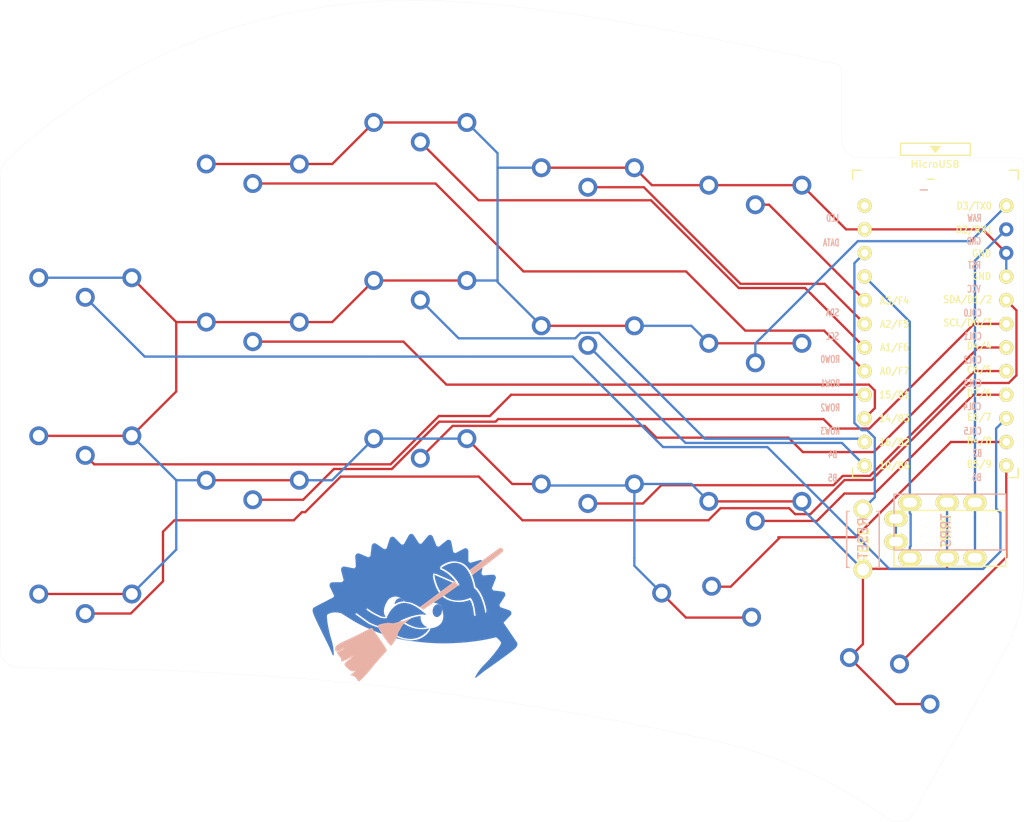
<source format=kicad_pcb>
(kicad_pcb (version 20171130) (host pcbnew 5.1.6)
  (title_block (title Sweep) (date 2020-07-20) (rev 0.3) (company BroomLabs))
  (layers (0 F.Cu signal) (31 B.Cu signal) (34 B.Paste user) (35 F.Paste user) (36 B.SilkS user) (37 F.SilkS user) (38 B.Mask user) (39 F.Mask user) (44 Edge.Cuts user))
  (net 0 "")
  (net 1 row0)
  (net 2 row1)
  (net 3 row2)
  (net 4 row3)
  (net 5 GND)
  (net 6 VCC)
  (net 7 col0)
  (net 8 col1)
  (net 9 col2)
  (net 10 col3)
  (net 11 col4)
  (net 12 col5)
  (net 13 LED)
  (net 14 data)
  (net 15 reset)
  (net 16 SCL)
  (net 17 SDA)
  (net 18 "Net-(U1-Pad24)")
  (net 19 "Net-(J1-PadA)")
  (net 20 "Net-(U1-Pad14)")
  (net 21 "Net-(U1-Pad13)")
  (net 22 "Net-(U1-Pad12)")
  (net 23 "Net-(U1-Pad11)")
  (module kbd:ProMicro_v3 (layer F.Cu) (at 135.35 52.91)
    (fp_text reference U1 hide)
    (fp_text value ProMicro hide)
    (fp_text user MicroUSB (at -0.05 -18.95) (layer F.SilkS) (effects (font (size 0.75 0.75) (thickness 0.12))))
    (fp_text user B4/8 (at 4.705 10.8 unlocked) (layer F.SilkS) (effects (font (size 0.75 0.67) (thickness 0.125))))
    (fp_text user D2/RX1 (at 4.155 -11.9 unlocked) (layer F.SilkS) (effects (font (size 0.75 0.67) (thickness 0.125))))
    (fp_text user B5/9 (at 4.705 13.3 unlocked) (layer F.SilkS) (effects (font (size 0.75 0.67) (thickness 0.125))))
    (fp_text user C6/5 (at 4.705 3.15 unlocked) (layer F.SilkS) (effects (font (size 0.75 0.67) (thickness 0.125))))
    (fp_text user SCL/D0/3 (at 3.455 -1.9 unlocked) (layer F.SilkS) (effects (font (size 0.75 0.67) (thickness 0.125))))
    (fp_text user SDA/D1/2 (at 3.455 -4.4 unlocked) (layer F.SilkS) (effects (font (size 0.75 0.67) (thickness 0.125))))
    (fp_text user D4/4 (at 4.705 0.6 unlocked) (layer F.SilkS) (effects (font (size 0.75 0.67) (thickness 0.125))))
    (fp_text user D3/TX0 (at 4.155 -14.45 unlocked) (layer F.SilkS) (effects (font (size 0.75 0.67) (thickness 0.125))))
    (fp_text user GND (at 4.955 -6.9 unlocked) (layer F.SilkS) (effects (font (size 0.75 0.67) (thickness 0.125))))
    (fp_text user GND (at 4.955 -9.35 unlocked) (layer F.SilkS) (effects (font (size 0.75 0.67) (thickness 0.125))))
    (fp_text user D7/6 (at 4.705 5.7 unlocked) (layer F.SilkS) (effects (font (size 0.75 0.67) (thickness 0.125))))
    (fp_text user E6/7 (at 4.705 8.25 unlocked) (layer F.SilkS) (effects (font (size 0.75 0.67) (thickness 0.125))))
    (fp_text user 16/B2 (at -4.395 10.95 unlocked) (layer F.SilkS) (effects (font (size 0.75 0.67) (thickness 0.125))))
    (fp_text user 10/B6 (at -4.395 13.45 unlocked) (layer F.SilkS) (effects (font (size 0.75 0.67) (thickness 0.125))))
    (fp_text user 14/B3 (at -4.395 8.4 unlocked) (layer F.SilkS) (effects (font (size 0.75 0.67) (thickness 0.125))))
    (fp_text user 15/B1 (at -4.395 5.85 unlocked) (layer F.SilkS) (effects (font (size 0.75 0.67) (thickness 0.125))))
    (fp_text user A0/F7 (at -4.395 3.3 unlocked) (layer F.SilkS) (effects (font (size 0.75 0.67) (thickness 0.125))))
    (fp_text user A1/F6 (at -4.395 0.75 unlocked) (layer F.SilkS) (effects (font (size 0.75 0.67) (thickness 0.125))))
    (fp_text user A2/F5 (at -4.395 -1.75 unlocked) (layer F.SilkS) (effects (font (size 0.75 0.67) (thickness 0.125))))
    (fp_text user A3/F4 (at -4.395 -4.25 unlocked) (layer F.SilkS) (effects (font (size 0.75 0.67) (thickness 0.125))))
    (fp_text user VCC (at 4.1275 -5.5245 unlocked) (layer B.SilkS) (effects (font (size 0.75 0.5) (thickness 0.125)) (justify mirror)))
    (fp_text user RST (at 4.191 -8.0645 unlocked) (layer B.SilkS) (effects (font (size 0.75 0.5) (thickness 0.125)) (justify mirror)))
    (fp_text user GND (at 4.1275 -10.668 unlocked) (layer B.SilkS) (effects (font (size 0.75 0.5) (thickness 0.125)) (justify mirror)))
    (fp_text user RAW (at 4.191 -13.1445 unlocked) (layer B.SilkS) (effects (font (size 0.75 0.5) (thickness 0.125)) (justify mirror)))
    (fp_text user - (at -0.545 -17.4) (layer F.SilkS) (effects (font (thickness 0.15) italic)))
    (fp_text user - (at -1.2065 -16.256) (layer B.SilkS) (effects (font (thickness 0.15) italic) (justify mirror)))
    (fp_text user LED (at -11.049 -13.1445) (layer B.SilkS) (effects (font (size 0.75 0.5) (thickness 0.125)) (justify mirror)))
    (fp_text user DATA (at -11.2 -10.5) (layer B.SilkS) (effects (font (size 0.75 0.5) (thickness 0.125)) (justify mirror)))
    (fp_text user COL3 (at 4 4.6) (layer B.SilkS) (effects (font (size 0.75 0.5) (thickness 0.125)) (justify mirror)))
    (fp_text user ROW0 (at -11.3 2.032) (layer B.SilkS) (effects (font (size 0.75 0.5) (thickness 0.125)) (justify mirror)))
    (fp_text user COL2 (at 4 2.1) (layer B.SilkS) (effects (font (size 0.75 0.5) (thickness 0.125)) (justify mirror)))
    (fp_text user SCL (at -11.049 -0.4445) (layer B.SilkS) (effects (font (size 0.75 0.5) (thickness 0.125)) (justify mirror)))
    (fp_text user COL1 (at 4 -0.4445) (layer B.SilkS) (effects (font (size 0.75 0.5) (thickness 0.125)) (justify mirror)))
    (fp_text user SDA (at -11.049 -2.9845) (layer B.SilkS) (effects (font (size 0.75 0.5) (thickness 0.125)) (justify mirror)))
    (fp_text user COL0 (at 4 -2.95) (layer B.SilkS) (effects (font (size 0.75 0.5) (thickness 0.125)) (justify mirror)))
    (fp_text user B6 (at 4.445 14.732) (layer B.SilkS) (effects (font (size 0.75 0.5) (thickness 0.125)) (justify mirror)))
    (fp_text user B5 (at -11.049 14.7955) (layer B.SilkS) (effects (font (size 0.75 0.5) (thickness 0.125)) (justify mirror)))
    (fp_text user B4 (at -11.049 12.2555) (layer B.SilkS) (effects (font (size 0.75 0.5) (thickness 0.125)) (justify mirror)))
    (fp_text user B2 (at 4.5085 12.1285) (layer B.SilkS) (effects (font (size 0.75 0.5) (thickness 0.125)) (justify mirror)))
    (fp_text user ROW3 (at -11.3 9.75) (layer B.SilkS) (effects (font (size 0.75 0.5) (thickness 0.125)) (justify mirror)))
    (fp_text user COL5 (at 4 9.75) (layer B.SilkS) (effects (font (size 0.75 0.5) (thickness 0.125)) (justify mirror)))
    (fp_text user ROW2 (at -11.3 7.239) (layer B.SilkS) (effects (font (size 0.75 0.5) (thickness 0.125)) (justify mirror)))
    (fp_text user COL4 (at 3.95 7.112) (layer B.SilkS) (effects (font (size 0.75 0.5) (thickness 0.125)) (justify mirror)))
    (fp_text user ROW1 (at -11.3 4.6355) (layer B.SilkS) (effects (font (size 0.75 0.5) (thickness 0.125)) (justify mirror)))
    (pad 1 thru_hole circle (at 7.6114 -14.478) (size 1.524 1.524) (drill 0.8128) (layers *.Cu *.Mask F.SilkS) (net 13 LED))
    (pad 2 thru_hole circle (at 7.6114 -11.938) (size 1.524 1.524) (drill 0.8128) (layers *.Cu *.Mask) (net 14 data))
    (pad 3 thru_hole circle (at 7.6114 -9.398) (size 1.524 1.524) (drill 0.8128) (layers *.Cu *.Mask) (net 5 GND))
    (pad 4 thru_hole circle (at 7.6114 -6.858) (size 1.524 1.524) (drill 0.8128) (layers *.Cu *.Mask F.SilkS) (net 5 GND))
    (pad 5 thru_hole circle (at 7.6114 -4.318) (size 1.524 1.524) (drill 0.8128) (layers *.Cu *.Mask F.SilkS) (net 17 SDA))
    (pad 6 thru_hole circle (at 7.6114 -1.778) (size 1.524 1.524) (drill 0.8128) (layers *.Cu *.Mask F.SilkS) (net 16 SCL))
    (pad 7 thru_hole circle (at 7.6114 0.762) (size 1.524 1.524) (drill 0.8128) (layers *.Cu *.Mask F.SilkS) (net 1 row0))
    (pad 8 thru_hole circle (at 7.6114 3.302) (size 1.524 1.524) (drill 0.8128) (layers *.Cu *.Mask F.SilkS) (net 2 row1))
    (pad 9 thru_hole circle (at 7.6114 5.842) (size 1.524 1.524) (drill 0.8128) (layers *.Cu *.Mask F.SilkS) (net 3 row2))
    (pad 10 thru_hole circle (at 7.6114 8.382) (size 1.524 1.524) (drill 0.8128) (layers *.Cu *.Mask F.SilkS) (net 4 row3))
    (pad 11 thru_hole circle (at 7.6114 10.922) (size 1.524 1.524) (drill 0.8128) (layers *.Cu *.Mask F.SilkS) (net 23 "Net-(U1-Pad11)"))
    (pad 12 thru_hole circle (at 7.6114 13.462) (size 1.524 1.524) (drill 0.8128) (layers *.Cu *.Mask F.SilkS) (net 22 "Net-(U1-Pad12)"))
    (pad 13 thru_hole circle (at -7.6086 13.462) (size 1.524 1.524) (drill 0.8128) (layers *.Cu *.Mask F.SilkS) (net 21 "Net-(U1-Pad13)"))
    (pad 14 thru_hole circle (at -7.6086 10.922) (size 1.524 1.524) (drill 0.8128) (layers *.Cu *.Mask F.SilkS) (net 20 "Net-(U1-Pad14)"))
    (pad 15 thru_hole circle (at -7.6086 8.382) (size 1.524 1.524) (drill 0.8128) (layers *.Cu *.Mask F.SilkS) (net 12 col5))
    (pad 16 thru_hole circle (at -7.6086 5.842) (size 1.524 1.524) (drill 0.8128) (layers *.Cu *.Mask F.SilkS) (net 11 col4))
    (pad 17 thru_hole circle (at -7.6086 3.302) (size 1.524 1.524) (drill 0.8128) (layers *.Cu *.Mask F.SilkS) (net 10 col3))
    (pad 18 thru_hole circle (at -7.6086 0.762) (size 1.524 1.524) (drill 0.8128) (layers *.Cu *.Mask F.SilkS) (net 9 col2))
    (pad 19 thru_hole circle (at -7.6086 -1.778) (size 1.524 1.524) (drill 0.8128) (layers *.Cu *.Mask F.SilkS) (net 8 col1))
    (pad 20 thru_hole circle (at -7.6086 -4.318) (size 1.524 1.524) (drill 0.8128) (layers *.Cu *.Mask F.SilkS) (net 7 col0))
    (pad 21 thru_hole circle (at -7.6086 -6.858) (size 1.524 1.524) (drill 0.8128) (layers *.Cu *.Mask F.SilkS) (net 6 VCC))
    (pad 22 thru_hole circle (at -7.6086 -9.398) (size 1.524 1.524) (drill 0.8128) (layers *.Cu *.Mask F.SilkS) (net 15 reset))
    (pad 23 thru_hole circle (at -7.6086 -11.938) (size 1.524 1.524) (drill 0.8128) (layers *.Cu *.Mask F.SilkS) (net 5 GND))
    (pad 24 thru_hole circle (at -7.6086 -14.478) (size 1.524 1.524) (drill 0.8128) (layers *.Cu *.Mask F.SilkS) (net 18 "Net-(U1-Pad24)"))
  )
  (module Kailh:SW_PG1350_reversible_b2 (layer F.Cu) (at 80 42.67)
    (fp_text reference SW10 hide)
    (fp_text value SW_PUSH hide)
    (pad "" np_thru_hole circle (at -5.22 -4.2) (size 0.9906 0.9906) (drill 0.9906) (layers *.Cu *.Mask))
    (pad 2 thru_hole circle (at 5 3.8) (size 2.032 2.032) (drill 1.27) (layers *.Cu *.Mask) (net 5 GND))
    (pad "" np_thru_hole circle (at 0 0) (size 3.429 3.429) (drill 3.429) (layers *.Cu *.Mask))
    (pad 2 thru_hole circle (at -5 3.8) (size 2.032 2.032) (drill 1.27) (layers *.Cu *.Mask) (net 5 GND))
    (pad 1 thru_hole circle (at 0 5.9) (size 2.032 2.032) (drill 1.27) (layers *.Cu *.Mask) (net 20 "Net-(U1-Pad14)"))
    (pad "" np_thru_hole circle (at 5.22 -4.2) (size 0.9906 0.9906) (drill 0.9906) (layers *.Cu *.Mask))
    (pad "" np_thru_hole circle (at 5.5 0) (size 1.7018 1.7018) (drill 1.7018) (layers *.Cu *.Mask))
    (pad "" np_thru_hole circle (at -5.5 0) (size 1.7018 1.7018) (drill 1.7018) (layers *.Cu *.Mask))
  )
  (module Kailh:SW_PG1350_reversible_b2 (layer F.Cu) (at 44 42.37)
    (fp_text reference SW2 hide)
    (fp_text value SW_PUSH hide)
    (pad "" np_thru_hole circle (at -5.22 -4.2) (size 0.9906 0.9906) (drill 0.9906) (layers *.Cu *.Mask))
    (pad 2 thru_hole circle (at 5 3.8) (size 2.032 2.032) (drill 1.27) (layers *.Cu *.Mask) (net 5 GND))
    (pad "" np_thru_hole circle (at 0 0) (size 3.429 3.429) (drill 3.429) (layers *.Cu *.Mask))
    (pad 2 thru_hole circle (at -5 3.8) (size 2.032 2.032) (drill 1.27) (layers *.Cu *.Mask) (net 5 GND))
    (pad 1 thru_hole circle (at 0 5.9) (size 2.032 2.032) (drill 1.27) (layers *.Cu *.Mask) (net 4 row3))
    (pad "" np_thru_hole circle (at 5.22 -4.2) (size 0.9906 0.9906) (drill 0.9906) (layers *.Cu *.Mask))
    (pad "" np_thru_hole circle (at 5.5 0) (size 1.7018 1.7018) (drill 1.7018) (layers *.Cu *.Mask))
    (pad "" np_thru_hole circle (at -5.5 0) (size 1.7018 1.7018) (drill 1.7018) (layers *.Cu *.Mask))
  )
  (module Kailh:SW_PG1350_reversible_b2 (layer F.Cu) (at 62 30.14)
    (fp_text reference SW3 hide)
    (fp_text value SW_PUSH hide)
    (pad "" np_thru_hole circle (at -5.22 -4.2) (size 0.9906 0.9906) (drill 0.9906) (layers *.Cu *.Mask))
    (pad 2 thru_hole circle (at 5 3.8) (size 2.032 2.032) (drill 1.27) (layers *.Cu *.Mask) (net 5 GND))
    (pad "" np_thru_hole circle (at 0 0) (size 3.429 3.429) (drill 3.429) (layers *.Cu *.Mask))
    (pad 2 thru_hole circle (at -5 3.8) (size 2.032 2.032) (drill 1.27) (layers *.Cu *.Mask) (net 5 GND))
    (pad 1 thru_hole circle (at 0 5.9) (size 2.032 2.032) (drill 1.27) (layers *.Cu *.Mask) (net 10 col3))
    (pad "" np_thru_hole circle (at 5.22 -4.2) (size 0.9906 0.9906) (drill 0.9906) (layers *.Cu *.Mask))
    (pad "" np_thru_hole circle (at 5.5 0) (size 1.7018 1.7018) (drill 1.7018) (layers *.Cu *.Mask))
    (pad "" np_thru_hole circle (at -5.5 0) (size 1.7018 1.7018) (drill 1.7018) (layers *.Cu *.Mask))
  )
  (module Kailh:SW_PG1350_reversible_b2 (layer F.Cu) (at 80 25.68)
    (fp_text reference SW4 hide)
    (fp_text value SW_PUSH hide)
    (pad "" np_thru_hole circle (at -5.22 -4.2) (size 0.9906 0.9906) (drill 0.9906) (layers *.Cu *.Mask))
    (pad 2 thru_hole circle (at 5 3.8) (size 2.032 2.032) (drill 1.27) (layers *.Cu *.Mask) (net 5 GND))
    (pad "" np_thru_hole circle (at 0 0) (size 3.429 3.429) (drill 3.429) (layers *.Cu *.Mask))
    (pad 2 thru_hole circle (at -5 3.8) (size 2.032 2.032) (drill 1.27) (layers *.Cu *.Mask) (net 5 GND))
    (pad 1 thru_hole circle (at 0 5.9) (size 2.032 2.032) (drill 1.27) (layers *.Cu *.Mask) (net 9 col2))
    (pad "" np_thru_hole circle (at 5.22 -4.2) (size 0.9906 0.9906) (drill 0.9906) (layers *.Cu *.Mask))
    (pad "" np_thru_hole circle (at 5.5 0) (size 1.7018 1.7018) (drill 1.7018) (layers *.Cu *.Mask))
    (pad "" np_thru_hole circle (at -5.5 0) (size 1.7018 1.7018) (drill 1.7018) (layers *.Cu *.Mask))
  )
  (module Kailh:SW_PG1350_reversible_b2 (layer F.Cu) (at 98 30.54)
    (fp_text reference SW5 hide)
    (fp_text value SW_PUSH hide)
    (pad "" np_thru_hole circle (at -5.22 -4.2) (size 0.9906 0.9906) (drill 0.9906) (layers *.Cu *.Mask))
    (pad 2 thru_hole circle (at 5 3.8) (size 2.032 2.032) (drill 1.27) (layers *.Cu *.Mask) (net 5 GND))
    (pad "" np_thru_hole circle (at 0 0) (size 3.429 3.429) (drill 3.429) (layers *.Cu *.Mask))
    (pad 2 thru_hole circle (at -5 3.8) (size 2.032 2.032) (drill 1.27) (layers *.Cu *.Mask) (net 5 GND))
    (pad 1 thru_hole circle (at 0 5.9) (size 2.032 2.032) (drill 1.27) (layers *.Cu *.Mask) (net 8 col1))
    (pad "" np_thru_hole circle (at 5.22 -4.2) (size 0.9906 0.9906) (drill 0.9906) (layers *.Cu *.Mask))
    (pad "" np_thru_hole circle (at 5.5 0) (size 1.7018 1.7018) (drill 1.7018) (layers *.Cu *.Mask))
    (pad "" np_thru_hole circle (at -5.5 0) (size 1.7018 1.7018) (drill 1.7018) (layers *.Cu *.Mask))
  )
  (module Kailh:SW_PG1350_reversible_b2 (layer F.Cu) (at 116 32.42)
    (fp_text reference SW6 hide)
    (fp_text value SW_PUSH hide)
    (pad "" np_thru_hole circle (at -5.22 -4.2) (size 0.9906 0.9906) (drill 0.9906) (layers *.Cu *.Mask))
    (pad 2 thru_hole circle (at 5 3.8) (size 2.032 2.032) (drill 1.27) (layers *.Cu *.Mask) (net 5 GND))
    (pad "" np_thru_hole circle (at 0 0) (size 3.429 3.429) (drill 3.429) (layers *.Cu *.Mask))
    (pad 2 thru_hole circle (at -5 3.8) (size 2.032 2.032) (drill 1.27) (layers *.Cu *.Mask) (net 5 GND))
    (pad 1 thru_hole circle (at 0 5.9) (size 2.032 2.032) (drill 1.27) (layers *.Cu *.Mask) (net 7 col0))
    (pad "" np_thru_hole circle (at 5.22 -4.2) (size 0.9906 0.9906) (drill 0.9906) (layers *.Cu *.Mask))
    (pad "" np_thru_hole circle (at 5.5 0) (size 1.7018 1.7018) (drill 1.7018) (layers *.Cu *.Mask))
    (pad "" np_thru_hole circle (at -5.5 0) (size 1.7018 1.7018) (drill 1.7018) (layers *.Cu *.Mask))
  )
  (module Kailh:SW_PG1350_reversible_b2 (layer F.Cu) (at 44 59.37)
    (fp_text reference SW8 hide)
    (fp_text value SW_PUSH hide)
    (pad "" np_thru_hole circle (at -5.22 -4.2) (size 0.9906 0.9906) (drill 0.9906) (layers *.Cu *.Mask))
    (pad 2 thru_hole circle (at 5 3.8) (size 2.032 2.032) (drill 1.27) (layers *.Cu *.Mask) (net 5 GND))
    (pad "" np_thru_hole circle (at 0 0) (size 3.429 3.429) (drill 3.429) (layers *.Cu *.Mask))
    (pad 2 thru_hole circle (at -5 3.8) (size 2.032 2.032) (drill 1.27) (layers *.Cu *.Mask) (net 5 GND))
    (pad 1 thru_hole circle (at 0 5.9) (size 2.032 2.032) (drill 1.27) (layers *.Cu *.Mask) (net 11 col4))
    (pad "" np_thru_hole circle (at 5.22 -4.2) (size 0.9906 0.9906) (drill 0.9906) (layers *.Cu *.Mask))
    (pad "" np_thru_hole circle (at 5.5 0) (size 1.7018 1.7018) (drill 1.7018) (layers *.Cu *.Mask))
    (pad "" np_thru_hole circle (at -5.5 0) (size 1.7018 1.7018) (drill 1.7018) (layers *.Cu *.Mask))
  )
  (module Kailh:SW_PG1350_reversible_b2 (layer F.Cu) (at 62 47.14)
    (fp_text reference SW9 hide)
    (fp_text value SW_PUSH hide)
    (pad "" np_thru_hole circle (at -5.22 -4.2) (size 0.9906 0.9906) (drill 0.9906) (layers *.Cu *.Mask))
    (pad 2 thru_hole circle (at 5 3.8) (size 2.032 2.032) (drill 1.27) (layers *.Cu *.Mask) (net 5 GND))
    (pad "" np_thru_hole circle (at 0 0) (size 3.429 3.429) (drill 3.429) (layers *.Cu *.Mask))
    (pad 2 thru_hole circle (at -5 3.8) (size 2.032 2.032) (drill 1.27) (layers *.Cu *.Mask) (net 5 GND))
    (pad 1 thru_hole circle (at 0 5.9) (size 2.032 2.032) (drill 1.27) (layers *.Cu *.Mask) (net 12 col5))
    (pad "" np_thru_hole circle (at 5.22 -4.2) (size 0.9906 0.9906) (drill 0.9906) (layers *.Cu *.Mask))
    (pad "" np_thru_hole circle (at 5.5 0) (size 1.7018 1.7018) (drill 1.7018) (layers *.Cu *.Mask))
    (pad "" np_thru_hole circle (at -5.5 0) (size 1.7018 1.7018) (drill 1.7018) (layers *.Cu *.Mask))
  )
  (module Kailh:SW_PG1350_reversible_b2 (layer F.Cu) (at 98 47.54)
    (fp_text reference SW11 hide)
    (fp_text value SW_PUSH hide)
    (pad "" np_thru_hole circle (at -5.22 -4.2) (size 0.9906 0.9906) (drill 0.9906) (layers *.Cu *.Mask))
    (pad 2 thru_hole circle (at 5 3.8) (size 2.032 2.032) (drill 1.27) (layers *.Cu *.Mask) (net 5 GND))
    (pad "" np_thru_hole circle (at 0 0) (size 3.429 3.429) (drill 3.429) (layers *.Cu *.Mask))
    (pad 2 thru_hole circle (at -5 3.8) (size 2.032 2.032) (drill 1.27) (layers *.Cu *.Mask) (net 5 GND))
    (pad 1 thru_hole circle (at 0 5.9) (size 2.032 2.032) (drill 1.27) (layers *.Cu *.Mask) (net 21 "Net-(U1-Pad13)"))
    (pad "" np_thru_hole circle (at 5.22 -4.2) (size 0.9906 0.9906) (drill 0.9906) (layers *.Cu *.Mask))
    (pad "" np_thru_hole circle (at 5.5 0) (size 1.7018 1.7018) (drill 1.7018) (layers *.Cu *.Mask))
    (pad "" np_thru_hole circle (at -5.5 0) (size 1.7018 1.7018) (drill 1.7018) (layers *.Cu *.Mask))
  )
  (module Kailh:SW_PG1350_reversible_b2 (layer F.Cu) (at 116 49.42)
    (fp_text reference SW12 hide)
    (fp_text value SW_PUSH hide)
    (pad "" np_thru_hole circle (at -5.22 -4.2) (size 0.9906 0.9906) (drill 0.9906) (layers *.Cu *.Mask))
    (pad 2 thru_hole circle (at 5 3.8) (size 2.032 2.032) (drill 1.27) (layers *.Cu *.Mask) (net 5 GND))
    (pad "" np_thru_hole circle (at 0 0) (size 3.429 3.429) (drill 3.429) (layers *.Cu *.Mask))
    (pad 2 thru_hole circle (at -5 3.8) (size 2.032 2.032) (drill 1.27) (layers *.Cu *.Mask) (net 5 GND))
    (pad 1 thru_hole circle (at 0 5.9) (size 2.032 2.032) (drill 1.27) (layers *.Cu *.Mask) (net 13 LED))
    (pad "" np_thru_hole circle (at 5.22 -4.2) (size 0.9906 0.9906) (drill 0.9906) (layers *.Cu *.Mask))
    (pad "" np_thru_hole circle (at 5.5 0) (size 1.7018 1.7018) (drill 1.7018) (layers *.Cu *.Mask))
    (pad "" np_thru_hole circle (at -5.5 0) (size 1.7018 1.7018) (drill 1.7018) (layers *.Cu *.Mask))
  )
  (module Kailh:SW_PG1350_reversible_b2 (layer F.Cu) (at 62 64.145)
    (fp_text reference SW15 hide)
    (fp_text value SW_PUSH hide)
    (pad "" np_thru_hole circle (at -5.22 -4.2) (size 0.9906 0.9906) (drill 0.9906) (layers *.Cu *.Mask))
    (pad 2 thru_hole circle (at 5 3.8) (size 2.032 2.032) (drill 1.27) (layers *.Cu *.Mask) (net 5 GND))
    (pad "" np_thru_hole circle (at 0 0) (size 3.429 3.429) (drill 3.429) (layers *.Cu *.Mask))
    (pad 2 thru_hole circle (at -5 3.8) (size 2.032 2.032) (drill 1.27) (layers *.Cu *.Mask) (net 5 GND))
    (pad 1 thru_hole circle (at 0 5.9) (size 2.032 2.032) (drill 1.27) (layers *.Cu *.Mask) (net 16 SCL))
    (pad "" np_thru_hole circle (at 5.22 -4.2) (size 0.9906 0.9906) (drill 0.9906) (layers *.Cu *.Mask))
    (pad "" np_thru_hole circle (at 5.5 0) (size 1.7018 1.7018) (drill 1.7018) (layers *.Cu *.Mask))
    (pad "" np_thru_hole circle (at -5.5 0) (size 1.7018 1.7018) (drill 1.7018) (layers *.Cu *.Mask))
  )
  (module Kailh:SW_PG1350_reversible_b2 (layer F.Cu) (at 80 59.67)
    (fp_text reference SW16 hide)
    (fp_text value SW_PUSH hide)
    (pad "" np_thru_hole circle (at -5.22 -4.2) (size 0.9906 0.9906) (drill 0.9906) (layers *.Cu *.Mask))
    (pad 2 thru_hole circle (at 5 3.8) (size 2.032 2.032) (drill 1.27) (layers *.Cu *.Mask) (net 5 GND))
    (pad "" np_thru_hole circle (at 0 0) (size 3.429 3.429) (drill 3.429) (layers *.Cu *.Mask))
    (pad 2 thru_hole circle (at -5 3.8) (size 2.032 2.032) (drill 1.27) (layers *.Cu *.Mask) (net 5 GND))
    (pad 1 thru_hole circle (at 0 5.9) (size 2.032 2.032) (drill 1.27) (layers *.Cu *.Mask) (net 1 row0))
    (pad "" np_thru_hole circle (at 5.22 -4.2) (size 0.9906 0.9906) (drill 0.9906) (layers *.Cu *.Mask))
    (pad "" np_thru_hole circle (at 5.5 0) (size 1.7018 1.7018) (drill 1.7018) (layers *.Cu *.Mask))
    (pad "" np_thru_hole circle (at -5.5 0) (size 1.7018 1.7018) (drill 1.7018) (layers *.Cu *.Mask))
  )
  (module Kailh:SW_PG1350_reversible_b2 (layer F.Cu) (at 98 64.545)
    (fp_text reference SW17 hide)
    (fp_text value SW_PUSH hide)
    (pad "" np_thru_hole circle (at -5.22 -4.2) (size 0.9906 0.9906) (drill 0.9906) (layers *.Cu *.Mask))
    (pad 2 thru_hole circle (at 5 3.8) (size 2.032 2.032) (drill 1.27) (layers *.Cu *.Mask) (net 5 GND))
    (pad "" np_thru_hole circle (at 0 0) (size 3.429 3.429) (drill 3.429) (layers *.Cu *.Mask))
    (pad 2 thru_hole circle (at -5 3.8) (size 2.032 2.032) (drill 1.27) (layers *.Cu *.Mask) (net 5 GND))
    (pad 1 thru_hole circle (at 0 5.9) (size 2.032 2.032) (drill 1.27) (layers *.Cu *.Mask) (net 2 row1))
    (pad "" np_thru_hole circle (at 5.22 -4.2) (size 0.9906 0.9906) (drill 0.9906) (layers *.Cu *.Mask))
    (pad "" np_thru_hole circle (at 5.5 0) (size 1.7018 1.7018) (drill 1.7018) (layers *.Cu *.Mask))
    (pad "" np_thru_hole circle (at -5.5 0) (size 1.7018 1.7018) (drill 1.7018) (layers *.Cu *.Mask))
  )
  (module Kailh:SW_PG1350_reversible_b2 (layer B.Cu) (at 128.54 92.8 330)
    (fp_text reference SW21 hide)
    (fp_text value SW_PUSH hide)
    (pad "" np_thru_hole circle (at -5.22 4.2 330) (size 0.9906 0.9906) (drill 0.9906) (layers *.Cu *.Mask))
    (pad 2 thru_hole circle (at 5 -3.8 330) (size 2.032 2.032) (drill 1.27) (layers *.Cu *.Mask) (net 5 GND))
    (pad "" np_thru_hole circle (at 0 0 330) (size 3.429 3.429) (drill 3.429) (layers *.Cu *.Mask))
    (pad 2 thru_hole circle (at -5 -3.8 330) (size 2.032 2.032) (drill 1.27) (layers *.Cu *.Mask) (net 5 GND))
    (pad 1 thru_hole circle (at 0 -5.9 330) (size 2.032 2.032) (drill 1.27) (layers *.Cu *.Mask) (net 22 "Net-(U1-Pad12)"))
    (pad "" np_thru_hole circle (at 5.22 4.2 330) (size 0.9906 0.9906) (drill 0.9906) (layers *.Cu *.Mask))
    (pad "" np_thru_hole circle (at 5.5 0 330) (size 1.7018 1.7018) (drill 1.7018) (layers *.Cu *.Mask))
    (pad "" np_thru_hole circle (at -5.5 0 330) (size 1.7018 1.7018) (drill 1.7018) (layers *.Cu *.Mask))
  )
  (module Kailh:SW_PG1350_reversible_b2 (layer F.Cu) (at 116 66.42)
    (fp_text reference SW18 hide)
    (fp_text value SW_PUSH hide)
    (pad "" np_thru_hole circle (at -5.22 -4.2) (size 0.9906 0.9906) (drill 0.9906) (layers *.Cu *.Mask))
    (pad 2 thru_hole circle (at 5 3.8) (size 2.032 2.032) (drill 1.27) (layers *.Cu *.Mask) (net 5 GND))
    (pad "" np_thru_hole circle (at 0 0) (size 3.429 3.429) (drill 3.429) (layers *.Cu *.Mask))
    (pad 2 thru_hole circle (at -5 3.8) (size 2.032 2.032) (drill 1.27) (layers *.Cu *.Mask) (net 5 GND))
    (pad 1 thru_hole circle (at 0 5.9) (size 2.032 2.032) (drill 1.27) (layers *.Cu *.Mask) (net 3 row2))
    (pad "" np_thru_hole circle (at 5.22 -4.2) (size 0.9906 0.9906) (drill 0.9906) (layers *.Cu *.Mask))
    (pad "" np_thru_hole circle (at 5.5 0) (size 1.7018 1.7018) (drill 1.7018) (layers *.Cu *.Mask))
    (pad "" np_thru_hole circle (at -5.5 0) (size 1.7018 1.7018) (drill 1.7018) (layers *.Cu *.Mask))
  )
  (module Kailh:SW_PG1350_reversible_b2 (layer B.Cu) (at 109.78 85.04 345)
    (fp_text reference SW20 hide)
    (fp_text value SW_PUSH hide)
    (pad "" np_thru_hole circle (at -5.22 4.2 345) (size 0.9906 0.9906) (drill 0.9906) (layers *.Cu *.Mask))
    (pad 2 thru_hole circle (at 5 -3.8 345) (size 2.032 2.032) (drill 1.27) (layers *.Cu *.Mask) (net 5 GND))
    (pad "" np_thru_hole circle (at 0 0 345) (size 3.429 3.429) (drill 3.429) (layers *.Cu *.Mask))
    (pad 2 thru_hole circle (at -5 -3.8 345) (size 2.032 2.032) (drill 1.27) (layers *.Cu *.Mask) (net 5 GND))
    (pad 1 thru_hole circle (at 0 -5.9 345) (size 2.032 2.032) (drill 1.27) (layers *.Cu *.Mask) (net 23 "Net-(U1-Pad11)"))
    (pad "" np_thru_hole circle (at 5.22 4.2 345) (size 0.9906 0.9906) (drill 0.9906) (layers *.Cu *.Mask))
    (pad "" np_thru_hole circle (at 5.5 0 345) (size 1.7018 1.7018) (drill 1.7018) (layers *.Cu *.Mask))
    (pad "" np_thru_hole circle (at -5.5 0 345) (size 1.7018 1.7018) (drill 1.7018) (layers *.Cu *.Mask))
  )
  (module Kailh:SW_PG1350_reversible_b2 (layer F.Cu) (at 44 76.375)
    (fp_text reference SW14 hide)
    (fp_text value SW_PUSH hide)
    (pad "" np_thru_hole circle (at -5.22 -4.2) (size 0.9906 0.9906) (drill 0.9906) (layers *.Cu *.Mask))
    (pad 2 thru_hole circle (at 5 3.8) (size 2.032 2.032) (drill 1.27) (layers *.Cu *.Mask) (net 5 GND))
    (pad "" np_thru_hole circle (at 0 0) (size 3.429 3.429) (drill 3.429) (layers *.Cu *.Mask))
    (pad 2 thru_hole circle (at -5 3.8) (size 2.032 2.032) (drill 1.27) (layers *.Cu *.Mask) (net 5 GND))
    (pad 1 thru_hole circle (at 0 5.9) (size 2.032 2.032) (drill 1.27) (layers *.Cu *.Mask) (net 17 SDA))
    (pad "" np_thru_hole circle (at 5.22 -4.2) (size 0.9906 0.9906) (drill 0.9906) (layers *.Cu *.Mask))
    (pad "" np_thru_hole circle (at 5.5 0) (size 1.7018 1.7018) (drill 1.7018) (layers *.Cu *.Mask))
    (pad "" np_thru_hole circle (at -5.5 0) (size 1.7018 1.7018) (drill 1.7018) (layers *.Cu *.Mask))
  )
  (module Kailh:ferris_broom (layer B.Cu) (at 80.95 82.18 171)
    (fp_text reference G*** hide)
    (fp_text value LOGO hide)
    (fp_poly (pts (xy -0.761144 1.032642) (xy -0.688709 1.008644) (xy -0.619188 0.970622) (xy -0.554768 0.920001) (xy -0.497637 0.858202) (xy -0.453968 0.7937) (xy -0.437483 0.766692) (xy -0.423416 0.746579) (xy -0.414329 0.736954) (xy -0.413252 0.7366) (xy -0.408833 0.731565) (xy -0.409736 0.729585) (xy -0.40904 0.718656) (xy -0.402935 0.697092) (xy -0.39386 0.672435) (xy -0.369521 0.596952) (xy -0.351987 0.510702) (xy -0.341678 0.418605) (xy -0.339017 0.32558) (xy -0.344425 0.236545) (xy -0.352075 0.18519) (xy -0.377889 0.081805) (xy -0.41398 -0.0129) (xy -0.459406 -0.097763) (xy -0.513225 -0.171624) (xy -0.574496 -0.233322) (xy -0.642278 -0.281697) (xy -0.715627 -0.315587) (xy -0.770126 -0.330135) (xy -0.812297 -0.336403) (xy -0.84915 -0.337012) (xy -0.888665 -0.331696) (xy -0.918634 -0.325158) (xy -0.947744 -0.318386) (xy -0.971301 -0.313186) (xy -0.982134 -0.311051) (xy -0.996128 -0.306431) (xy -0.999067 -0.304242) (xy -1.00783 -0.297463) (xy -1.026684 -0.284345) (xy -1.050959 -0.268116) (xy -1.110231 -0.221059) (xy -1.166285 -0.161274) (xy -1.215754 -0.092966) (xy -1.255272 -0.02034) (xy -1.262352 -0.004066) (xy -1.273749 0.020663) (xy -1.283702 0.037495) (xy -1.288991 0.042333) (xy -1.29308 0.047331) (xy -1.292297 0.048972) (xy -1.29238 0.059871) (xy -1.296468 0.082275) (xy -1.303688 0.111476) (xy -1.304231 0.113444) (xy -1.327325 0.227527) (xy -1.335016 0.34511) (xy -1.327592 0.463403) (xy -1.305338 0.579617) (xy -1.268541 0.690962) (xy -1.238078 0.757245) (xy -1.212207 0.803246) (xy -1.184334 0.842806) (xy -1.149579 0.88249) (xy -1.130553 0.901979) (xy -1.06388 0.960545) (xy -0.99682 1.002787) (xy -0.928123 1.029293) (xy -0.856537 1.040651) (xy -0.834305 1.041193) (xy -0.761144 1.032642)) (layer B.Cu) (width 0.01))
    (fp_poly (pts (xy 0.052888 4.087984) (xy 0.067946 4.079375) (xy 0.071756 4.073128) (xy 0.07085 4.059512) (xy 0.064982 4.03481) (xy 0.055664 4.003581) (xy 0.04441 3.970386) (xy 0.03273 3.939783) (xy 0.02214 3.916334) (xy 0.016767 3.907366) (xy 0.010832 3.893836) (xy 0.004762 3.872028) (xy 0.004159 3.869266) (xy -0.003308 3.842764) (xy -0.014528 3.811802) (xy -0.018829 3.801533) (xy -0.03027 3.775245) (xy -0.039771 3.753029) (xy -0.042495 3.7465) (xy -0.04953 3.730048) (xy -0.060889 3.704188) (xy -0.072213 3.678766) (xy -0.086497 3.646732) (xy -0.100004 3.616147) (xy -0.107773 3.598333) (xy -0.137922 3.531005) (xy -0.174157 3.454212) (xy -0.214352 3.372161) (xy -0.256382 3.289058) (xy -0.298121 3.209106) (xy -0.337444 3.136512) (xy -0.370957 3.077633) (xy -0.391222 3.043677) (xy -0.413332 3.007382) (xy -0.435134 2.972196) (xy -0.454476 2.941566) (xy -0.469206 2.918939) (xy -0.476711 2.9083) (xy -0.48595 2.895421) (xy -0.497936 2.877082) (xy -0.513303 2.853756) (xy -0.533916 2.824013) (xy -0.557709 2.79065) (xy -0.582619 2.756464) (xy -0.606581 2.724252) (xy -0.627533 2.696811) (xy -0.643408 2.676938) (xy -0.652144 2.66743) (xy -0.652973 2.667) (xy -0.660355 2.660075) (xy -0.664298 2.651123) (xy -0.673008 2.635835) (xy -0.689343 2.61518) (xy -0.698736 2.604976) (xy -0.715673 2.586607) (xy -0.726298 2.573295) (xy -0.728134 2.56965) (xy -0.733627 2.561506) (xy -0.748032 2.545003) (xy -0.768237 2.523705) (xy -0.76835 2.523589) (xy -0.794189 2.496813) (xy -0.819673 2.469716) (xy -0.835159 2.452748) (xy -0.86175 2.422912) (xy -1.158369 2.724873) (xy -1.219019 2.786647) (xy -1.278002 2.846784) (xy -1.333865 2.903799) (xy -1.385155 2.956205) (xy -1.430418 3.002516) (xy -1.468201 3.041247) (xy -1.49705 3.070911) (xy -1.515514 3.090024) (xy -1.51581 3.090333) (xy -1.56207 3.138555) (xy -1.611662 3.190118) (xy -1.663079 3.243469) (xy -1.714819 3.297056) (xy -1.765376 3.349325) (xy -1.813246 3.398726) (xy -1.856925 3.443704) (xy -1.894908 3.482708) (xy -1.92569 3.514185) (xy -1.947768 3.536582) (xy -1.959637 3.548348) (xy -1.959727 3.548433) (xy -1.9759 3.565761) (xy -1.978192 3.576207) (xy -1.965537 3.581956) (xy -1.942011 3.584799) (xy -1.91354 3.58933) (xy -1.880453 3.597637) (xy -1.868196 3.601528) (xy -1.82972 3.613943) (xy -1.786833 3.626519) (xy -1.744246 3.638004) (xy -1.706667 3.647148) (xy -1.678803 3.652702) (xy -1.672167 3.653571) (xy -1.653829 3.656896) (xy -1.623755 3.664005) (xy -1.58642 3.673788) (xy -1.553634 3.682993) (xy -1.510782 3.695357) (xy -1.479633 3.704135) (xy -1.455635 3.710481) (xy -1.434232 3.715547) (xy -1.410872 3.720485) (xy -1.385129 3.72563) (xy -1.355075 3.732541) (xy -1.317487 3.742489) (xy -1.283529 3.752409) (xy -1.251355 3.761857) (xy -1.223427 3.769199) (xy -1.205497 3.772929) (xy -1.204841 3.773008) (xy -1.181435 3.778879) (xy -1.169414 3.784057) (xy -1.147629 3.79112) (xy -1.130044 3.793066) (xy -1.107168 3.795689) (xy -1.075265 3.802379) (xy -1.041202 3.811367) (xy -1.011848 3.820886) (xy -0.997065 3.827303) (xy -0.975917 3.83424) (xy -0.964759 3.8354) (xy -0.942082 3.839439) (xy -0.931763 3.843637) (xy -0.916052 3.848932) (xy -0.889144 3.855136) (xy -0.856636 3.860974) (xy -0.854003 3.861381) (xy -0.819323 3.867642) (xy -0.787922 3.874987) (xy -0.7665 3.881844) (xy -0.766234 3.881959) (xy -0.743653 3.890216) (xy -0.710769 3.900366) (xy -0.67269 3.911045) (xy -0.634522 3.920888) (xy -0.601371 3.928531) (xy -0.578345 3.93261) (xy -0.575734 3.932855) (xy -0.557083 3.934882) (xy -0.548217 3.936735) (xy -0.535517 3.940906) (xy -0.522538 3.945174) (xy -0.516467 3.947345) (xy -0.502069 3.951826) (xy -0.476921 3.958971) (xy -0.448734 3.966623) (xy -0.416124 3.975439) (xy -0.3866 3.983671) (xy -0.369154 3.988759) (xy -0.341596 3.994399) (xy -0.31793 3.996266) (xy -0.296675 3.998551) (xy -0.283211 4.004005) (xy -0.269512 4.010381) (xy -0.249767 4.014268) (xy -0.228754 4.017909) (xy -0.2159 4.022617) (xy -0.203902 4.027361) (xy -0.180333 4.034346) (xy -0.150148 4.042109) (xy -0.148167 4.042584) (xy -0.116958 4.050284) (xy -0.09127 4.057076) (xy -0.076484 4.061535) (xy -0.0762 4.061643) (xy -0.053269 4.06856) (xy -0.024518 4.072745) (xy -0.009989 4.073958) (xy 0.010378 4.077186) (xy 0.021933 4.082265) (xy 0.02226 4.082704) (xy 0.034915 4.089624) (xy 0.052888 4.087984)) (layer B.Cu) (width 0.01))
    (fp_poly (pts (xy 2.497362 -1.60812) (xy 2.516201 -1.630541) (xy 2.539606 -1.66204) (xy 2.565698 -1.699782) (xy 2.5926 -1.740931) (xy 2.618435 -1.782653) (xy 2.641323 -1.822112) (xy 2.659388 -1.856474) (xy 2.666144 -1.871134) (xy 2.675174 -1.8922) (xy 2.682735 -1.910202) (xy 2.689668 -1.927504) (xy 2.696814 -1.946474) (xy 2.705016 -1.969476) (xy 2.715116 -1.998877) (xy 2.727955 -2.037044) (xy 2.744376 -2.086341) (xy 2.76522 -2.149136) (xy 2.767277 -2.155335) (xy 2.79547 -2.239012) (xy 2.819709 -2.307903) (xy 2.840648 -2.363518) (xy 2.858937 -2.407367) (xy 2.875227 -2.440961) (xy 2.89017 -2.465808) (xy 2.904417 -2.483419) (xy 2.911698 -2.490161) (xy 2.924037 -2.502392) (xy 2.934069 -2.517875) (xy 2.942227 -2.538695) (xy 2.948946 -2.566937) (xy 2.95466 -2.604686) (xy 2.959803 -2.654024) (xy 2.96481 -2.717037) (xy 2.967712 -2.759011) (xy 2.971473 -2.813088) (xy 2.975206 -2.862625) (xy 2.978665 -2.904682) (xy 2.981607 -2.936322) (xy 2.983786 -2.954605) (xy 2.984118 -2.956442) (xy 2.985216 -2.974616) (xy 2.981467 -2.983758) (xy 2.97033 -2.98773) (xy 2.946718 -2.994554) (xy 2.91464 -3.003205) (xy 2.878104 -3.012654) (xy 2.841119 -3.021876) (xy 2.807693 -3.029842) (xy 2.781834 -3.035526) (xy 2.772833 -3.037218) (xy 2.740017 -3.043049) (xy 2.723886 -3.046878) (xy 2.722033 -3.048) (xy 2.719498 -3.049406) (xy 2.709937 -3.051762) (xy 2.690419 -3.055686) (xy 2.658012 -3.061798) (xy 2.645833 -3.064058) (xy 2.614701 -3.069857) (xy 2.587473 -3.074983) (xy 2.574205 -3.077523) (xy 2.535792 -3.084308) (xy 2.495217 -3.090398) (xy 2.461515 -3.094444) (xy 2.459566 -3.094623) (xy 2.441732 -3.096694) (xy 2.434168 -3.098528) (xy 2.434166 -3.098549) (xy 2.428371 -3.100759) (xy 2.410016 -3.103448) (xy 2.377646 -3.106789) (xy 2.330536 -3.110895) (xy 2.295418 -3.114121) (xy 2.26487 -3.117492) (xy 2.244401 -3.120386) (xy 2.241636 -3.120933) (xy 2.228674 -3.122143) (xy 2.20227 -3.123376) (xy 2.165199 -3.124589) (xy 2.120237 -3.125741) (xy 2.070161 -3.126787) (xy 2.017746 -3.127685) (xy 1.965769 -3.128391) (xy 1.917005 -3.128864) (xy 1.874231 -3.129059) (xy 1.840222 -3.128935) (xy 1.817755 -3.128447) (xy 1.80964 -3.127619) (xy 1.80059 -3.125979) (xy 1.778374 -3.123731) (xy 1.746735 -3.12122) (xy 1.722759 -3.119603) (xy 1.686698 -3.117077) (xy 1.657337 -3.114552) (xy 1.638536 -3.112386) (xy 1.633822 -3.111349) (xy 1.623392 -3.108867) (xy 1.601612 -3.105606) (xy 1.582881 -3.103358) (xy 1.546821 -3.098908) (xy 1.506196 -3.093174) (xy 1.485899 -3.090012) (xy 1.46071 -3.085747) (xy 1.438737 -3.081498) (xy 1.415266 -3.076189) (xy 1.385583 -3.068743) (xy 1.344976 -3.058082) (xy 1.337733 -3.056161) (xy 1.310785 -3.049549) (xy 1.288338 -3.04495) (xy 1.282699 -3.044111) (xy 1.268811 -3.040638) (xy 1.242749 -3.032461) (xy 1.207278 -3.020578) (xy 1.165163 -3.00599) (xy 1.119166 -2.989694) (xy 1.072051 -2.972691) (xy 1.026583 -2.95598) (xy 0.985526 -2.940559) (xy 0.951642 -2.927428) (xy 0.927696 -2.917587) (xy 0.916451 -2.912034) (xy 0.915969 -2.911525) (xy 0.906915 -2.904901) (xy 0.887855 -2.896703) (xy 0.882536 -2.894864) (xy 0.856579 -2.884295) (xy 0.826 -2.869128) (xy 0.812405 -2.861501) (xy 0.786428 -2.847093) (xy 0.763679 -2.835999) (xy 0.754822 -2.832509) (xy 0.740471 -2.824911) (xy 0.736599 -2.81883) (xy 0.729994 -2.811342) (xy 0.726931 -2.810934) (xy 0.715304 -2.806599) (xy 0.694376 -2.795414) (xy 0.668528 -2.780109) (xy 0.642141 -2.763411) (xy 0.619594 -2.748049) (xy 0.605269 -2.736753) (xy 0.602544 -2.733446) (xy 0.592812 -2.726882) (xy 0.587727 -2.726267) (xy 0.576921 -2.721463) (xy 0.575733 -2.7178) (xy 0.568927 -2.710172) (xy 0.563738 -2.709334) (xy 0.551083 -2.705332) (xy 0.548922 -2.702629) (xy 0.541052 -2.694877) (xy 0.522821 -2.680502) (xy 0.497894 -2.662369) (xy 0.493183 -2.659069) (xy 0.4679 -2.640575) (xy 0.449192 -2.625202) (xy 0.440501 -2.61582) (xy 0.440266 -2.614973) (xy 0.433535 -2.608275) (xy 0.429435 -2.607734) (xy 0.41654 -2.601481) (xy 0.406399 -2.5908) (xy 0.394653 -2.5778) (xy 0.38761 -2.573867) (xy 0.37716 -2.567735) (xy 0.35603 -2.549803) (xy 0.324968 -2.520768) (xy 0.284721 -2.481324) (xy 0.243269 -2.439543) (xy 0.200625 -2.396038) (xy 0.168553 -2.3631) (xy 0.145693 -2.339286) (xy 0.130682 -2.323149) (xy 0.122159 -2.313245) (xy 0.118763 -2.308128) (xy 0.118533 -2.307167) (xy 0.113341 -2.298552) (xy 0.103716 -2.287517) (xy 0.068061 -2.246664) (xy 0.027102 -2.193418) (xy -0.01726 -2.130707) (xy -0.063123 -2.061461) (xy -0.108585 -1.98861) (xy -0.151744 -1.915084) (xy -0.190698 -1.843812) (xy -0.213309 -1.799167) (xy -0.227323 -1.770672) (xy -0.239308 -1.746713) (xy -0.246044 -1.733665) (xy -0.254676 -1.710404) (xy -0.250171 -1.697466) (xy -0.232965 -1.695051) (xy -0.203494 -1.703358) (xy -0.191057 -1.708529) (xy -0.16592 -1.718676) (xy -0.130742 -1.731634) (xy -0.089245 -1.746166) (xy -0.045154 -1.761038) (xy -0.002192 -1.775015) (xy 0.035916 -1.786862) (xy 0.065447 -1.795346) (xy 0.082368 -1.799191) (xy 0.105754 -1.804583) (xy 0.133385 -1.813948) (xy 0.138498 -1.816027) (xy 0.159574 -1.823658) (xy 0.173255 -1.826288) (xy 0.175247 -1.825708) (xy 0.185013 -1.825688) (xy 0.204421 -1.830614) (xy 0.211666 -1.833034) (xy 0.232914 -1.839241) (xy 0.246536 -1.840829) (xy 0.248276 -1.840169) (xy 0.258089 -1.840286) (xy 0.269603 -1.845022) (xy 0.289423 -1.852355) (xy 0.315497 -1.858293) (xy 0.319012 -1.85884) (xy 0.345005 -1.86279) (xy 0.366233 -1.866313) (xy 0.368299 -1.86669) (xy 0.387676 -1.870099) (xy 0.41382 -1.874466) (xy 0.419099 -1.875324) (xy 0.4454 -1.879667) (xy 0.466971 -1.883378) (xy 0.469899 -1.883907) (xy 0.578494 -1.899685) (xy 0.592666 -1.901216) (xy 0.624265 -1.904568) (xy 0.653064 -1.907712) (xy 0.664633 -1.90902) (xy 0.738092 -1.915835) (xy 0.821895 -1.920746) (xy 0.912209 -1.92375) (xy 1.005203 -1.924846) (xy 1.097047 -1.92403) (xy 1.183908 -1.921302) (xy 1.261954 -1.916658) (xy 1.327355 -1.910096) (xy 1.332521 -1.909407) (xy 1.363658 -1.905282) (xy 1.404638 -1.90003) (xy 1.448491 -1.894538) (xy 1.473199 -1.891507) (xy 1.51003 -1.886694) (xy 1.547579 -1.881227) (xy 1.581788 -1.875764) (xy 1.6086 -1.870962) (xy 1.623959 -1.86748) (xy 1.625778 -1.866761) (xy 1.636135 -1.863985) (xy 1.657116 -1.86013) (xy 1.667933 -1.858434) (xy 1.691797 -1.854382) (xy 1.707867 -1.850745) (xy 1.7108 -1.849637) (xy 1.721917 -1.846141) (xy 1.74216 -1.841855) (xy 1.744459 -1.841443) (xy 1.767325 -1.836627) (xy 1.801107 -1.828566) (xy 1.841425 -1.818409) (xy 1.883898 -1.807306) (xy 1.924146 -1.796408) (xy 1.957788 -1.786865) (xy 1.980444 -1.779825) (xy 1.983894 -1.778585) (xy 2.000008 -1.774158) (xy 2.006599 -1.77567) (xy 2.01129 -1.775791) (xy 2.016759 -1.771227) (xy 2.033216 -1.762793) (xy 2.044982 -1.761067) (xy 2.062222 -1.758569) (xy 2.068933 -1.755177) (xy 2.081869 -1.748744) (xy 2.088182 -1.747327) (xy 2.103303 -1.7433) (xy 2.127646 -1.735091) (xy 2.145087 -1.728621) (xy 2.171173 -1.71865) (xy 2.207754 -1.704745) (xy 2.249475 -1.68894) (xy 2.281766 -1.676741) (xy 2.32495 -1.660031) (xy 2.368146 -1.642607) (xy 2.405518 -1.626857) (xy 2.425699 -1.617821) (xy 2.452829 -1.606183) (xy 2.47426 -1.598931) (xy 2.484966 -1.597611) (xy 2.497362 -1.60812)) (layer B.Cu) (width 0.01))
    (fp_poly (pts (xy 1.18609 8.26694) (xy 1.214188 8.264416) (xy 1.237977 8.258478) (xy 1.263762 8.247824) (xy 1.28018 8.239924) (xy 1.332822 8.207593) (xy 1.373164 8.170943) (xy 1.383832 8.156508) (xy 1.402225 8.12883) (xy 1.427504 8.089272) (xy 1.458829 8.039199) (xy 1.495361 7.979973) (xy 1.536259 7.912958) (xy 1.580683 7.839518) (xy 1.627793 7.761017) (xy 1.676751 7.678817) (xy 1.688673 7.658705) (xy 1.749686 7.555933) (xy 1.802685 7.467207) (xy 1.848074 7.391879) (xy 1.886258 7.329302) (xy 1.917639 7.278828) (xy 1.942624 7.239812) (xy 1.961614 7.211605) (xy 1.975016 7.193561) (xy 1.983232 7.185032) (xy 1.985006 7.184165) (xy 1.99968 7.182101) (xy 2.027464 7.178955) (xy 2.064598 7.175126) (xy 2.107324 7.171015) (xy 2.114947 7.170311) (xy 2.161716 7.166274) (xy 2.194493 7.164243) (xy 2.216106 7.164256) (xy 2.229381 7.166351) (xy 2.237146 7.170565) (xy 2.238569 7.171966) (xy 2.24602 7.180248) (xy 2.26376 7.200056) (xy 2.290799 7.230284) (xy 2.326148 7.269825) (xy 2.368819 7.317574) (xy 2.417823 7.372423) (xy 2.472171 7.433267) (xy 2.530876 7.498999) (xy 2.592947 7.568512) (xy 2.606265 7.583428) (xy 2.669458 7.654042) (xy 2.729997 7.721376) (xy 2.786832 7.784281) (xy 2.838912 7.84161) (xy 2.885185 7.892213) (xy 2.924601 7.934941) (xy 2.956108 7.968647) (xy 2.978657 7.992182) (xy 2.991195 8.004397) (xy 2.99226 8.005268) (xy 3.046465 8.036544) (xy 3.108708 8.055594) (xy 3.17475 8.061852) (xy 3.240349 8.054752) (xy 3.278688 8.043487) (xy 3.335647 8.013629) (xy 3.387009 7.970326) (xy 3.429288 7.916938) (xy 3.45033 7.878233) (xy 3.457965 7.859688) (xy 3.470674 7.826764) (xy 3.487877 7.78104) (xy 3.508994 7.724098) (xy 3.533443 7.657519) (xy 3.560645 7.582884) (xy 3.590019 7.501775) (xy 3.620985 7.415771) (xy 3.652961 7.326455) (xy 3.653977 7.323608) (xy 3.830783 6.828249) (xy 3.957129 6.788924) (xy 4.083474 6.7496) (xy 4.522832 7.079603) (xy 4.599843 7.137265) (xy 4.673782 7.192281) (xy 4.74339 7.243735) (xy 4.807407 7.290713) (xy 4.864574 7.332298) (xy 4.913631 7.367577) (xy 4.953318 7.395635) (xy 4.982376 7.415555) (xy 4.999546 7.426424) (xy 5.002045 7.427717) (xy 5.051638 7.442567) (xy 5.109023 7.447434) (xy 5.168424 7.442465) (xy 5.224067 7.42781) (xy 5.239021 7.421613) (xy 5.291008 7.390283) (xy 5.338536 7.347533) (xy 5.377344 7.297853) (xy 5.401481 7.250429) (xy 5.40705 7.230297) (xy 5.414883 7.193742) (xy 5.424921 7.141113) (xy 5.437101 7.072759) (xy 5.451364 6.98903) (xy 5.467648 6.890276) (xy 5.485893 6.776845) (xy 5.506038 6.649087) (xy 5.506066 6.648906) (xy 5.592534 6.095805) (xy 5.706144 6.032403) (xy 5.74553 6.010535) (xy 5.779427 5.991931) (xy 5.805217 5.978008) (xy 5.820283 5.970187) (xy 5.823042 5.969) (xy 5.831055 5.972538) (xy 5.853067 5.982745) (xy 5.887788 5.999012) (xy 5.933927 6.020731) (xy 5.990193 6.047291) (xy 6.055298 6.078083) (xy 6.127949 6.112498) (xy 6.206858 6.149927) (xy 6.290733 6.189761) (xy 6.315956 6.201749) (xy 6.405535 6.244151) (xy 6.490678 6.284101) (xy 6.570042 6.32099) (xy 6.642284 6.35421) (xy 6.706061 6.383152) (xy 6.76003 6.407205) (xy 6.802848 6.425761) (xy 6.833171 6.438211) (xy 6.849658 6.443945) (xy 6.850123 6.444051) (xy 6.916044 6.449981) (xy 6.980538 6.440513) (xy 7.041451 6.417163) (xy 7.096626 6.381452) (xy 7.143907 6.334896) (xy 7.181138 6.279016) (xy 7.206163 6.215328) (xy 7.212072 6.189133) (xy 7.21374 6.172468) (xy 7.214712 6.144306) (xy 7.214975 6.103965) (xy 7.214516 6.050757) (xy 7.213325 5.983999) (xy 7.211389 5.903004) (xy 7.208695 5.807088) (xy 7.205232 5.695566) (xy 7.201405 5.580011) (xy 7.182328 5.017456) (xy 7.20826 4.995811) (xy 7.225251 4.981431) (xy 7.251215 4.959223) (xy 7.282336 4.932458) (xy 7.308678 4.909707) (xy 7.383165 4.845248) (xy 7.630699 4.906618) (xy 7.763975 4.939661) (xy 7.881838 4.968867) (xy 7.985311 4.994467) (xy 8.075417 5.016692) (xy 8.15318 5.035774) (xy 8.219624 5.051945) (xy 8.275773 5.065434) (xy 8.322649 5.076474) (xy 8.361277 5.085295) (xy 8.39268 5.092129) (xy 8.417882 5.097207) (xy 8.437906 5.100761) (xy 8.453777 5.103021) (xy 8.466517 5.104219) (xy 8.477151 5.104586) (xy 8.486701 5.104353) (xy 8.496192 5.103751) (xy 8.501635 5.103356) (xy 8.568814 5.090472) (xy 8.630181 5.063019) (xy 8.683935 5.022877) (xy 8.728277 4.971929) (xy 8.761406 4.912057) (xy 8.78152 4.845142) (xy 8.786398 4.805777) (xy 8.786878 4.792512) (xy 8.786526 4.777746) (xy 8.785086 4.760185) (xy 8.782302 4.738534) (xy 8.777919 4.711497) (xy 8.771679 4.677779) (xy 8.763328 4.636086) (xy 8.752609 4.585123) (xy 8.739266 4.523594) (xy 8.723044 4.450205) (xy 8.703686 4.363661) (xy 8.680937 4.262667) (xy 8.665967 4.196425) (xy 8.644825 4.102516) (xy 8.624943 4.013351) (xy 8.606618 3.930319) (xy 8.590147 3.854812) (xy 8.575829 3.788222) (xy 8.563962 3.731938) (xy 8.554843 3.687353) (xy 8.548771 3.655858) (xy 8.546044 3.638842) (xy 8.545991 3.636268) (xy 8.552537 3.626005) (xy 8.5677 3.605183) (xy 8.589497 3.576443) (xy 8.615939 3.542428) (xy 8.628283 3.526788) (xy 8.706346 3.428326) (xy 8.808756 3.433426) (xy 8.885198 3.437049) (xy 8.967802 3.440636) (xy 9.054858 3.444138) (xy 9.144657 3.447505) (xy 9.235491 3.450689) (xy 9.325651 3.45364) (xy 9.413427 3.456311) (xy 9.497111 3.458653) (xy 9.574994 3.460615) (xy 9.645367 3.46215) (xy 9.706521 3.463208) (xy 9.756747 3.463741) (xy 9.794335 3.4637) (xy 9.817578 3.463036) (xy 9.823327 3.462447) (xy 9.887625 3.442064) (xy 9.946287 3.406957) (xy 9.996952 3.359018) (xy 10.037258 3.300135) (xy 10.044899 3.285066) (xy 10.056891 3.258492) (xy 10.064547 3.236084) (xy 10.068827 3.212567) (xy 10.070692 3.18267) (xy 10.0711 3.141133) (xy 10.0711 3.052233) (xy 9.842993 2.532114) (xy 9.614887 2.011995) (xy 9.671649 1.901348) (xy 9.692212 1.861424) (xy 9.710353 1.826499) (xy 9.724522 1.799534) (xy 9.733172 1.783488) (xy 9.734753 1.780767) (xy 9.744091 1.777568) (xy 9.768869 1.771868) (xy 9.807815 1.763905) (xy 9.859658 1.753913) (xy 9.923128 1.742129) (xy 9.996952 1.728787) (xy 10.07986 1.714125) (xy 10.17058 1.698378) (xy 10.267841 1.681781) (xy 10.274397 1.680672) (xy 10.391253 1.660812) (xy 10.492382 1.643389) (xy 10.578785 1.62821) (xy 10.651464 1.615087) (xy 10.71142 1.603826) (xy 10.759654 1.594238) (xy 10.797169 1.586132) (xy 10.824964 1.579316) (xy 10.844042 1.573599) (xy 10.852029 1.570478) (xy 10.900007 1.541283) (xy 10.945597 1.499799) (xy 10.984327 1.450543) (xy 11.002944 1.418058) (xy 11.014083 1.39403) (xy 11.021301 1.37321) (xy 11.025438 1.350745) (xy 11.027333 1.32178) (xy 11.027828 1.28146) (xy 11.027833 1.274233) (xy 11.027456 1.231658) (xy 11.0258 1.201283) (xy 11.022072 1.178383) (xy 11.015482 1.158231) (xy 11.005239 1.136101) (xy 11.004454 1.134533) (xy 10.995572 1.119455) (xy 10.977908 1.09181) (xy 10.952358 1.052924) (xy 10.919816 1.004128) (xy 10.881178 0.946748) (xy 10.837339 0.882113) (xy 10.789193 0.811552) (xy 10.737636 0.736392) (xy 10.683564 0.657961) (xy 10.672504 0.641967) (xy 10.363933 0.195968) (xy 10.416997 0.016328) (xy 11.373047 -0.687879) (xy 11.517954 -0.794687) (xy 11.649596 -0.891872) (xy 11.768408 -0.979764) (xy 11.874825 -1.05869) (xy 11.969284 -1.128979) (xy 12.052218 -1.190959) (xy 12.124065 -1.244957) (xy 12.185259 -1.291304) (xy 12.236237 -1.330326) (xy 12.277433 -1.362353) (xy 12.309283 -1.387712) (xy 12.332224 -1.406732) (xy 12.346689 -1.419742) (xy 12.352629 -1.426293) (xy 12.3775 -1.467951) (xy 12.393927 -1.510333) (xy 12.403148 -1.558229) (xy 12.406405 -1.616427) (xy 12.406426 -1.634067) (xy 12.404693 -1.67839) (xy 12.399809 -1.722739) (xy 12.39125 -1.768149) (xy 12.378496 -1.815655) (xy 12.361022 -1.866293) (xy 12.338307 -1.921099) (xy 12.309828 -1.981108) (xy 12.275061 -2.047354) (xy 12.233484 -2.120875) (xy 12.184575 -2.202705) (xy 12.127811 -2.29388) (xy 12.06267 -2.395435) (xy 11.988628 -2.508406) (xy 11.905162 -2.633828) (xy 11.891448 -2.6543) (xy 11.789672 -2.805308) (xy 11.679257 -2.967586) (xy 11.560048 -3.141355) (xy 11.431891 -3.326833) (xy 11.294634 -3.524242) (xy 11.148121 -3.733801) (xy 10.992199 -3.95573) (xy 10.826715 -4.190249) (xy 10.651514 -4.437578) (xy 10.466443 -4.697936) (xy 10.271348 -4.971544) (xy 10.23319 -5.024967) (xy 10.178995 -5.101336) (xy 10.124865 -5.178573) (xy 10.072242 -5.254558) (xy 10.022567 -5.32717) (xy 9.977283 -5.394291) (xy 9.937833 -5.453799) (xy 9.905657 -5.503575) (xy 9.884772 -5.5372) (xy 9.807572 -5.664384) (xy 9.737578 -5.777688) (xy 9.674879 -5.876983) (xy 9.619561 -5.96214) (xy 9.571714 -6.033029) (xy 9.531424 -6.089522) (xy 9.49878 -6.131489) (xy 9.47387 -6.158802) (xy 9.456781 -6.171331) (xy 9.452757 -6.1722) (xy 9.443447 -6.164599) (xy 9.43611 -6.145208) (xy 9.435347 -6.141536) (xy 9.433068 -6.110291) (xy 9.434782 -6.065087) (xy 9.440113 -6.008323) (xy 9.448686 -5.942399) (xy 9.460123 -5.869715) (xy 9.474049 -5.79267) (xy 9.490087 -5.713665) (xy 9.507861 -5.6351) (xy 9.526132 -5.5626) (xy 9.578158 -5.380061) (xy 9.636402 -5.200561) (xy 9.702028 -5.021087) (xy 9.776196 -4.838627) (xy 9.860069 -4.650169) (xy 9.952334 -4.4577) (xy 10.008721 -4.341769) (xy 10.062902 -4.226171) (xy 10.116283 -4.107712) (xy 10.170272 -3.983198) (xy 10.226275 -3.849436) (xy 10.2857 -3.703232) (xy 10.295876 -3.677828) (xy 10.370307 -3.488599) (xy 10.439322 -3.306876) (xy 10.50275 -3.133255) (xy 10.560426 -2.968335) (xy 10.612179 -2.812713) (xy 10.657842 -2.666986) (xy 10.697247 -2.531752) (xy 10.730225 -2.407609) (xy 10.756607 -2.295152) (xy 10.776226 -2.194981) (xy 10.788914 -2.107692) (xy 10.794501 -2.033883) (xy 10.79282 -1.974152) (xy 10.786233 -1.937278) (xy 10.782453 -1.925809) (xy 10.776808 -1.915086) (xy 10.767555 -1.903583) (xy 10.752947 -1.889774) (xy 10.73124 -1.872132) (xy 10.700689 -1.849132) (xy 10.659549 -1.819248) (xy 10.613794 -1.786467) (xy 10.564189 -1.75477) (xy 10.502391 -1.721113) (xy 10.43268 -1.687445) (xy 10.359339 -1.655717) (xy 10.28665 -1.627881) (xy 10.218894 -1.605887) (xy 10.215033 -1.604783) (xy 10.100408 -1.574607) (xy 9.994872 -1.552218) (xy 9.893171 -1.53697) (xy 9.790049 -1.528219) (xy 9.680254 -1.525319) (xy 9.58064 -1.526883) (xy 9.493991 -1.530398) (xy 9.421976 -1.535343) (xy 9.362333 -1.542065) (xy 9.312796 -1.550909) (xy 9.271103 -1.562223) (xy 9.234988 -1.576354) (xy 9.224433 -1.58143) (xy 9.205565 -1.590266) (xy 9.172475 -1.605029) (xy 9.12657 -1.625125) (xy 9.069256 -1.64996) (xy 9.001937 -1.678939) (xy 8.926021 -1.71147) (xy 8.842914 -1.746956) (xy 8.75402 -1.784806) (xy 8.660747 -1.824424) (xy 8.5645 -1.865217) (xy 8.466685 -1.90659) (xy 8.368708 -1.947949) (xy 8.271975 -1.988702) (xy 8.177892 -2.028252) (xy 8.087865 -2.066008) (xy 8.0033 -2.101373) (xy 7.925603 -2.133755) (xy 7.856179 -2.16256) (xy 7.796435 -2.187193) (xy 7.747777 -2.20706) (xy 7.71161 -2.221567) (xy 7.689341 -2.230121) (xy 7.687733 -2.230697) (xy 7.373925 -2.339332) (xy 7.073945 -2.438619) (xy 6.787553 -2.528633) (xy 6.514507 -2.609449) (xy 6.254566 -2.681143) (xy 6.180593 -2.700499) (xy 6.074687 -2.727856) (xy 6.008927 -2.688978) (xy 5.944454 -2.653445) (xy 5.888202 -2.627749) (xy 5.841254 -2.61224) (xy 5.804691 -2.607269) (xy 5.779594 -2.613186) (xy 5.778008 -2.614213) (xy 5.76939 -2.622432) (xy 5.751713 -2.640856) (xy 5.727226 -2.667088) (xy 5.698181 -2.698733) (xy 5.684874 -2.713382) (xy 5.644439 -2.758015) (xy 5.613497 -2.791813) (xy 5.59011 -2.816434) (xy 5.572341 -2.833536) (xy 5.558251 -2.844776) (xy 5.545903 -2.851812) (xy 5.53336 -2.856303) (xy 5.518683 -2.859906) (xy 5.5118 -2.861466) (xy 5.482508 -2.869356) (xy 5.457858 -2.878058) (xy 5.447968 -2.882878) (xy 5.43141 -2.889892) (xy 5.403867 -2.898335) (xy 5.370994 -2.906494) (xy 5.367535 -2.907249) (xy 5.321208 -2.916904) (xy 5.266276 -2.927831) (xy 5.204783 -2.939671) (xy 5.138772 -2.952062) (xy 5.070286 -2.964646) (xy 5.001369 -2.977063) (xy 4.934062 -2.988954) (xy 4.870411 -2.999958) (xy 4.812457 -3.009716) (xy 4.762245 -3.017869) (xy 4.721816 -3.024056) (xy 4.693216 -3.027918) (xy 4.678485 -3.029096) (xy 4.676982 -3.028804) (xy 4.680909 -3.021774) (xy 4.693641 -3.005661) (xy 4.712505 -2.98383) (xy 4.714231 -2.981902) (xy 4.738718 -2.954335) (xy 4.762457 -2.92715) (xy 4.777932 -2.909044) (xy 4.796485 -2.887231) (xy 4.812935 -2.868397) (xy 4.816186 -2.864786) (xy 4.826042 -2.853185) (xy 4.844086 -2.831255) (xy 4.867965 -2.801917) (xy 4.895324 -2.768092) (xy 4.923809 -2.732703) (xy 4.951068 -2.698669) (xy 4.974746 -2.668915) (xy 4.99249 -2.64636) (xy 4.999407 -2.637367) (xy 5.009825 -2.623786) (xy 5.027855 -2.600506) (xy 5.050672 -2.571168) (xy 5.068377 -2.548467) (xy 5.092468 -2.516911) (xy 5.113154 -2.48852) (xy 5.127797 -2.466986) (xy 5.133125 -2.457788) (xy 5.144225 -2.444466) (xy 5.165182 -2.436738) (xy 5.180688 -2.43427) (xy 5.214266 -2.429539) (xy 5.251113 -2.423513) (xy 5.262033 -2.421537) (xy 5.296641 -2.4156) (xy 5.33225 -2.410291) (xy 5.342466 -2.408966) (xy 5.376683 -2.403865) (xy 5.412441 -2.39721) (xy 5.418666 -2.395874) (xy 5.441404 -2.391083) (xy 5.476283 -2.384036) (xy 5.518807 -2.375627) (xy 5.56448 -2.366754) (xy 5.571066 -2.365488) (xy 5.616822 -2.356623) (xy 5.660078 -2.348093) (xy 5.696338 -2.340796) (xy 5.721106 -2.335627) (xy 5.723466 -2.335109) (xy 5.754698 -2.328188) (xy 5.784852 -2.321502) (xy 5.7912 -2.320094) (xy 5.810975 -2.315333) (xy 5.842663 -2.307285) (xy 5.881831 -2.297092) (xy 5.922433 -2.286326) (xy 5.968776 -2.27397) (xy 6.015936 -2.261478) (xy 6.057819 -2.25046) (xy 6.083909 -2.243664) (xy 6.130814 -2.231205) (xy 6.173246 -2.218978) (xy 6.213427 -2.206053) (xy 6.253581 -2.191499) (xy 6.295931 -2.174386) (xy 6.342701 -2.153782) (xy 6.396114 -2.128759) (xy 6.458394 -2.098384) (xy 6.531763 -2.061727) (xy 6.595122 -2.029697) (xy 6.663364 -1.995125) (xy 6.728787 -1.962051) (xy 6.78941 -1.93147) (xy 6.843254 -1.90438) (xy 6.888337 -1.881776) (xy 6.922678 -1.864654) (xy 6.944297 -1.854011) (xy 6.9469 -1.852757) (xy 6.975939 -1.838625) (xy 7.000856 -1.826077) (xy 7.014633 -1.818729) (xy 7.025736 -1.812865) (xy 7.050124 -1.800314) (xy 7.085959 -1.782006) (xy 7.131402 -1.758871) (xy 7.184616 -1.731838) (xy 7.243761 -1.701837) (xy 7.307001 -1.6698) (xy 7.372495 -1.636655) (xy 7.438407 -1.603332) (xy 7.502898 -1.570762) (xy 7.564129 -1.539874) (xy 7.620262 -1.511599) (xy 7.66946 -1.486867) (xy 7.709883 -1.466606) (xy 7.739694 -1.451748) (xy 7.753426 -1.44498) (xy 7.781097 -1.431127) (xy 7.796524 -1.421162) (xy 7.802689 -1.411566) (xy 7.802577 -1.398821) (xy 7.800888 -1.389015) (xy 7.791348 -1.360974) (xy 7.776221 -1.33593) (xy 7.762569 -1.318716) (xy 7.754531 -1.307047) (xy 7.754159 -1.306296) (xy 7.745212 -1.298742) (xy 7.726744 -1.288433) (xy 7.7216 -1.285984) (xy 7.715832 -1.282777) (xy 7.711401 -1.279787) (xy 7.707147 -1.277531) (xy 7.701911 -1.276528) (xy 7.694533 -1.277296) (xy 7.683854 -1.280352) (xy 7.668713 -1.286214) (xy 7.647953 -1.2954) (xy 7.620412 -1.308428) (xy 7.584932 -1.325817) (xy 7.540352 -1.348083) (xy 7.485514 -1.375745) (xy 7.419258 -1.409321) (xy 7.340424 -1.449329) (xy 7.247852 -1.496286) (xy 7.2263 -1.507209) (xy 7.154134 -1.543748) (xy 7.084923 -1.578731) (xy 7.020491 -1.611242) (xy 6.962666 -1.640361) (xy 6.913272 -1.66517) (xy 6.874137 -1.684749) (xy 6.847085 -1.69818) (xy 6.836833 -1.703184) (xy 6.807866 -1.7173) (xy 6.783076 -1.729776) (xy 6.769395 -1.737048) (xy 6.758338 -1.742879) (xy 6.733898 -1.755457) (xy 6.69781 -1.773899) (xy 6.651807 -1.797321) (xy 6.597625 -1.824843) (xy 6.536997 -1.85558) (xy 6.471658 -1.88865) (xy 6.454917 -1.897114) (xy 6.36389 -1.942751) (xy 6.286131 -1.980858) (xy 6.220096 -2.012112) (xy 6.164243 -2.037193) (xy 6.11703 -2.056781) (xy 6.076915 -2.071553) (xy 6.042353 -2.08219) (xy 6.024033 -2.08678) (xy 6.008845 -2.09133) (xy 6.002866 -2.093453) (xy 5.987188 -2.098296) (xy 5.962707 -2.104887) (xy 5.952066 -2.107561) (xy 5.927096 -2.113808) (xy 5.891535 -2.122844) (xy 5.851176 -2.133191) (xy 5.8293 -2.138838) (xy 5.785647 -2.150092) (xy 5.754166 -2.158077) (xy 5.730651 -2.163835) (xy 5.7109 -2.168407) (xy 5.7023 -2.170317) (xy 5.687699 -2.176246) (xy 5.68325 -2.178788) (xy 5.673891 -2.182421) (xy 5.672666 -2.181258) (xy 5.665585 -2.180553) (xy 5.648231 -2.184257) (xy 5.64515 -2.185128) (xy 5.616963 -2.192381) (xy 5.592233 -2.197541) (xy 5.568551 -2.202288) (xy 5.551775 -2.206518) (xy 5.531763 -2.211244) (xy 5.513675 -2.214381) (xy 5.488382 -2.218679) (xy 5.471583 -2.222201) (xy 5.443503 -2.228755) (xy 5.418741 -2.234127) (xy 5.390966 -2.239617) (xy 5.353845 -2.246523) (xy 5.3467 -2.247831) (xy 5.31149 -2.254309) (xy 5.28001 -2.260172) (xy 5.25818 -2.264318) (xy 5.255683 -2.264806) (xy 5.237778 -2.265524) (xy 5.2324 -2.2575) (xy 5.226512 -2.236492) (xy 5.211383 -2.210973) (xy 5.190814 -2.185429) (xy 5.168604 -2.164348) (xy 5.148556 -2.152216) (xy 5.142088 -2.150878) (xy 5.130603 -2.145768) (xy 5.129388 -2.14385) (xy 5.11894 -2.133505) (xy 5.095492 -2.117943) (xy 5.061654 -2.098504) (xy 5.020037 -2.076531) (xy 4.973252 -2.053365) (xy 4.923909 -2.030348) (xy 4.874619 -2.008822) (xy 4.837056 -1.993606) (xy 4.804326 -1.980729) (xy 4.774357 -1.968656) (xy 4.754033 -1.960167) (xy 4.703621 -1.93983) (xy 4.639964 -1.916707) (xy 4.566312 -1.891836) (xy 4.485916 -1.86626) (xy 4.402024 -1.841018) (xy 4.317889 -1.817152) (xy 4.2545 -1.800241) (xy 4.166148 -1.781427) (xy 4.069418 -1.768781) (xy 3.961538 -1.76202) (xy 3.869266 -1.760644) (xy 3.771466 -1.759385) (xy 3.689906 -1.755054) (xy 3.624163 -1.747597) (xy 3.573816 -1.736959) (xy 3.538443 -1.723086) (xy 3.528183 -1.71646) (xy 3.499598 -1.697723) (xy 3.458654 -1.675054) (xy 3.408938 -1.650227) (xy 3.354032 -1.625018) (xy 3.297522 -1.601202) (xy 3.287031 -1.597033) (xy 3.225471 -1.572293) (xy 3.175814 -1.550746) (xy 3.133939 -1.530116) (xy 3.095724 -1.508125) (xy 3.057046 -1.482497) (xy 3.013785 -1.450956) (xy 2.990312 -1.433147) (xy 2.969502 -1.416454) (xy 2.954894 -1.403916) (xy 2.935549 -1.388319) (xy 2.917479 -1.375522) (xy 2.903017 -1.365096) (xy 2.90179 -1.357811) (xy 2.912829 -1.347586) (xy 2.913009 -1.347439) (xy 2.922555 -1.338569) (xy 2.922744 -1.331504) (xy 2.911676 -1.322354) (xy 2.895929 -1.312451) (xy 2.875815 -1.298825) (xy 2.863523 -1.288097) (xy 2.861733 -1.284935) (xy 2.854848 -1.279189) (xy 2.849033 -1.278467) (xy 2.837766 -1.273895) (xy 2.836333 -1.27) (xy 2.829816 -1.261869) (xy 2.827301 -1.261534) (xy 2.815348 -1.256761) (xy 2.79662 -1.244863) (xy 2.790519 -1.240367) (xy 2.771818 -1.227104) (xy 2.758879 -1.219735) (xy 2.75686 -1.2192) (xy 2.745769 -1.214491) (xy 2.740725 -1.210861) (xy 2.707992 -1.184546) (xy 2.68648 -1.168215) (xy 2.674648 -1.160725) (xy 2.672016 -1.159934) (xy 2.663457 -1.155653) (xy 2.643046 -1.143798) (xy 2.613243 -1.125844) (xy 2.576505 -1.103268) (xy 2.545149 -1.083734) (xy 2.504409 -1.058546) (xy 2.468327 -1.036871) (xy 2.439466 -1.020197) (xy 2.420387 -1.010015) (xy 2.414027 -1.007534) (xy 2.404991 -1.002056) (xy 2.404533 -0.999637) (xy 2.397479 -0.991314) (xy 2.385483 -0.985796) (xy 2.368874 -0.979119) (xy 2.362199 -0.974642) (xy 2.355125 -0.968986) (xy 2.338956 -0.959148) (xy 2.311586 -0.943906) (xy 2.277919 -0.92578) (xy 2.255715 -0.912823) (xy 2.238906 -0.901137) (xy 2.237098 -0.899584) (xy 2.221347 -0.890413) (xy 2.214134 -0.889) (xy 2.201806 -0.885023) (xy 2.199922 -0.88265) (xy 2.191527 -0.875899) (xy 2.172014 -0.863994) (xy 2.145401 -0.84937) (xy 2.142066 -0.847624) (xy 2.106859 -0.82928) (xy 2.070446 -0.81031) (xy 2.044699 -0.796899) (xy 2.021035 -0.783758) (xy 2.00446 -0.773021) (xy 1.999544 -0.768426) (xy 1.989838 -0.762116) (xy 1.988173 -0.762) (xy 1.977907 -0.758495) (xy 1.955305 -0.748839) (xy 1.923241 -0.73432) (xy 1.884591 -0.716224) (xy 1.863996 -0.706383) (xy 1.786883 -0.669437) (xy 1.722778 -0.639085) (xy 1.669534 -0.614364) (xy 1.625006 -0.594311) (xy 1.587048 -0.577965) (xy 1.553513 -0.564362) (xy 1.522254 -0.552539) (xy 1.515533 -0.550105) (xy 1.484886 -0.538425) (xy 1.458726 -0.527295) (xy 1.443566 -0.519603) (xy 1.430721 -0.513511) (xy 1.406519 -0.503718) (xy 1.374155 -0.491363) (xy 1.33682 -0.477586) (xy 1.297709 -0.463528) (xy 1.260014 -0.450329) (xy 1.226928 -0.439129) (xy 1.201645 -0.43107) (xy 1.187357 -0.42729) (xy 1.185333 -0.427385) (xy 1.178092 -0.426707) (xy 1.15924 -0.421439) (xy 1.136649 -0.414009) (xy 1.097686 -0.401237) (xy 1.054161 -0.388134) (xy 1.010839 -0.376016) (xy 0.972483 -0.366198) (xy 0.943855 -0.359996) (xy 0.937366 -0.358969) (xy 0.912816 -0.353174) (xy 0.896425 -0.346576) (xy 0.881296 -0.340991) (xy 0.874704 -0.341674) (xy 0.864482 -0.342251) (xy 0.848992 -0.337942) (xy 0.825461 -0.331046) (xy 0.797953 -0.325546) (xy 0.796946 -0.325398) (xy 0.753221 -0.31873) (xy 0.720477 -0.312814) (xy 0.702733 -0.308988) (xy 0.662302 -0.301828) (xy 0.609791 -0.29564) (xy 0.550038 -0.290701) (xy 0.48788 -0.287285) (xy 0.428158 -0.285668) (xy 0.375709 -0.286125) (xy 0.340284 -0.288368) (xy 0.313792 -0.289651) (xy 0.295363 -0.287685) (xy 0.290309 -0.28497) (xy 0.293259 -0.2756) (xy 0.305694 -0.261112) (xy 0.322952 -0.245696) (xy 0.340373 -0.23354) (xy 0.352777 -0.228828) (xy 0.364254 -0.223675) (xy 0.365477 -0.221686) (xy 0.373378 -0.21394) (xy 0.39178 -0.199632) (xy 0.417061 -0.181546) (xy 0.423333 -0.177236) (xy 0.44965 -0.158758) (xy 0.469913 -0.14354) (xy 0.480505 -0.134323) (xy 0.481188 -0.13335) (xy 0.490855 -0.127046) (xy 0.49181 -0.127) (xy 0.502017 -0.122443) (xy 0.52204 -0.110368) (xy 0.547967 -0.093166) (xy 0.554119 -0.0889) (xy 0.582324 -0.070672) (xy 0.607229 -0.057195) (xy 0.624137 -0.050961) (xy 0.62596 -0.0508) (xy 0.640748 -0.046363) (xy 0.665034 -0.034546) (xy 0.694383 -0.017588) (xy 0.704763 -0.011025) (xy 0.792022 0.043313) (xy 0.890972 0.101276) (xy 0.997745 0.160826) (xy 1.108475 0.219926) (xy 1.219293 0.276536) (xy 1.326331 0.328619) (xy 1.425722 0.374136) (xy 1.479338 0.39714) (xy 1.653903 0.464628) (xy 1.826676 0.521302) (xy 1.995561 0.566616) (xy 2.158461 0.600022) (xy 2.31328 0.620975) (xy 2.349499 0.624128) (xy 2.40437 0.627352) (xy 2.464566 0.629192) (xy 2.527024 0.62972) (xy 2.588678 0.629012) (xy 2.646463 0.627142) (xy 2.697314 0.624184) (xy 2.738166 0.620212) (xy 2.765953 0.615302) (xy 2.770585 0.613907) (xy 2.785513 0.61063) (xy 2.809032 0.607198) (xy 2.815166 0.60649) (xy 2.843061 0.602858) (xy 2.86739 0.598749) (xy 2.870199 0.59816) (xy 2.941935 0.581434) (xy 3.003843 0.564588) (xy 3.062927 0.545646) (xy 3.088482 0.536628) (xy 3.237052 0.474677) (xy 3.377458 0.398894) (xy 3.510491 0.308723) (xy 3.63694 0.203608) (xy 3.757593 0.082991) (xy 3.801024 0.034208) (xy 3.917837 -0.113436) (xy 4.025316 -0.275006) (xy 4.123305 -0.4502) (xy 4.211651 -0.638714) (xy 4.290197 -0.840246) (xy 4.358789 -1.054492) (xy 4.359895 -1.058334) (xy 4.373538 -1.107249) (xy 4.386834 -1.15739) (xy 4.398314 -1.203061) (xy 4.406506 -1.23857) (xy 4.406885 -1.240367) (xy 4.415721 -1.282218) (xy 4.422116 -1.310071) (xy 4.427094 -1.326504) (xy 4.431676 -1.334096) (xy 4.436885 -1.335423) (xy 4.443648 -1.333104) (xy 4.454157 -1.330024) (xy 4.468752 -1.328657) (xy 4.490051 -1.329141) (xy 4.520677 -1.331612) (xy 4.563249 -1.336207) (xy 4.6101 -1.341802) (xy 4.631655 -1.344206) (xy 4.663006 -1.347435) (xy 4.694766 -1.350541) (xy 4.728885 -1.353895) (xy 4.759782 -1.357124) (xy 4.779433 -1.359367) (xy 4.858837 -1.368416) (xy 4.923411 -1.373643) (xy 4.974805 -1.375114) (xy 5.01467 -1.3729) (xy 5.033433 -1.369896) (xy 5.051151 -1.365767) (xy 5.058824 -1.363219) (xy 5.058833 -1.363182) (xy 5.065728 -1.360677) (xy 5.072626 -1.359152) (xy 5.086423 -1.35573) (xy 5.112137 -1.348747) (xy 5.145432 -1.339396) (xy 5.165759 -1.333572) (xy 5.201761 -1.323331) (xy 5.232963 -1.314725) (xy 5.25487 -1.308981) (xy 5.261308 -1.30749) (xy 5.279014 -1.303065) (xy 5.304767 -1.295621) (xy 5.316342 -1.292045) (xy 5.335455 -1.286065) (xy 5.367915 -1.275972) (xy 5.410887 -1.262644) (xy 5.461538 -1.246958) (xy 5.517032 -1.229795) (xy 5.5499 -1.21964) (xy 5.630803 -1.194608) (xy 5.697848 -1.173728) (xy 5.753374 -1.156215) (xy 5.799721 -1.141284) (xy 5.839228 -1.12815) (xy 5.874234 -1.116029) (xy 5.90708 -1.104136) (xy 5.940104 -1.091685) (xy 5.975646 -1.077892) (xy 5.9944 -1.070521) (xy 6.121179 -1.019612) (xy 6.236344 -0.971228) (xy 6.34457 -0.923269) (xy 6.450533 -0.873636) (xy 6.558908 -0.820228) (xy 6.612466 -0.792991) (xy 6.658437 -0.769395) (xy 6.691317 -0.752342) (xy 6.713064 -0.740604) (xy 6.725631 -0.732952) (xy 6.730973 -0.728157) (xy 6.731047 -0.724992) (xy 6.727806 -0.722228) (xy 6.726521 -0.721323) (xy 6.717404 -0.708325) (xy 6.715645 -0.702734) (xy 6.709457 -0.687939) (xy 6.697323 -0.66675) (xy 6.693208 -0.6604) (xy 6.679248 -0.637156) (xy 6.669459 -0.616716) (xy 6.668206 -0.613072) (xy 6.654264 -0.591528) (xy 6.631791 -0.580551) (xy 6.606857 -0.582788) (xy 6.602941 -0.584603) (xy 6.586388 -0.594629) (xy 6.5786 -0.601239) (xy 6.569296 -0.607678) (xy 6.547165 -0.620233) (xy 6.514629 -0.637665) (xy 6.474112 -0.658732) (xy 6.428038 -0.682195) (xy 6.378829 -0.706813) (xy 6.328911 -0.731346) (xy 6.280705 -0.754554) (xy 6.258676 -0.764957) (xy 6.185128 -0.798595) (xy 6.104469 -0.834028) (xy 6.020068 -0.869883) (xy 5.935294 -0.904788) (xy 5.853515 -0.93737) (xy 5.7781 -0.966255) (xy 5.712417 -0.99007) (xy 5.6769 -1.002065) (xy 5.644472 -1.012439) (xy 5.600457 -1.026322) (xy 5.547829 -1.042792) (xy 5.489564 -1.06093) (xy 5.428634 -1.079818) (xy 5.368016 -1.098534) (xy 5.310683 -1.11616) (xy 5.25961 -1.131776) (xy 5.217771 -1.144462) (xy 5.188141 -1.153298) (xy 5.1816 -1.155199) (xy 5.153063 -1.163398) (xy 5.114374 -1.174526) (xy 5.071649 -1.186825) (xy 5.047148 -1.193881) (xy 5.009481 -1.20418) (xy 4.976213 -1.211545) (xy 4.944147 -1.216059) (xy 4.910084 -1.217804) (xy 4.870828 -1.216861) (xy 4.82318 -1.213313) (xy 4.763941 -1.207242) (xy 4.720166 -1.202267) (xy 4.672124 -1.196756) (xy 4.629618 -1.191998) (xy 4.595642 -1.188318) (xy 4.573191 -1.186042) (xy 4.56565 -1.185452) (xy 4.556384 -1.181866) (xy 4.558118 -1.170708) (xy 4.571428 -1.15089) (xy 4.596889 -1.121323) (xy 4.603161 -1.114498) (xy 4.675205 -1.025357) (xy 4.734303 -0.927246) (xy 4.780649 -0.819586) (xy 4.814441 -0.701794) (xy 4.835872 -0.573292) (xy 4.845138 -0.433496) (xy 4.845579 -0.3937) (xy 4.844709 -0.34047) (xy 4.842272 -0.284709) (xy 4.838549 -0.22907) (xy 4.833821 -0.176206) (xy 4.828367 -0.12877) (xy 4.82247 -0.089413) (xy 4.81641 -0.06079) (xy 4.810467 -0.045552) (xy 4.808554 -0.043903) (xy 4.804685 -0.035135) (xy 4.805851 -0.030034) (xy 4.806499 -0.01342) (xy 4.801935 0.016855) (xy 4.792806 0.058566) (xy 4.779759 0.109487) (xy 4.763442 0.167393) (xy 4.744501 0.230057) (xy 4.723584 0.295253) (xy 4.701336 0.360757) (xy 4.678407 0.424341) (xy 4.659293 0.474133) (xy 4.630613 0.545653) (xy 4.606339 0.603666) (xy 4.585082 0.650576) (xy 4.565451 0.688786) (xy 4.546057 0.7207) (xy 4.52551 0.748722) (xy 4.50242 0.775254) (xy 4.475396 0.802701) (xy 4.461607 0.815966) (xy 4.35647 0.908633) (xy 4.25201 0.985379) (xy 4.146537 1.047049) (xy 4.038359 1.09449) (xy 3.925787 1.128548) (xy 3.80713 1.150067) (xy 3.789722 1.152151) (xy 3.703228 1.157378) (xy 3.615745 1.153208) (xy 3.524729 1.139184) (xy 3.427635 1.114847) (xy 3.321917 1.079739) (xy 3.263899 1.057556) (xy 3.210476 1.035757) (xy 3.168252 1.016779) (xy 3.132391 0.998002) (xy 3.098054 0.976811) (xy 3.060406 0.950585) (xy 3.043766 0.938417) (xy 3.002781 0.907535) (xy 2.960591 0.874646) (xy 2.922236 0.843741) (xy 2.89345 0.819422) (xy 2.836268 0.769128) (xy 2.520917 0.766856) (xy 2.429741 0.766059) (xy 2.352943 0.764962) (xy 2.287966 0.763368) (xy 2.232256 0.761077) (xy 2.183256 0.757889) (xy 2.138411 0.753606) (xy 2.095165 0.748029) (xy 2.050962 0.740957) (xy 2.003248 0.732193) (xy 1.955799 0.722816) (xy 1.844224 0.698237) (xy 1.734648 0.669638) (xy 1.624296 0.63607) (xy 1.510392 0.596583) (xy 1.390159 0.550228) (xy 1.260821 0.496057) (xy 1.153249 0.448407) (xy 1.091533 0.420517) (xy 0.852683 0.662046) (xy 0.789887 0.725703) (xy 0.721785 0.795015) (xy 0.651421 0.866867) (xy 0.58184 0.938139) (xy 0.516086 1.005716) (xy 0.457204 1.06648) (xy 0.423333 1.1016) (xy 0.372079 1.154698) (xy 0.311759 1.216886) (xy 0.245232 1.285234) (xy 0.175359 1.356812) (xy 0.105 1.42869) (xy 0.037015 1.497936) (xy -0.017848 1.55363) (xy -0.125126 1.6625) (xy -0.221567 1.760738) (xy -0.308395 1.849598) (xy -0.38683 1.930337) (xy -0.458097 2.004207) (xy -0.519943 2.068817) (xy -0.542347 2.092132) (xy -0.572669 2.123427) (xy -0.606941 2.158617) (xy -0.641196 2.193621) (xy -0.641395 2.193824) (xy -0.721272 2.275214) (xy -0.692953 2.306933) (xy -0.671212 2.330638) (xy -0.6443 2.35911) (xy -0.624417 2.379656) (xy -0.60419 2.400969) (xy -0.589748 2.417506) (xy -0.584201 2.425702) (xy -0.5842 2.425716) (xy -0.578795 2.434195) (xy -0.565004 2.450222) (xy -0.554802 2.461043) (xy -0.536435 2.482038) (xy -0.523396 2.500745) (xy -0.520365 2.50719) (xy -0.513467 2.520283) (xy -0.509039 2.523067) (xy -0.502421 2.529532) (xy -0.488144 2.547066) (xy -0.468273 2.572869) (xy -0.444873 2.604146) (xy -0.420007 2.6381) (xy -0.395739 2.671932) (xy -0.374134 2.702847) (xy -0.357255 2.728048) (xy -0.354003 2.733149) (xy -0.341724 2.751919) (xy -0.332778 2.764366) (xy -0.323997 2.776917) (xy -0.308679 2.800553) (xy -0.288975 2.831827) (xy -0.267038 2.867294) (xy -0.245021 2.903504) (xy -0.227024 2.9337) (xy -0.192021 2.99527) (xy -0.152562 3.068237) (xy -0.11077 3.148394) (xy -0.068773 3.231536) (xy -0.028694 3.313458) (xy 0.007339 3.389954) (xy 0.03616 3.4544) (xy 0.046646 3.478391) (xy 0.06062 3.509966) (xy 0.071721 3.534833) (xy 0.08469 3.563975) (xy 0.095632 3.588942) (xy 0.101439 3.602566) (xy 0.108977 3.620414) (xy 0.119971 3.645859) (xy 0.125104 3.6576) (xy 0.136784 3.687512) (xy 0.14604 3.716884) (xy 0.148092 3.725333) (xy 0.153993 3.747567) (xy 0.16009 3.762529) (xy 0.1607 3.763433) (xy 0.166438 3.774788) (xy 0.176302 3.797823) (xy 0.188524 3.828343) (xy 0.193589 3.841477) (xy 0.203095 3.866909) (xy 0.210006 3.888134) (xy 0.214733 3.908574) (xy 0.217686 3.931653) (xy 0.219276 3.960794) (xy 0.219914 3.999419) (xy 0.220011 4.050952) (xy 0.220003 4.06161) (xy 0.219581 4.110959) (xy 0.218488 4.154792) (xy 0.216857 4.190151) (xy 0.214819 4.214079) (xy 0.212841 4.223255) (xy 0.206889 4.227131) (xy 0.193442 4.229814) (xy 0.170552 4.231384) (xy 0.136269 4.231921) (xy 0.088647 4.231506) (xy 0.037287 4.230488) (xy -0.033588 4.228585) (xy -0.089698 4.226362) (xy -0.133207 4.223624) (xy -0.166283 4.220181) (xy -0.191092 4.215838) (xy -0.2098 4.210404) (xy -0.2159 4.207951) (xy -0.232756 4.202122) (xy -0.259889 4.19427) (xy -0.287867 4.186992) (xy -0.341274 4.173637) (xy -0.380116 4.163425) (xy -0.406351 4.155788) (xy -0.421938 4.150159) (xy -0.428568 4.146255) (xy -0.440619 4.141885) (xy -0.460728 4.139953) (xy -0.482122 4.137548) (xy -0.51297 4.131484) (xy -0.5461 4.123206) (xy -0.58651 4.112275) (xy -0.630394 4.100885) (xy -0.6604 4.093419) (xy -0.733891 4.075362) (xy -0.797053 4.0592) (xy -0.848355 4.045347) (xy -0.886265 4.034217) (xy -0.909252 4.026226) (xy -0.910167 4.025836) (xy -0.931335 4.019031) (xy -0.962608 4.011702) (xy -0.997288 4.005413) (xy -0.997936 4.005314) (xy -1.030647 3.999559) (xy -1.058199 3.993337) (xy -1.074995 3.987924) (xy -1.075696 3.98757) (xy -1.096819 3.980834) (xy -1.111117 3.979333) (xy -1.130149 3.976464) (xy -1.13919 3.972018) (xy -1.152913 3.965285) (xy -1.17922 3.956861) (xy -1.213998 3.947866) (xy -1.253133 3.939426) (xy -1.27 3.936295) (xy -1.297123 3.931168) (xy -1.325527 3.924923) (xy -1.359019 3.916619) (xy -1.401406 3.905314) (xy -1.452034 3.891316) (xy -1.493333 3.88007) (xy -1.535578 3.869035) (xy -1.57122 3.860169) (xy -1.579034 3.858332) (xy -1.609058 3.851224) (xy -1.649374 3.841423) (xy -1.693868 3.830426) (xy -1.722967 3.823134) (xy -1.766854 3.812068) (xy -1.810658 3.801029) (xy -1.848258 3.791558) (xy -1.8669 3.786867) (xy -1.90181 3.777636) (xy -1.943563 3.765956) (xy -1.9812 3.754927) (xy -2.018865 3.744595) (xy -2.056873 3.735838) (xy -2.087073 3.73053) (xy -2.087377 3.730493) (xy -2.112812 3.728181) (xy -2.129672 3.730897) (xy -2.14498 3.741236) (xy -2.162185 3.758126) (xy -2.194317 3.791032) (xy -2.149523 3.832266) (xy -2.122335 3.857395) (xy -2.095898 3.881994) (xy -2.077886 3.8989) (xy -2.021049 3.951104) (xy -1.959134 4.004734) (xy -1.888309 4.063075) (xy -1.858434 4.087027) (xy -1.833818 4.10714) (xy -1.814945 4.123503) (xy -1.805304 4.133071) (xy -1.804812 4.13385) (xy -1.795061 4.139776) (xy -1.790901 4.1402) (xy -1.778467 4.147016) (xy -1.774939 4.1529) (xy -1.763624 4.164163) (xy -1.7571 4.1656) (xy -1.745663 4.17009) (xy -1.744134 4.174066) (xy -1.737691 4.182287) (xy -1.735667 4.182533) (xy -1.723459 4.187634) (xy -1.710267 4.19735) (xy -1.689712 4.215335) (xy -1.6764 4.226983) (xy -1.661333 4.238099) (xy -1.65253 4.2418) (xy -1.642675 4.246524) (xy -1.623604 4.25889) (xy -1.6002 4.275667) (xy -1.575508 4.292958) (xy -1.555183 4.305162) (xy -1.544059 4.309533) (xy -1.530179 4.315855) (xy -1.526538 4.320117) (xy -1.514181 4.332283) (xy -1.500717 4.341283) (xy -1.477197 4.35435) (xy -1.462617 4.36245) (xy -1.446615 4.37201) (xy -1.439334 4.37728) (xy -1.429494 4.383652) (xy -1.411304 4.393396) (xy -1.4097 4.3942) (xy -1.391142 4.404046) (xy -1.380383 4.410841) (xy -1.380067 4.411133) (xy -1.370227 4.417515) (xy -1.352036 4.427263) (xy -1.350434 4.428067) (xy -1.331872 4.437944) (xy -1.321114 4.444811) (xy -1.3208 4.445108) (xy -1.312061 4.450196) (xy -1.290903 4.461221) (xy -1.26015 4.476747) (xy -1.222628 4.495339) (xy -1.2065 4.503241) (xy -1.16515 4.523491) (xy -1.127547 4.541999) (xy -1.097152 4.557057) (xy -1.077426 4.566953) (xy -1.073961 4.568736) (xy -1.053659 4.577302) (xy -1.039273 4.580467) (xy -1.024472 4.585677) (xy -1.007534 4.5974) (xy -0.986807 4.609823) (xy -0.968138 4.614333) (xy -0.952854 4.617161) (xy -0.948267 4.622127) (xy -0.940931 4.629021) (xy -0.92304 4.635427) (xy -0.92075 4.635956) (xy -0.894042 4.644331) (xy -0.86597 4.656617) (xy -0.863726 4.657795) (xy -0.840547 4.668139) (xy -0.821144 4.673423) (xy -0.818466 4.6736) (xy -0.799556 4.677513) (xy -0.78024 4.68563) (xy -0.763098 4.692842) (xy -0.733996 4.703102) (xy -0.697294 4.714932) (xy -0.664634 4.724756) (xy -0.617526 4.738616) (xy -0.567174 4.753679) (xy -0.521154 4.767669) (xy -0.499534 4.774363) (xy -0.427567 4.796873) (xy -0.425153 4.940553) (xy -0.424609 4.989437) (xy -0.424637 5.033441) (xy -0.425195 5.069326) (xy -0.426242 5.093851) (xy -0.427271 5.102646) (xy -0.43584 5.117747) (xy -0.455144 5.141552) (xy -0.482969 5.171854) (xy -0.517102 5.206442) (xy -0.555331 5.243107) (xy -0.595442 5.279641) (xy -0.635223 5.313835) (xy -0.654802 5.329766) (xy -0.682319 5.352261) (xy -0.711202 5.376739) (xy -0.718014 5.382677) (xy -0.738332 5.398773) (xy -0.754715 5.408681) (xy -0.759884 5.410193) (xy -0.769728 5.414836) (xy -0.770467 5.417515) (xy -0.776909 5.426049) (xy -0.793387 5.439877) (xy -0.80645 5.449241) (xy -0.827784 5.463969) (xy -0.842763 5.474781) (xy -0.846667 5.477933) (xy -0.859698 5.488119) (xy -0.881824 5.502963) (xy -0.907348 5.518873) (xy -0.930576 5.532261) (xy -0.941917 5.537986) (xy -0.958396 5.54725) (xy -0.965201 5.554834) (xy -0.972238 5.561066) (xy -0.991422 5.57333) (xy -1.019859 5.589878) (xy -1.054653 5.608964) (xy -1.056217 5.609798) (xy -1.093753 5.630074) (xy -1.127607 5.648849) (xy -1.153934 5.66396) (xy -1.1684 5.672903) (xy -1.192625 5.685457) (xy -1.217084 5.693453) (xy -1.235725 5.699014) (xy -1.244501 5.704631) (xy -1.2446 5.705139) (xy -1.251605 5.711809) (xy -1.268799 5.720712) (xy -1.272117 5.722109) (xy -1.298016 5.732764) (xy -1.3208 5.742242) (xy -1.343821 5.75161) (xy -1.3589 5.757452) (xy -1.377485 5.764663) (xy -1.402706 5.77476) (xy -1.4097 5.777605) (xy -1.439373 5.788477) (xy -1.473775 5.799396) (xy -1.4859 5.802818) (xy -1.516052 5.810941) (xy -1.554227 5.821249) (xy -1.591734 5.831394) (xy -1.633657 5.842003) (xy -1.677765 5.851489) (xy -1.728231 5.860638) (xy -1.789226 5.870239) (xy -1.826198 5.87563) (xy -1.851893 5.878069) (xy -1.891329 5.880244) (xy -1.941316 5.882053) (xy -1.998663 5.883395) (xy -2.060179 5.884171) (xy -2.101365 5.884323) (xy -2.226368 5.88286) (xy -2.335892 5.878412) (xy -2.431145 5.870867) (xy -2.513335 5.860115) (xy -2.583668 5.846047) (xy -2.6162 5.837312) (xy -2.678392 5.818783) (xy -2.726041 5.804258) (xy -2.760906 5.793148) (xy -2.784743 5.784865) (xy -2.799308 5.77882) (xy -2.80636 5.774425) (xy -2.807312 5.773278) (xy -2.818512 5.76739) (xy -2.831563 5.7658) (xy -2.851668 5.760614) (xy -2.861734 5.7531) (xy -2.878173 5.742244) (xy -2.887671 5.7404) (xy -2.903218 5.736598) (xy -2.907898 5.732585) (xy -2.918928 5.72535) (xy -2.938031 5.719212) (xy -2.955764 5.713069) (xy -2.96333 5.705988) (xy -2.963334 5.70586) (xy -2.970201 5.698943) (xy -2.976034 5.698066) (xy -2.987313 5.694336) (xy -2.988734 5.69118) (xy -2.995818 5.683945) (xy -3.013351 5.674734) (xy -3.018367 5.672666) (xy -3.037541 5.663497) (xy -3.047573 5.655486) (xy -3.048 5.654153) (xy -3.054723 5.647692) (xy -3.058584 5.647184) (xy -3.070662 5.642186) (xy -3.090549 5.629403) (xy -3.106342 5.617551) (xy -3.128844 5.601202) (xy -3.147324 5.59047) (xy -3.155025 5.588) (xy -3.165519 5.584077) (xy -3.166534 5.581359) (xy -3.173104 5.573041) (xy -3.189205 5.561367) (xy -3.192054 5.559642) (xy -3.211459 5.546276) (xy -3.239056 5.524704) (xy -3.272719 5.496841) (xy -3.310321 5.464602) (xy -3.349735 5.429905) (xy -3.388835 5.394665) (xy -3.425495 5.360797) (xy -3.457586 5.330217) (xy -3.482984 5.304841) (xy -3.49956 5.286585) (xy -3.5052 5.277548) (xy -3.510659 5.270151) (xy -3.524773 5.254634) (xy -3.539203 5.239729) (xy -3.573205 5.205385) (xy -3.850353 5.487348) (xy -3.92023 5.558396) (xy -3.998723 5.638128) (xy -4.082533 5.723196) (xy -4.168359 5.810255) (xy -4.252901 5.895957) (xy -4.33286 5.976954) (xy -4.404936 6.0499) (xy -4.411134 6.056169) (xy -4.469375 6.115072) (xy -4.524974 6.171303) (xy -4.57659 6.223506) (xy -4.622886 6.270327) (xy -4.66252 6.310413) (xy -4.694154 6.342407) (xy -4.71645 6.364956) (xy -4.727538 6.37617) (xy -4.760309 6.409316) (xy -4.719589 6.427328) (xy -4.65856 6.445506) (xy -4.593615 6.449137) (xy -4.5299 6.437974) (xy -4.525434 6.436572) (xy -4.508797 6.430027) (xy -4.478379 6.416843) (xy -4.435664 6.397706) (xy -4.382139 6.373302) (xy -4.319289 6.344316) (xy -4.248601 6.311434) (xy -4.171559 6.275341) (xy -4.08965 6.236722) (xy -4.004359 6.196263) (xy -3.999059 6.193741) (xy -3.523485 5.967374) (xy -3.40913 6.031922) (xy -3.364226 6.057666) (xy -3.332186 6.077191) (xy -3.310849 6.092089) (xy -3.298054 6.103949) (xy -3.291641 6.114363) (xy -3.290154 6.119518) (xy -3.288059 6.131805) (xy -3.283603 6.159318) (xy -3.277025 6.200555) (xy -3.268561 6.254008) (xy -3.258449 6.318174) (xy -3.246925 6.391546) (xy -3.234227 6.47262) (xy -3.220591 6.55989) (xy -3.206256 6.651851) (xy -3.204518 6.663019) (xy -3.19 6.755926) (xy -3.176021 6.844695) (xy -3.162833 6.927768) (xy -3.150689 7.00359) (xy -3.13984 7.070602) (xy -3.130539 7.127248) (xy -3.123037 7.171972) (xy -3.117588 7.203215) (xy -3.114444 7.219422) (xy -3.11428 7.220099) (xy -3.104631 7.246737) (xy -3.088751 7.2794) (xy -3.072743 7.306723) (xy -3.028603 7.360673) (xy -2.975183 7.402384) (xy -2.915009 7.43108) (xy -2.850607 7.445986) (xy -2.784503 7.446326) (xy -2.719223 7.431325) (xy -2.696746 7.422174) (xy -2.682399 7.413644) (xy -2.655829 7.395823) (xy -2.618318 7.369637) (xy -2.571146 7.336012) (xy -2.515594 7.295876) (xy -2.452943 7.250154) (xy -2.384474 7.199774) (xy -2.311467 7.145662) (xy -2.235203 7.088744) (xy -2.217502 7.075478) (xy -1.781934 6.748778) (xy -1.659317 6.787793) (xy -1.616619 6.801458) (xy -1.580016 6.813322) (xy -1.552368 6.822447) (xy -1.536532 6.827894) (xy -1.533918 6.828959) (xy -1.530655 6.837088) (xy -1.522168 6.859828) (xy -1.508941 6.895849) (xy -1.491456 6.94382) (xy -1.470195 7.002409) (xy -1.445642 7.070285) (xy -1.418279 7.146118) (xy -1.38859 7.228576) (xy -1.357055 7.316327) (xy -1.345254 7.349208) (xy -1.31277 7.439546) (xy -1.281604 7.525823) (xy -1.252283 7.606607) (xy -1.225333 7.680467) (xy -1.201281 7.74597) (xy -1.180652 7.801686) (xy -1.163974 7.846181) (xy -1.151772 7.878025) (xy -1.144573 7.895786) (xy -1.143459 7.89817) (xy -1.104963 7.955461) (xy -1.055897 8.001154) (xy -0.998678 8.034517) (xy -0.935724 8.054815) (xy -0.869453 8.061318) (xy -0.802282 8.05329) (xy -0.73663 8.03) (xy -0.726185 8.024678) (xy -0.715191 8.018219) (xy -0.703036 8.009632) (xy -0.688821 7.997975) (xy -0.671652 7.982307) (xy -0.650632 7.961687) (xy -0.624863 7.935172) (xy -0.59345 7.901821) (xy -0.555496 7.860693) (xy -0.510104 7.810845) (xy -0.456379 7.751336) (xy -0.393422 7.681224) (xy -0.320339 7.599568) (xy -0.303339 7.580551) (xy -0.2276 7.495903) (xy -0.162261 7.42312) (xy -0.106528 7.361363) (xy -0.059606 7.309792) (xy -0.020701 7.267568) (xy 0.010983 7.233853) (xy 0.03624 7.207806) (xy 0.055865 7.188589) (xy 0.070653 7.175363) (xy 0.081399 7.167288) (xy 0.088898 7.163525) (xy 0.09216 7.162988) (xy 0.110442 7.163941) (xy 0.139383 7.166332) (xy 0.175307 7.169762) (xy 0.214539 7.17383) (xy 0.253401 7.178136) (xy 0.288218 7.182278) (xy 0.315312 7.185856) (xy 0.331007 7.18847) (xy 0.333418 7.189272) (xy 0.338047 7.19691) (xy 0.35058 7.217905) (xy 0.370296 7.251041) (xy 0.396473 7.295103) (xy 0.428391 7.348875) (xy 0.465328 7.411143) (xy 0.506562 7.48069) (xy 0.551374 7.556302) (xy 0.59904 7.636763) (xy 0.618801 7.67013) (xy 0.687436 7.785609) (xy 0.747974 7.886591) (xy 0.800391 7.973032) (xy 0.844662 8.044894) (xy 0.88076 8.102133) (xy 0.90866 8.144709) (xy 0.928336 8.17258) (xy 0.937784 8.183913) (xy 0.966697 8.208417) (xy 1.001668 8.23209) (xy 1.022451 8.243501) (xy 1.049488 8.255391) (xy 1.074123 8.262541) (xy 1.102498 8.266123) (xy 1.140755 8.267309) (xy 1.147382 8.267352) (xy 1.18609 8.26694)) (layer B.Cu) (width 0.01))
    (fp_poly (pts (xy 0.876959 -0.512614) (xy 0.879912 -0.513257) (xy 0.909731 -0.520829) (xy 0.950577 -0.532551) (xy 0.999376 -0.547409) (xy 1.053055 -0.564389) (xy 1.108539 -0.582475) (xy 1.162754 -0.600654) (xy 1.212625 -0.617911) (xy 1.25508 -0.633232) (xy 1.287043 -0.645603) (xy 1.303866 -0.653146) (xy 1.327085 -0.664074) (xy 1.359259 -0.677603) (xy 1.392766 -0.690556) (xy 1.41799 -0.70002) (xy 1.442859 -0.709847) (xy 1.469644 -0.721054) (xy 1.500622 -0.734654) (xy 1.538066 -0.751664) (xy 1.584249 -0.773098) (xy 1.641445 -0.799972) (xy 1.701799 -0.828502) (xy 1.790699 -0.870597) (xy 1.990634 -1.072415) (xy 2.069517 -1.152176) (xy 2.137023 -1.220741) (xy 2.193816 -1.278817) (xy 2.240566 -1.327109) (xy 2.277937 -1.366325) (xy 2.306597 -1.39717) (xy 2.327213 -1.420351) (xy 2.340451 -1.436574) (xy 2.346978 -1.446545) (xy 2.347727 -1.450669) (xy 2.337133 -1.458448) (xy 2.313359 -1.470926) (xy 2.279096 -1.486898) (xy 2.237036 -1.50516) (xy 2.189869 -1.524506) (xy 2.140286 -1.543732) (xy 2.137833 -1.544653) (xy 2.097444 -1.559856) (xy 2.058067 -1.574784) (xy 2.025451 -1.587254) (xy 2.01182 -1.592529) (xy 1.986019 -1.601772) (xy 1.965641 -1.607611) (xy 1.958789 -1.608667) (xy 1.941554 -1.61242) (xy 1.932401 -1.616333) (xy 1.916696 -1.622488) (xy 1.888261 -1.631781) (xy 1.850774 -1.643153) (xy 1.807909 -1.655543) (xy 1.763342 -1.667892) (xy 1.720749 -1.679138) (xy 1.683806 -1.688221) (xy 1.680633 -1.688954) (xy 1.64504 -1.697141) (xy 1.610788 -1.705064) (xy 1.587499 -1.710491) (xy 1.510641 -1.726839) (xy 1.427179 -1.741738) (xy 1.350433 -1.752959) (xy 1.307609 -1.758468) (xy 1.263139 -1.764289) (xy 1.225385 -1.769324) (xy 1.219199 -1.770165) (xy 1.156081 -1.776576) (xy 1.0818 -1.780579) (xy 1.001959 -1.782131) (xy 0.922164 -1.781187) (xy 0.848018 -1.777702) (xy 0.800099 -1.773465) (xy 0.751827 -1.767563) (xy 0.696348 -1.759999) (xy 0.637115 -1.751324) (xy 0.57758 -1.742086) (xy 0.521197 -1.732835) (xy 0.471419 -1.724123) (xy 0.431698 -1.716498) (xy 0.406399 -1.710756) (xy 0.379671 -1.703999) (xy 0.347122 -1.696235) (xy 0.334433 -1.69333) (xy 0.286755 -1.6819) (xy 0.237291 -1.668513) (xy 0.181713 -1.65192) (xy 0.115695 -1.630872) (xy 0.097366 -1.624871) (xy 0.057153 -1.612043) (xy 0.021585 -1.601424) (xy -0.005616 -1.594076) (xy -0.02073 -1.59106) (xy -0.021167 -1.59104) (xy -0.020533 -1.588533) (xy -0.006195 -1.582029) (xy 0.01937 -1.572526) (xy 0.052427 -1.561425) (xy 0.090109 -1.548565) (xy 0.12247 -1.536207) (xy 0.145654 -1.525903) (xy 0.155135 -1.520055) (xy 0.166798 -1.512017) (xy 0.171701 -1.512258) (xy 0.180836 -1.510909) (xy 0.200781 -1.50325) (xy 0.227383 -1.490895) (xy 0.229859 -1.489659) (xy 0.348134 -1.421013) (xy 0.455886 -1.339375) (xy 0.55229 -1.245632) (xy 0.636521 -1.140672) (xy 0.707755 -1.025383) (xy 0.75626 -0.922867) (xy 0.771785 -0.882802) (xy 0.78707 -0.838997) (xy 0.80115 -0.794778) (xy 0.813059 -0.753473) (xy 0.821834 -0.718408) (xy 0.826508 -0.692911) (xy 0.826433 -0.680945) (xy 0.826989 -0.669474) (xy 0.829813 -0.667297) (xy 0.834165 -0.658281) (xy 0.839539 -0.636304) (xy 0.845077 -0.605234) (xy 0.847767 -0.586531) (xy 0.852768 -0.550086) (xy 0.85688 -0.527452) (xy 0.861412 -0.515648) (xy 0.867669 -0.511696) (xy 0.876959 -0.512614)) (layer B.Cu) (width 0.01))
    (fp_poly (pts (xy 3.338859 1.039943) (xy 3.381528 1.037073) (xy 3.414098 1.031849) (xy 3.443386 1.022761) (xy 3.471333 1.010616) (xy 3.542832 0.967875) (xy 3.607733 0.911121) (xy 3.664984 0.842341) (xy 3.713532 0.763523) (xy 3.752325 0.676654) (xy 3.780309 0.58372) (xy 3.796432 0.486708) (xy 3.799747 0.390693) (xy 3.797299 0.313779) (xy 3.759199 0.350196) (xy 3.673719 0.423651) (xy 3.575263 0.494102) (xy 3.467764 0.559419) (xy 3.355157 0.617476) (xy 3.241376 0.666145) (xy 3.130355 0.703298) (xy 3.084249 0.715249) (xy 3.049708 0.723486) (xy 3.017103 0.731513) (xy 2.996217 0.736878) (xy 2.969051 0.742504) (xy 2.944627 0.745053) (xy 2.943301 0.745067) (xy 2.926849 0.747477) (xy 2.920999 0.752447) (xy 2.926114 0.766195) (xy 2.939823 0.789421) (xy 2.959677 0.818764) (xy 2.983225 0.850868) (xy 3.008019 0.882372) (xy 3.031607 0.90992) (xy 3.04881 0.92765) (xy 3.109678 0.977639) (xy 3.170468 1.012259) (xy 3.234392 1.032756) (xy 3.304661 1.040371) (xy 3.338859 1.039943)) (layer B.Cu) (width 0.01))
    (fp_poly (pts (xy -2.070755 5.735079) (xy -2.013767 5.733193) (xy -1.962647 5.729706) (xy -1.947334 5.728157) (xy -1.91579 5.72403) (xy -1.878997 5.7183) (xy -1.841135 5.711737) (xy -1.806387 5.705109) (xy -1.778935 5.699187) (xy -1.762962 5.694739) (xy -1.761197 5.693913) (xy -1.749383 5.689933) (xy -1.733913 5.686542) (xy -1.69976 5.678685) (xy -1.654944 5.666018) (xy -1.604482 5.650132) (xy -1.553391 5.632615) (xy -1.506685 5.615056) (xy -1.500717 5.612659) (xy -1.452864 5.593201) (xy -1.41605 5.578176) (xy -1.397757 5.569244) (xy -1.388734 5.561978) (xy -1.388534 5.561206) (xy -1.381213 5.555741) (xy -1.363354 5.550046) (xy -1.361017 5.54952) (xy -1.334178 5.540519) (xy -1.312334 5.52897) (xy -1.296618 5.519291) (xy -1.269751 5.503909) (xy -1.235579 5.484988) (xy -1.20015 5.465865) (xy -1.165151 5.446711) (xy -1.136388 5.43002) (xy -1.116756 5.41754) (xy -1.109147 5.411019) (xy -1.109134 5.410901) (xy -1.10226 5.403266) (xy -1.08585 5.394053) (xy -1.067279 5.384314) (xy -1.042639 5.369673) (xy -1.017625 5.353721) (xy -0.997933 5.340048) (xy -0.9906 5.334) (xy -0.981678 5.327142) (xy -0.963529 5.314319) (xy -0.950384 5.305308) (xy -0.929902 5.290103) (xy -0.916869 5.277912) (xy -0.9144 5.273582) (xy -0.907692 5.266773) (xy -0.903817 5.26626) (xy -0.891672 5.261021) (xy -0.87273 5.247713) (xy -0.861947 5.238743) (xy -0.83469 5.215391) (xy -0.805662 5.191395) (xy -0.798736 5.185833) (xy -0.783298 5.173272) (xy -0.766052 5.158572) (xy -0.744798 5.139762) (xy -0.717335 5.114874) (xy -0.681463 5.08194) (xy -0.645536 5.048757) (xy -0.620612 5.023913) (xy -0.5975 4.997804) (xy -0.57919 4.974145) (xy -0.568671 4.956653) (xy -0.567267 4.951469) (xy -0.574481 4.944193) (xy -0.592494 4.934555) (xy -0.615857 4.924975) (xy -0.639126 4.917873) (xy -0.646085 4.916446) (xy -0.66792 4.910824) (xy -0.688468 4.903524) (xy -0.709079 4.896441) (xy -0.723126 4.893733) (xy -0.736557 4.891119) (xy -0.760155 4.884352) (xy -0.781842 4.877256) (xy -0.807062 4.869305) (xy -0.824412 4.865225) (xy -0.829734 4.865593) (xy -0.834929 4.865546) (xy -0.840317 4.861881) (xy -0.855473 4.854392) (xy -0.878215 4.847573) (xy -0.880534 4.847062) (xy -0.905832 4.839411) (xy -0.926267 4.82956) (xy -0.926868 4.829151) (xy -0.94749 4.819766) (xy -0.96086 4.817533) (xy -0.979529 4.813619) (xy -1.003289 4.803975) (xy -1.007659 4.801729) (xy -1.035188 4.789332) (xy -1.062581 4.780376) (xy -1.064684 4.779889) (xy -1.083341 4.77372) (xy -1.092105 4.76673) (xy -1.0922 4.76606) (xy -1.099409 4.760066) (xy -1.112072 4.758267) (xy -1.132942 4.75281) (xy -1.151467 4.741333) (xy -1.169281 4.729143) (xy -1.183206 4.7244) (xy -1.199285 4.720663) (xy -1.217894 4.712669) (xy -1.23352 4.704764) (xy -1.26091 4.691156) (xy -1.296604 4.673555) (xy -1.337143 4.653672) (xy -1.350434 4.647174) (xy -1.389858 4.627766) (xy -1.423633 4.610852) (xy -1.448933 4.59787) (xy -1.462935 4.590257) (xy -1.464734 4.589042) (xy -1.474577 4.582584) (xy -1.492773 4.5728) (xy -1.494367 4.572) (xy -1.512926 4.562153) (xy -1.523685 4.555359) (xy -1.524 4.555067) (xy -1.533841 4.548685) (xy -1.552032 4.538937) (xy -1.553634 4.538133) (xy -1.572192 4.528291) (xy -1.582951 4.521505) (xy -1.583267 4.521213) (xy -1.593061 4.514343) (xy -1.615209 4.501387) (xy -1.646767 4.483895) (xy -1.66297 4.472895) (xy -1.669742 4.466167) (xy -1.681018 4.458082) (xy -1.68361 4.4577) (xy -1.694208 4.453086) (xy -1.71368 4.441126) (xy -1.732602 4.428096) (xy -1.755478 4.412672) (xy -1.77295 4.40277) (xy -1.780117 4.40058) (xy -1.786238 4.396375) (xy -1.786467 4.3942) (xy -1.79291 4.385979) (xy -1.794934 4.385733) (xy -1.807142 4.380633) (xy -1.820334 4.370917) (xy -1.840889 4.352931) (xy -1.8542 4.341283) (xy -1.869873 4.33012) (xy -1.8796 4.326467) (xy -1.887821 4.320024) (xy -1.888067 4.318) (xy -1.894943 4.310532) (xy -1.901033 4.309533) (xy -1.91516 4.302683) (xy -1.918872 4.296833) (xy -1.929139 4.285588) (xy -1.934834 4.284133) (xy -1.946994 4.280058) (xy -1.948745 4.277783) (xy -1.956307 4.269799) (xy -1.973742 4.254458) (xy -1.997562 4.234807) (xy -2.002367 4.23096) (xy -2.05897 4.185366) (xy -2.107345 4.145084) (xy -2.152571 4.105695) (xy -2.199724 4.062784) (xy -2.25082 4.014837) (xy -2.282144 3.986602) (xy -2.31506 3.959258) (xy -2.343577 3.937729) (xy -2.3495 3.933712) (xy -2.382716 3.908023) (xy -2.422294 3.871176) (xy -2.465482 3.826283) (xy -2.509527 3.776456) (xy -2.551678 3.724809) (xy -2.589183 3.674454) (xy -2.619144 3.628746) (xy -2.632928 3.60764) (xy -2.652372 3.580174) (xy -2.668043 3.559171) (xy -2.690166 3.527118) (xy -2.712998 3.489087) (xy -2.727361 3.461805) (xy -2.741979 3.433921) (xy -2.755504 3.412175) (xy -2.765069 3.401168) (xy -2.765246 3.401062) (xy -2.776185 3.389869) (xy -2.772838 3.38069) (xy -2.761979 3.3782) (xy -2.745394 3.38026) (xy -2.719645 3.385523) (xy -2.703126 3.389552) (xy -2.659361 3.400905) (xy -2.296252 3.040302) (xy -2.179516 2.924591) (xy -2.064878 2.811389) (xy -1.953713 2.702039) (xy -1.847395 2.597883) (xy -1.747298 2.500265) (xy -1.654795 2.410526) (xy -1.57126 2.33001) (xy -1.498069 2.260059) (xy -1.490134 2.252522) (xy -1.435936 2.201049) (xy -1.392906 2.159989) (xy -1.359926 2.1281) (xy -1.335881 2.104141) (xy -1.319654 2.086869) (xy -1.310128 2.075042) (xy -1.306187 2.067418) (xy -1.306715 2.062755) (xy -1.310595 2.05981) (xy -1.31522 2.057912) (xy -1.335836 2.04737) (xy -1.347003 2.039052) (xy -1.360058 2.029955) (xy -1.383666 2.016257) (xy -1.413109 2.000674) (xy -1.418167 1.998126) (xy -1.449636 1.981792) (xy -1.47753 1.966258) (xy -1.496319 1.954618) (xy -1.497626 1.953683) (xy -1.517702 1.942744) (xy -1.533609 1.938867) (xy -1.546724 1.934474) (xy -1.5494 1.928989) (xy -1.552509 1.92298) (xy -1.554445 1.924155) (xy -1.564266 1.92363) (xy -1.582504 1.916106) (xy -1.588569 1.912866) (xy -1.609834 1.902294) (xy -1.625786 1.896729) (xy -1.627975 1.896481) (xy -1.642532 1.89276) (xy -1.660765 1.884708) (xy -1.69831 1.868494) (xy -1.74143 1.854734) (xy -1.766179 1.849081) (xy -1.786701 1.844) (xy -1.798574 1.839186) (xy -1.814186 1.832973) (xy -1.824567 1.830496) (xy -1.846536 1.826373) (xy -1.858182 1.823299) (xy -1.865883 1.819529) (xy -1.8669 1.818913) (xy -1.880912 1.813315) (xy -1.90606 1.80559) (xy -1.936925 1.797166) (xy -1.96809 1.789471) (xy -1.994134 1.783934) (xy -2.0066 1.782091) (xy -2.028804 1.778781) (xy -2.056421 1.772863) (xy -2.061634 1.771551) (xy -2.086245 1.765782) (xy -2.10518 1.762402) (xy -2.1082 1.762121) (xy -2.124082 1.760743) (xy -2.148861 1.758045) (xy -2.159 1.756841) (xy -2.305927 1.744119) (xy -2.460366 1.740238) (xy -2.616413 1.745054) (xy -2.768162 1.758421) (xy -2.878667 1.774503) (xy -2.906407 1.779029) (xy -2.931223 1.782618) (xy -2.955197 1.786837) (xy -2.983266 1.793214) (xy -2.986257 1.793986) (xy -3.042283 1.808501) (xy -3.082076 1.818429) (xy -3.105611 1.823765) (xy -3.1115 1.82473) (xy -3.127667 1.82777) (xy -3.151485 1.833749) (xy -3.174475 1.840449) (xy -3.183467 1.843551) (xy -3.198545 1.847117) (xy -3.202785 1.846988) (xy -3.21378 1.849392) (xy -3.234258 1.85712) (xy -3.246771 1.862577) (xy -3.270943 1.872644) (xy -3.289611 1.878752) (xy -3.294782 1.8796) (xy -3.308606 1.882445) (xy -3.333658 1.889919) (xy -3.365418 1.900426) (xy -3.399364 1.912375) (xy -3.430976 1.924171) (xy -3.455733 1.934221) (xy -3.469115 1.94093) (xy -3.469422 1.941163) (xy -3.481387 1.946064) (xy -3.485257 1.944699) (xy -3.494781 1.945644) (xy -3.514807 1.953018) (xy -3.540037 1.964756) (xy -3.566417 1.977743) (xy -3.586726 1.987136) (xy -3.596168 1.990774) (xy -3.608624 1.995179) (xy -3.633452 2.005979) (xy -3.667953 2.021854) (xy -3.709424 2.041482) (xy -3.755166 2.063543) (xy -3.802478 2.086715) (xy -3.848659 2.109679) (xy -3.891009 2.131112) (xy -3.926827 2.149694) (xy -3.953413 2.164103) (xy -3.966429 2.171879) (xy -3.98478 2.183619) (xy -4.013092 2.201131) (xy -4.046745 2.221575) (xy -4.066578 2.233469) (xy -4.141123 2.277946) (xy -4.166062 2.263214) (xy -4.182833 2.25204) (xy -4.190878 2.244189) (xy -4.191 2.243637) (xy -4.196453 2.235762) (xy -4.211055 2.218735) (xy -4.232176 2.195567) (xy -4.243917 2.183086) (xy -4.282792 2.141536) (xy -4.311807 2.108922) (xy -4.333329 2.08247) (xy -4.349727 2.059403) (xy -4.350795 2.057765) (xy -4.365502 2.03706) (xy -4.377267 2.022726) (xy -4.388135 2.008492) (xy -4.403941 1.984977) (xy -4.419601 1.959976) (xy -4.436055 1.933584) (xy -4.450101 1.912459) (xy -4.458294 1.901656) (xy -4.465894 1.890317) (xy -4.478754 1.867674) (xy -4.494699 1.837636) (xy -4.503518 1.820333) (xy -4.521058 1.785565) (xy -4.537267 1.753678) (xy -4.549583 1.7297) (xy -4.553101 1.722967) (xy -4.56451 1.701134) (xy -4.573819 1.682438) (xy -4.583879 1.660939) (xy -4.59754 1.630694) (xy -4.599823 1.6256) (xy -4.615489 1.590924) (xy -4.633411 1.55167) (xy -4.644207 1.528233) (xy -4.655959 1.502202) (xy -4.663982 1.48317) (xy -4.666521 1.475356) (xy -4.669029 1.467185) (xy -4.676768 1.447947) (xy -4.686716 1.424881) (xy -4.698389 1.397194) (xy -4.706961 1.374454) (xy -4.710155 1.363458) (xy -4.716227 1.344645) (xy -4.718775 1.339882) (xy -4.726507 1.322361) (xy -4.728771 1.314482) (xy -4.733021 1.299758) (xy -4.741585 1.272692) (xy -4.753239 1.236938) (xy -4.766757 1.196147) (xy -4.780914 1.153976) (xy -4.794486 1.114076) (xy -4.806248 1.080102) (xy -4.814974 1.055707) (xy -4.818906 1.045633) (xy -4.825384 1.028109) (xy -4.833854 1.00132) (xy -4.83939 0.982133) (xy -4.848012 0.951076) (xy -4.853486 0.931763) (xy -4.857161 0.919616) (xy -4.860389 0.910054) (xy -4.861855 0.905933) (xy -4.868436 0.885379) (xy -4.876284 0.858025) (xy -4.883583 0.830562) (xy -4.888513 0.809679) (xy -4.88946 0.804333) (xy -4.892803 0.788878) (xy -4.899338 0.764723) (xy -4.902643 0.753533) (xy -4.909664 0.729081) (xy -4.914085 0.711191) (xy -4.914775 0.706967) (xy -4.91934 0.691914) (xy -4.920362 0.690033) (xy -4.92499 0.67698) (xy -4.930473 0.655055) (xy -4.935276 0.631437) (xy -4.937859 0.613305) (xy -4.937828 0.608491) (xy -4.942569 0.599489) (xy -4.953337 0.588129) (xy -4.966151 0.569374) (xy -4.969934 0.553568) (xy -4.972994 0.534634) (xy -4.980814 0.507721) (xy -4.986867 0.491066) (xy -4.996249 0.466605) (xy -5.002398 0.449303) (xy -5.003801 0.444186) (xy -4.995894 0.442635) (xy -4.974416 0.441374) (xy -4.942725 0.44054) (xy -4.907471 0.440267) (xy -4.858575 0.441078) (xy -4.825375 0.443592) (xy -4.806709 0.447925) (xy -4.80243 0.45085) (xy -4.796046 0.465159) (xy -4.789915 0.489191) (xy -4.787716 0.501754) (xy -4.782751 0.526331) (xy -4.776939 0.543089) (xy -4.774224 0.546704) (xy -4.767907 0.558099) (xy -4.766734 0.56747) (xy -4.764223 0.585366) (xy -4.757934 0.610759) (xy -4.755175 0.619887) (xy -4.746726 0.64924) (xy -4.73758 0.685216) (xy -4.732587 0.706967) (xy -4.725807 0.735286) (xy -4.719432 0.757098) (xy -4.715622 0.766233) (xy -4.710566 0.778721) (xy -4.703841 0.801902) (xy -4.699102 0.821267) (xy -4.691063 0.852638) (xy -4.682224 0.881313) (xy -4.677762 0.893233) (xy -4.670016 0.913835) (xy -4.65964 0.944425) (xy -4.648752 0.978736) (xy -4.647716 0.982133) (xy -4.635131 1.02196) (xy -4.620636 1.065324) (xy -4.60563 1.108299) (xy -4.591515 1.146961) (xy -4.57969 1.177386) (xy -4.571557 1.195648) (xy -4.571474 1.195802) (xy -4.564695 1.213623) (xy -4.563534 1.221459) (xy -4.560378 1.233487) (xy -4.551874 1.257388) (xy -4.539464 1.289521) (xy -4.524594 1.326249) (xy -4.508708 1.363931) (xy -4.493249 1.398928) (xy -4.492197 1.401233) (xy -4.482454 1.422676) (xy -4.469047 1.45235) (xy -4.457757 1.477433) (xy -4.443475 1.508535) (xy -4.429785 1.537226) (xy -4.421541 1.553633) (xy -4.410349 1.575105) (xy -4.402 1.591531) (xy -4.401901 1.591733) (xy -4.374228 1.647385) (xy -4.350719 1.693428) (xy -4.332188 1.728318) (xy -4.319447 1.750514) (xy -4.314361 1.757723) (xy -4.305518 1.76946) (xy -4.29126 1.790995) (xy -4.275667 1.816043) (xy -4.258319 1.843548) (xy -4.242421 1.866792) (xy -4.232387 1.8796) (xy -4.218581 1.897092) (xy -4.203775 1.919536) (xy -4.203045 1.920764) (xy -4.191271 1.938205) (xy -4.182417 1.947057) (xy -4.181399 1.947333) (xy -4.173653 1.953863) (xy -4.16148 1.970196) (xy -4.157068 1.977074) (xy -4.144845 1.995788) (xy -4.133378 2.008295) (xy -4.120158 2.014366) (xy -4.102676 2.013769) (xy -4.078424 2.006275) (xy -4.044891 1.991654) (xy -3.999569 1.969676) (xy -3.98215 1.961044) (xy -3.920601 1.930654) (xy -3.866749 1.904492) (xy -3.814863 1.879834) (xy -3.759208 1.853957) (xy -3.69405 1.824138) (xy -3.690595 1.822566) (xy -3.667203 1.812833) (xy -3.634343 1.800351) (xy -3.595568 1.786334) (xy -3.554424 1.771994) (xy -3.514464 1.758544) (xy -3.479234 1.747199) (xy -3.452286 1.739171) (xy -3.437169 1.735673) (xy -3.436214 1.735614) (xy -3.421173 1.731869) (xy -3.400437 1.722871) (xy -3.399381 1.722326) (xy -3.372649 1.711464) (xy -3.331096 1.698701) (xy -3.276661 1.684554) (xy -3.211282 1.669542) (xy -3.167996 1.660415) (xy -3.141615 1.654541) (xy -3.122273 1.649356) (xy -3.116167 1.647034) (xy -3.103222 1.643128) (xy -3.076296 1.637864) (xy -3.038248 1.631654) (xy -2.991935 1.624909) (xy -2.940217 1.618041) (xy -2.885953 1.611462) (xy -2.832001 1.605582) (xy -2.8194 1.604319) (xy -2.761684 1.599843) (xy -2.691766 1.596355) (xy -2.612836 1.593855) (xy -2.528081 1.592342) (xy -2.440689 1.591815) (xy -2.353849 1.592273) (xy -2.270747 1.593714) (xy -2.194573 1.596138) (xy -2.128513 1.599544) (xy -2.075757 1.603929) (xy -2.070049 1.604571) (xy -1.991895 1.614353) (xy -1.92762 1.623948) (xy -1.874184 1.633871) (xy -1.828547 1.644635) (xy -1.820334 1.646866) (xy -1.790994 1.654912) (xy -1.754472 1.664791) (xy -1.7272 1.672091) (xy -1.69622 1.680641) (xy -1.669898 1.68844) (xy -1.655234 1.693336) (xy -1.636713 1.699579) (xy -1.610391 1.707391) (xy -1.6002 1.710203) (xy -1.566846 1.720761) (xy -1.532795 1.733816) (xy -1.526582 1.736536) (xy -1.502363 1.746301) (xy -1.483152 1.751999) (xy -1.478398 1.7526) (xy -1.464053 1.757175) (xy -1.460903 1.760415) (xy -1.449873 1.767649) (xy -1.43077 1.773788) (xy -1.413037 1.77993) (xy -1.405471 1.787011) (xy -1.405467 1.787139) (xy -1.398422 1.79362) (xy -1.389676 1.794933) (xy -1.371408 1.799783) (xy -1.353692 1.80975) (xy -1.336277 1.820751) (xy -1.309127 1.835985) (xy -1.277778 1.852359) (xy -1.274234 1.854136) (xy -1.245659 1.86879) (xy -1.223428 1.880938) (xy -1.21155 1.888367) (xy -1.210734 1.889138) (xy -1.201253 1.896357) (xy -1.18268 1.90782) (xy -1.175471 1.911936) (xy -1.144442 1.929301) (xy -1.112596 1.902334) (xy -1.088531 1.880917) (xy -1.060275 1.854312) (xy -1.042025 1.836363) (xy -1.025702 1.820447) (xy -0.998926 1.794961) (xy -0.963711 1.761794) (xy -0.922072 1.722834) (xy -0.876021 1.679972) (xy -0.827573 1.635096) (xy -0.821267 1.62927) (xy -0.758406 1.571118) (xy -0.693392 1.510779) (xy -0.628105 1.450013) (xy -0.564426 1.39058) (xy -0.504238 1.334242) (xy -0.44942 1.282756) (xy -0.401854 1.237885) (xy -0.36342 1.201388) (xy -0.341395 1.180254) (xy -0.305485 1.145541) (xy -0.420701 1.139759) (xy -0.463656 1.137225) (xy -0.500768 1.134325) (xy -0.528627 1.131378) (xy -0.543824 1.128703) (xy -0.545242 1.128116) (xy -0.561252 1.124209) (xy -0.569084 1.124643) (xy -0.583235 1.124223) (xy -0.608998 1.121125) (xy -0.642426 1.116058) (xy -0.679575 1.109732) (xy -0.716499 1.102856) (xy -0.74925 1.096139) (xy -0.773883 1.09029) (xy -0.786453 1.086019) (xy -0.787151 1.085444) (xy -0.797928 1.08073) (xy -0.817879 1.077463) (xy -0.819 1.077371) (xy -0.836751 1.074004) (xy -0.866821 1.066208) (xy -0.905506 1.055025) (xy -0.949098 1.041497) (xy -0.965303 1.036245) (xy -1.012778 1.020346) (xy -1.046641 1.007985) (xy -1.069526 0.997914) (xy -1.084063 0.988883) (xy -1.092884 0.979642) (xy -1.096214 0.974091) (xy -1.10685 0.957332) (xy -1.125236 0.931971) (xy -1.148181 0.902334) (xy -1.159584 0.888217) (xy -1.192382 0.843994) (xy -1.225498 0.792074) (xy -1.255957 0.737724) (xy -1.280781 0.686208) (xy -1.29551 0.6477) (xy -1.306217 0.618567) (xy -1.320309 0.586012) (xy -1.325393 0.575471) (xy -1.337269 0.549663) (xy -1.345601 0.52771) (xy -1.34752 0.520437) (xy -1.354654 0.50122) (xy -1.359971 0.493624) (xy -1.366894 0.482099) (xy -1.378513 0.458431) (xy -1.393159 0.426168) (xy -1.407835 0.392024) (xy -1.473801 0.219116) (xy -1.524288 0.052216) (xy -1.559283 -0.108567) (xy -1.578773 -0.263125) (xy -1.582746 -0.411347) (xy -1.571188 -0.553125) (xy -1.544087 -0.68835) (xy -1.536763 -0.714729) (xy -1.522625 -0.76045) (xy -1.508301 -0.801795) (xy -1.49491 -0.835961) (xy -1.483571 -0.860144) (xy -1.475403 -0.871543) (xy -1.47396 -0.872067) (xy -1.468704 -0.879132) (xy -1.467179 -0.887449) (xy -1.462511 -0.902042) (xy -1.451301 -0.926091) (xy -1.435883 -0.954633) (xy -1.434341 -0.957299) (xy -1.357519 -1.072624) (xy -1.265833 -1.18015) (xy -1.159586 -1.279612) (xy -1.039079 -1.370748) (xy -0.904613 -1.453292) (xy -0.814617 -1.499918) (xy -0.773639 -1.518889) (xy -0.72857 -1.538253) (xy -0.682266 -1.556952) (xy -0.637585 -1.573932) (xy -0.597387 -1.588137) (xy -0.564528 -1.598512) (xy -0.541866 -1.604) (xy -0.532748 -1.60403) (xy -0.525402 -1.604743) (xy -0.524934 -1.607162) (xy -0.517545 -1.613712) (xy -0.499407 -1.620868) (xy -0.476559 -1.62704) (xy -0.455041 -1.630639) (xy -0.440893 -1.630074) (xy -0.439833 -1.629565) (xy -0.432348 -1.63066) (xy -0.4318 -1.633567) (xy -0.424558 -1.640306) (xy -0.410634 -1.642534) (xy -0.389467 -1.642534) (xy -0.389467 -1.748482) (xy -0.388853 -1.790316) (xy -0.38718 -1.826869) (xy -0.384698 -1.854316) (xy -0.381661 -1.868834) (xy -0.381511 -1.869132) (xy -0.373766 -1.884174) (xy -0.361457 -1.908828) (xy -0.348776 -1.934634) (xy -0.313665 -2.00279) (xy -0.273086 -2.075146) (xy -0.228941 -2.148772) (xy -0.183132 -2.220739) (xy -0.137562 -2.288116) (xy -0.094131 -2.347974) (xy -0.054741 -2.397383) (xy -0.03175 -2.422984) (xy -0.020508 -2.436165) (xy -0.016934 -2.442634) (xy -0.011132 -2.451404) (xy 0.004838 -2.46966) (xy 0.028827 -2.495271) (xy 0.058685 -2.526104) (xy 0.09226 -2.56003) (xy 0.127403 -2.594915) (xy 0.161962 -2.628629) (xy 0.193787 -2.659039) (xy 0.220729 -2.684016) (xy 0.240635 -2.701426) (xy 0.251357 -2.709139) (xy 0.252143 -2.709334) (xy 0.261604 -2.715446) (xy 0.270933 -2.726267) (xy 0.284385 -2.739382) (xy 0.293969 -2.7432) (xy 0.303989 -2.7477) (xy 0.3048 -2.75044) (xy 0.311272 -2.758407) (xy 0.328396 -2.772893) (xy 0.352727 -2.791029) (xy 0.357716 -2.794536) (xy 0.383427 -2.813027) (xy 0.403076 -2.828255) (xy 0.412996 -2.837355) (xy 0.413455 -2.838096) (xy 0.423196 -2.844228) (xy 0.428272 -2.8448) (xy 0.439078 -2.849604) (xy 0.440266 -2.853267) (xy 0.447072 -2.860895) (xy 0.452261 -2.861734) (xy 0.464911 -2.866014) (xy 0.467077 -2.868912) (xy 0.47555 -2.877099) (xy 0.494468 -2.890737) (xy 0.519452 -2.907097) (xy 0.546122 -2.923451) (xy 0.570095 -2.93707) (xy 0.586994 -2.945224) (xy 0.591464 -2.9464) (xy 0.600633 -2.951795) (xy 0.601133 -2.954296) (xy 0.608157 -2.962744) (xy 0.619355 -2.967976) (xy 0.637046 -2.975554) (xy 0.662036 -2.988495) (xy 0.676939 -2.996968) (xy 0.706305 -3.012717) (xy 0.735698 -3.026081) (xy 0.74707 -3.030331) (xy 0.767587 -3.038442) (xy 0.779589 -3.045721) (xy 0.780503 -3.046987) (xy 0.789178 -3.052009) (xy 0.811367 -3.061336) (xy 0.844468 -3.074065) (xy 0.885882 -3.089294) (xy 0.933008 -3.106119) (xy 0.983246 -3.12364) (xy 1.033995 -3.140952) (xy 1.082657 -3.157154) (xy 1.12663 -3.171344) (xy 1.163315 -3.182618) (xy 1.190111 -3.190075) (xy 1.198033 -3.191901) (xy 1.229229 -3.19867) (xy 1.256604 -3.205355) (xy 1.269999 -3.209185) (xy 1.28907 -3.214091) (xy 1.318413 -3.220158) (xy 1.350433 -3.225859) (xy 1.408824 -3.235135) (xy 1.461418 -3.242723) (xy 1.511054 -3.248826) (xy 1.560571 -3.253646) (xy 1.612806 -3.257387) (xy 1.6706 -3.260253) (xy 1.73679 -3.262445) (xy 1.814216 -3.264168) (xy 1.905716 -3.265623) (xy 1.90643 -3.265633) (xy 2.030388 -3.266781) (xy 2.140474 -3.266389) (xy 2.2397 -3.264223) (xy 2.331077 -3.260051) (xy 2.417617 -3.25364) (xy 2.50233 -3.244757) (xy 2.588228 -3.233168) (xy 2.678323 -3.218641) (xy 2.775625 -3.200942) (xy 2.798233 -3.196612) (xy 2.856562 -3.185156) (xy 2.90134 -3.175862) (xy 2.935709 -3.168038) (xy 2.962807 -3.160992) (xy 2.971744 -3.158408) (xy 2.998319 -3.151599) (xy 3.015691 -3.152138) (xy 3.027605 -3.162505) (xy 3.037809 -3.185179) (xy 3.045055 -3.206931) (xy 3.053774 -3.235226) (xy 3.059625 -3.256257) (xy 3.061439 -3.265787) (xy 3.061374 -3.265926) (xy 3.052766 -3.266895) (xy 3.029432 -3.26861) (xy 2.993554 -3.270936) (xy 2.947318 -3.273737) (xy 2.892906 -3.276877) (xy 2.832501 -3.28022) (xy 2.827251 -3.280505) (xy 2.762658 -3.284095) (xy 2.700432 -3.287736) (xy 2.643534 -3.291242) (xy 2.594924 -3.294424) (xy 2.557561 -3.297097) (xy 2.535766 -3.298934) (xy 2.495883 -3.302294) (xy 2.44946 -3.30534) (xy 2.408766 -3.30732) (xy 2.376175 -3.308145) (xy 2.329871 -3.308787) (xy 2.272824 -3.30925) (xy 2.208005 -3.309538) (xy 2.138384 -3.309654) (xy 2.066933 -3.3096) (xy 1.996623 -3.309381) (xy 1.930423 -3.309) (xy 1.871306 -3.30846) (xy 1.822241 -3.307764) (xy 1.7862 -3.306916) (xy 1.777999 -3.306617) (xy 1.754905 -3.305833) (xy 1.71691 -3.304758) (xy 1.666045 -3.303441) (xy 1.604339 -3.30193) (xy 1.533822 -3.300274) (xy 1.456524 -3.298522) (xy 1.374475 -3.296722) (xy 1.295399 -3.295042) (xy 1.001519 -3.287945) (xy 0.722297 -3.279161) (xy 0.455526 -3.268519) (xy 0.199 -3.255844) (xy -0.04949 -3.240964) (xy -0.29215 -3.223706) (xy -0.531187 -3.203896) (xy -0.768808 -3.181363) (xy -1.007221 -3.155933) (xy -1.248632 -3.127432) (xy -1.495249 -3.095689) (xy -1.74928 -3.06053) (xy -1.811867 -3.051525) (xy -2.208085 -2.990355) (xy -2.608847 -2.921136) (xy -3.012582 -2.844292) (xy -3.417717 -2.760252) (xy -3.822682 -2.669439) (xy -4.225904 -2.572282) (xy -4.625812 -2.469205) (xy -5.020834 -2.360634) (xy -5.409398 -2.246997) (xy -5.789932 -2.128719) (xy -6.160866 -2.006226) (xy -6.520627 -1.879944) (xy -6.867643 -1.7503) (xy -7.200342 -1.617719) (xy -7.382337 -1.54127) (xy -7.504507 -1.488932) (xy -7.53897 -1.503934) (xy -7.647014 -1.557772) (xy -7.758215 -1.626224) (xy -7.870468 -1.707811) (xy -7.981664 -1.801055) (xy -8.042167 -1.857308) (xy -8.081687 -1.896583) (xy -8.109862 -1.928055) (xy -8.128475 -1.954615) (xy -8.139311 -1.979151) (xy -8.144153 -2.004554) (xy -8.144934 -2.023718) (xy -8.141031 -2.075149) (xy -8.129157 -2.135964) (xy -8.109061 -2.206842) (xy -8.080493 -2.288462) (xy -8.043201 -2.381503) (xy -7.996937 -2.486643) (xy -7.941449 -2.604561) (xy -7.898316 -2.6924) (xy -7.823081 -2.839647) (xy -7.740389 -2.994671) (xy -7.651577 -3.155278) (xy -7.557981 -3.319274) (xy -7.460938 -3.484463) (xy -7.361784 -3.648651) (xy -7.261857 -3.809643) (xy -7.162493 -3.965244) (xy -7.065028 -4.11326) (xy -6.9708 -4.251496) (xy -6.881145 -4.377757) (xy -6.828313 -4.449234) (xy -6.704379 -4.619897) (xy -6.58618 -4.794474) (xy -6.47474 -4.971103) (xy -6.371083 -5.147925) (xy -6.276233 -5.32308) (xy -6.191216 -5.494707) (xy -6.117055 -5.660945) (xy -6.054775 -5.819936) (xy -6.02397 -5.909733) (xy -6.005617 -5.970327) (xy -5.991295 -6.025477) (xy -5.98131 -6.073271) (xy -5.975967 -6.111796) (xy -5.975572 -6.139139) (xy -5.98043 -6.153387) (xy -5.984805 -6.155009) (xy -5.995667 -6.151072) (xy -6.007101 -6.145199) (xy -6.033907 -6.126357) (xy -6.071113 -6.094226) (xy -6.118677 -6.048848) (xy -6.176559 -5.990265) (xy -6.244718 -5.91852) (xy -6.323113 -5.833655) (xy -6.411703 -5.735712) (xy -6.510448 -5.624734) (xy -6.542842 -5.588) (xy -6.598388 -5.526413) (xy -6.663871 -5.456393) (xy -6.736569 -5.380754) (xy -6.813759 -5.30231) (xy -6.892721 -5.223873) (xy -6.935554 -5.182108) (xy -7.023286 -5.096994) (xy -7.118664 -5.004157) (xy -7.220607 -4.904664) (xy -7.328034 -4.799584) (xy -7.439863 -4.689983) (xy -7.555015 -4.57693) (xy -7.672407 -4.461493) (xy -7.79096 -4.34474) (xy -7.909591 -4.227739) (xy -8.027221 -4.111556) (xy -8.142768 -3.997261) (xy -8.255151 -3.885922) (xy -8.36329 -3.778605) (xy -8.466103 -3.676379) (xy -8.562509 -3.580312) (xy -8.651428 -3.491472) (xy -8.731778 -3.410926) (xy -8.802478 -3.339743) (xy -8.862449 -3.27899) (xy -8.877975 -3.263174) (xy -8.999074 -3.139426) (xy -9.108801 -3.026855) (xy -9.207809 -2.924719) (xy -9.296752 -2.832274) (xy -9.376285 -2.748778) (xy -9.447061 -2.673488) (xy -9.509735 -2.605661) (xy -9.564961 -2.544555) (xy -9.613393 -2.489426) (xy -9.655684 -2.439531) (xy -9.69249 -2.394129) (xy -9.724464 -2.352475) (xy -9.75226 -2.313828) (xy -9.776533 -2.277444) (xy -9.797936 -2.24258) (xy -9.817124 -2.208494) (xy -9.832228 -2.179483) (xy -9.869379 -2.093136) (xy -9.892885 -2.009656) (xy -9.90265 -1.930443) (xy -9.898581 -1.856903) (xy -9.880581 -1.790437) (xy -9.861201 -1.751419) (xy -9.853029 -1.740922) (xy -9.834833 -1.719935) (xy -9.806501 -1.688339) (xy -9.767924 -1.646017) (xy -9.718991 -1.592849) (xy -9.659592 -1.528717) (xy -9.589615 -1.453504) (xy -9.50895 -1.367091) (xy -9.417487 -1.269359) (xy -9.315115 -1.160191) (xy -9.201724 -1.039468) (xy -9.077202 -0.907071) (xy -8.941441 -0.762884) (xy -8.794328 -0.606787) (xy -8.635754 -0.438661) (xy -8.4709 -0.263997) (xy -8.392445 -0.180857) (xy -8.324845 -0.109104) (xy -8.267301 -0.047841) (xy -8.219011 0.003826) (xy -8.179175 0.046794) (xy -8.146993 0.081959) (xy -8.121663 0.110216) (xy -8.102386 0.132462) (xy -8.088361 0.149592) (xy -8.078786 0.162503) (xy -8.072862 0.172089) (xy -8.069788 0.179248) (xy -8.068764 0.184875) (xy -8.068734 0.18605) (xy -8.073433 0.195317) (xy -8.086997 0.217295) (xy -8.108628 0.250791) (xy -8.137528 0.294613) (xy -8.172897 0.347567) (xy -8.213937 0.408461) (xy -8.25985 0.4761) (xy -8.309837 0.549292) (xy -8.363099 0.626844) (xy -8.385824 0.659805) (xy -8.458165 0.764969) (xy -8.522122 0.858675) (xy -8.57748 0.940601) (xy -8.624026 1.010423) (xy -8.661547 1.067817) (xy -8.689828 1.112459) (xy -8.708656 1.144026) (xy -8.717816 1.162195) (xy -8.718058 1.162863) (xy -8.729786 1.21456) (xy -8.733484 1.273968) (xy -8.729298 1.334052) (xy -8.717373 1.387779) (xy -8.713193 1.399409) (xy -8.686223 1.449877) (xy -8.647879 1.498002) (xy -8.602653 1.539014) (xy -8.555038 1.568142) (xy -8.553722 1.568737) (xy -8.53999 1.573969) (xy -8.520486 1.579766) (xy -8.494039 1.586353) (xy -8.459477 1.593959) (xy -8.415626 1.602809) (xy -8.361316 1.613131) (xy -8.295375 1.62515) (xy -8.216629 1.639094) (xy -8.123907 1.65519) (xy -8.016038 1.673663) (xy -7.9756 1.680543) (xy -7.883117 1.696335) (xy -7.795612 1.711425) (xy -7.714508 1.72556) (xy -7.641228 1.738484) (xy -7.577193 1.749942) (xy -7.523828 1.759679) (xy -7.482554 1.76744) (xy -7.454794 1.772969) (xy -7.44197 1.776013) (xy -7.441274 1.776345) (xy -7.435728 1.785552) (xy -7.423863 1.807026) (xy -7.407168 1.838012) (xy -7.387137 1.875754) (xy -7.376128 1.896694) (xy -7.316143 2.011156) (xy -7.536499 2.514761) (xy -7.575079 2.603255) (xy -7.611912 2.688361) (xy -7.646382 2.768614) (xy -7.677872 2.842551) (xy -7.705765 2.908708) (xy -7.729445 2.965618) (xy -7.748295 3.011819) (xy -7.761699 3.045845) (xy -7.769041 3.066232) (xy -7.769889 3.069152) (xy -7.779328 3.138016) (xy -7.773365 3.20586) (xy -7.753418 3.270448) (xy -7.720908 3.32954) (xy -7.677252 3.380899) (xy -7.623872 3.422288) (xy -7.562185 3.451469) (xy -7.520451 3.462437) (xy -7.503442 3.46366) (xy -7.47035 3.464095) (xy -7.422006 3.46376) (xy -7.359241 3.462672) (xy -7.282884 3.460851) (xy -7.193768 3.458314) (xy -7.092723 3.455079) (xy -6.980581 3.451165) (xy -6.943584 3.449813) (xy -6.849854 3.446378) (xy -6.761281 3.443181) (xy -6.679289 3.440271) (xy -6.605302 3.437696) (xy -6.540743 3.435505) (xy -6.487035 3.433745) (xy -6.445602 3.432464) (xy -6.417867 3.431711) (xy -6.405254 3.431533) (xy -6.404627 3.431588) (xy -6.399359 3.438438) (xy -6.385403 3.456254) (xy -6.364575 3.482724) (xy -6.338696 3.515534) (xy -6.322857 3.535584) (xy -6.241962 3.637935) (xy -6.359396 4.157884) (xy -6.385338 4.272724) (xy -6.407801 4.372262) (xy -6.427011 4.457716) (xy -6.443195 4.530307) (xy -6.456582 4.591253) (xy -6.467398 4.641776) (xy -6.475871 4.683094) (xy -6.482227 4.716427) (xy -6.486693 4.742995) (xy -6.489498 4.764018) (xy -6.490868 4.780715) (xy -6.49103 4.794306) (xy -6.490211 4.806011) (xy -6.488639 4.817049) (xy -6.486541 4.82864) (xy -6.485443 4.834598) (xy -6.464751 4.906432) (xy -6.431211 4.96927) (xy -6.386359 5.021701) (xy -6.331729 5.062312) (xy -6.268858 5.089691) (xy -6.199279 5.102427) (xy -6.19383 5.102753) (xy -6.180466 5.103085) (xy -6.165697 5.102545) (xy -6.148201 5.100848) (xy -6.126657 5.097706) (xy -6.099742 5.092835) (xy -6.066136 5.085948) (xy -6.024517 5.076759) (xy -5.973562 5.064982) (xy -5.911951 5.050331) (xy -5.838361 5.03252) (xy -5.751472 5.011262) (xy -5.649961 4.986272) (xy -5.609167 4.976204) (xy -5.084234 4.846591) (xy -4.984751 4.931194) (xy -4.946907 4.963556) (xy -4.920121 4.987307) (xy -4.902484 5.004727) (xy -4.892085 5.018095) (xy -4.887017 5.029692) (xy -4.885368 5.041797) (xy -4.885227 5.050016) (xy -4.885517 5.067072) (xy -4.88636 5.098594) (xy -4.887676 5.142127) (xy -4.889388 5.195216) (xy -4.891418 5.255406) (xy -4.89369 5.32024) (xy -4.894335 5.338233) (xy -4.896579 5.404602) (xy -4.898436 5.467623) (xy -4.899849 5.524704) (xy -4.900765 5.573255) (xy -4.901127 5.610685) (xy -4.90088 5.634404) (xy -4.900725 5.63775) (xy -4.897967 5.683267) (xy -4.821767 5.604324) (xy -4.706123 5.484674) (xy -4.598246 5.373404) (xy -4.494294 5.266568) (xy -4.390426 5.160216) (xy -4.282801 5.0504) (xy -4.2799 5.047446) (xy -4.209234 4.975434) (xy -4.149474 4.914473) (xy -4.099639 4.863555) (xy -4.058748 4.821671) (xy -4.025819 4.787813) (xy -3.999871 4.760973) (xy -3.979924 4.740142) (xy -3.964995 4.724312) (xy -3.955867 4.714417) (xy -3.943396 4.699332) (xy -3.941868 4.688809) (xy -3.950621 4.675081) (xy -3.952324 4.672859) (xy -3.965858 4.652938) (xy -3.981869 4.626276) (xy -3.988491 4.614333) (xy -4.001214 4.591716) (xy -4.011127 4.575966) (xy -4.014361 4.572) (xy -4.019445 4.563576) (xy -4.030899 4.542185) (xy -4.047607 4.510046) (xy -4.068451 4.469382) (xy -4.092316 4.422413) (xy -4.118085 4.371359) (xy -4.144643 4.318443) (xy -4.170872 4.265885) (xy -4.195657 4.215906) (xy -4.217881 4.170726) (xy -4.236428 4.132568) (xy -4.250182 4.103652) (xy -4.254786 4.093633) (xy -4.27113 4.057213) (xy -4.288546 4.018193) (xy -4.298282 3.996266) (xy -4.311837 3.965952) (xy -4.324613 3.937881) (xy -4.330935 3.9243) (xy -4.344918 3.893675) (xy -4.360127 3.858573) (xy -4.375022 3.822787) (xy -4.388065 3.790109) (xy -4.397716 3.764332) (xy -4.402437 3.749248) (xy -4.402667 3.74754) (xy -4.406285 3.734031) (xy -4.415301 3.712829) (xy -4.418678 3.705977) (xy -4.4306 3.679738) (xy -4.43941 3.655426) (xy -4.440394 3.65184) (xy -4.447875 3.62928) (xy -4.459169 3.602211) (xy -4.46189 3.596424) (xy -4.473709 3.568315) (xy -4.482601 3.540918) (xy -4.483645 3.536587) (xy -4.489703 3.518649) (xy -4.501035 3.503529) (xy -4.520715 3.488528) (xy -4.55182 3.470949) (xy -4.567767 3.462783) (xy -4.588279 3.451052) (xy -4.616396 3.433123) (xy -4.648966 3.411229) (xy -4.68284 3.387602) (xy -4.714866 3.364474) (xy -4.741892 3.344079) (xy -4.760766 3.328649) (xy -4.768215 3.320776) (xy -4.775936 3.312544) (xy -4.792979 3.297796) (xy -4.808936 3.285004) (xy -4.832276 3.265623) (xy -4.859419 3.241264) (xy -4.887524 3.214722) (xy -4.91375 3.188793) (xy -4.935255 3.166272) (xy -4.949199 3.149954) (xy -4.953001 3.14325) (xy -4.959575 3.134724) (xy -4.975676 3.122962) (xy -4.978401 3.121313) (xy -4.995398 3.109579) (xy -5.003652 3.100555) (xy -5.003801 3.099757) (xy -5.009201 3.090821) (xy -5.023456 3.073272) (xy -5.043651 3.050669) (xy -5.046772 3.047319) (xy -5.07423 3.016804) (xy -5.102413 2.983605) (xy -5.121962 2.9591) (xy -5.143535 2.93146) (xy -5.164957 2.905127) (xy -5.176714 2.891366) (xy -5.196327 2.866375) (xy -5.215056 2.83819) (xy -5.217383 2.834217) (xy -5.229758 2.814798) (xy -5.239395 2.803573) (xy -5.241622 2.802466) (xy -5.249005 2.795784) (xy -5.261239 2.778681) (xy -5.269702 2.764965) (xy -5.285342 2.740178) (xy -5.300063 2.719879) (xy -5.305591 2.713552) (xy -5.320221 2.696591) (xy -5.336265 2.674708) (xy -5.350189 2.653165) (xy -5.358461 2.637224) (xy -5.359401 2.633407) (xy -5.364395 2.622551) (xy -5.376692 2.605416) (xy -5.379469 2.602033) (xy -5.397652 2.577412) (xy -5.414536 2.55015) (xy -5.415452 2.548465) (xy -5.431557 2.521404) (xy -5.450521 2.493293) (xy -5.453531 2.489198) (xy -5.467447 2.468119) (xy -5.485624 2.437214) (xy -5.50493 2.401892) (xy -5.512337 2.3876) (xy -5.53119 2.351387) (xy -5.549962 2.316689) (xy -5.565535 2.289226) (xy -5.570034 2.281766) (xy -5.584239 2.257618) (xy -5.603186 2.223532) (xy -5.625633 2.181929) (xy -5.65034 2.135225) (xy -5.676068 2.085839) (xy -5.701577 2.03619) (xy -5.725626 1.988695) (xy -5.746975 1.945773) (xy -5.764385 1.909843) (xy -5.776615 1.883321) (xy -5.782426 1.868627) (xy -5.782734 1.866964) (xy -5.786108 1.858387) (xy -5.795269 1.837696) (xy -5.808778 1.808089) (xy -5.823535 1.776313) (xy -5.843183 1.733514) (xy -5.863006 1.688983) (xy -5.880143 1.649212) (xy -5.888145 1.629833) (xy -5.903393 1.59264) (xy -5.919609 1.554265) (xy -5.93201 1.525885) (xy -5.94293 1.500169) (xy -5.950214 1.480347) (xy -5.952067 1.472631) (xy -5.955656 1.460251) (xy -5.964633 1.43966) (xy -5.96841 1.432024) (xy -5.977994 1.410551) (xy -5.990916 1.377974) (xy -6.005246 1.339284) (xy -6.015182 1.310946) (xy -6.045612 1.221901) (xy -6.04329 1.074618) (xy -6.040967 0.927335) (xy -6.004767 0.908388) (xy -5.968566 0.889441) (xy -5.952432 0.925204) (xy -5.9439 0.946623) (xy -5.931927 0.980024) (xy -5.917975 1.021182) (xy -5.903505 1.065871) (xy -5.90055 1.075267) (xy -5.887331 1.117063) (xy -5.875612 1.15325) (xy -5.86644 1.180652) (xy -5.860863 1.196097) (xy -5.859989 1.198033) (xy -5.854064 1.214345) (xy -5.853632 1.21667) (xy -5.849456 1.229274) (xy -5.840127 1.251932) (xy -5.829398 1.275937) (xy -5.817056 1.303744) (xy -5.807771 1.326701) (xy -5.803982 1.338254) (xy -5.79906 1.353601) (xy -5.789747 1.377213) (xy -5.784661 1.389054) (xy -5.772829 1.416598) (xy -5.758057 1.452003) (xy -5.744235 1.4859) (xy -5.730185 1.519477) (xy -5.711677 1.561831) (xy -5.691577 1.606467) (xy -5.679602 1.632379) (xy -5.663401 1.667293) (xy -5.650246 1.696183) (xy -5.641577 1.715852) (xy -5.638801 1.723031) (xy -5.635004 1.733989) (xy -5.624442 1.757451) (xy -5.608354 1.790997) (xy -5.58798 1.83221) (xy -5.56456 1.878671) (xy -5.539335 1.927962) (xy -5.513543 1.977664) (xy -5.488426 2.025361) (xy -5.465223 2.068632) (xy -5.445174 2.105061) (xy -5.429519 2.132228) (xy -5.4261 2.137833) (xy -5.412601 2.160964) (xy -5.394696 2.193543) (xy -5.375505 2.229849) (xy -5.368404 2.243666) (xy -5.34953 2.279238) (xy -5.330521 2.312579) (xy -5.314506 2.338279) (xy -5.309597 2.345265) (xy -5.290931 2.372324) (xy -5.273771 2.400437) (xy -5.271519 2.404531) (xy -5.255047 2.431502) (xy -5.236677 2.456722) (xy -5.235536 2.458099) (xy -5.222323 2.475708) (xy -5.21566 2.488214) (xy -5.215467 2.489473) (xy -5.210705 2.501396) (xy -5.198774 2.521179) (xy -5.183207 2.543561) (xy -5.167538 2.563279) (xy -5.161658 2.569619) (xy -5.149211 2.585067) (xy -5.13343 2.608465) (xy -5.125769 2.621032) (xy -5.112197 2.642334) (xy -5.101451 2.655921) (xy -5.097688 2.658533) (xy -5.090143 2.665208) (xy -5.078401 2.681987) (xy -5.073449 2.690283) (xy -5.05564 2.71788) (xy -5.035601 2.744173) (xy -5.032781 2.747433) (xy -5.014935 2.768557) (xy -4.992852 2.796045) (xy -4.978029 2.815166) (xy -4.954608 2.844348) (xy -4.92611 2.877651) (xy -4.902839 2.903386) (xy -4.882048 2.92641) (xy -4.866789 2.944877) (xy -4.85998 2.955227) (xy -4.859867 2.955824) (xy -4.853301 2.964087) (xy -4.837218 2.975717) (xy -4.834467 2.97738) (xy -4.81746 2.989221) (xy -4.809213 2.998487) (xy -4.809067 2.999317) (xy -4.803205 3.008671) (xy -4.787511 3.026461) (xy -4.764828 3.049893) (xy -4.737996 3.07617) (xy -4.709856 3.102497) (xy -4.68325 3.126079) (xy -4.665002 3.14107) (xy -4.643797 3.15825) (xy -4.628843 3.171611) (xy -4.624282 3.176842) (xy -4.615639 3.185766) (xy -4.595958 3.201699) (xy -4.568391 3.22241) (xy -4.536089 3.245665) (xy -4.502203 3.269232) (xy -4.469885 3.290879) (xy -4.442286 3.308373) (xy -4.423834 3.31885) (xy -4.387421 3.338173) (xy -4.363637 3.353861) (xy -4.349406 3.368613) (xy -4.34165 3.385127) (xy -4.339712 3.392654) (xy -4.331913 3.418501) (xy -4.320334 3.44741) (xy -4.317957 3.452491) (xy -4.30636 3.479112) (xy -4.297637 3.503645) (xy -4.29646 3.507907) (xy -4.288756 3.530597) (xy -4.2771 3.557303) (xy -4.274744 3.562043) (xy -4.264637 3.584164) (xy -4.259095 3.600756) (xy -4.258734 3.603606) (xy -4.255555 3.615272) (xy -4.247043 3.638621) (xy -4.234737 3.669862) (xy -4.220178 3.705202) (xy -4.204902 3.740848) (xy -4.190451 3.773009) (xy -4.187002 3.780366) (xy -4.176761 3.802498) (xy -4.163328 3.832191) (xy -4.154349 3.852333) (xy -4.138804 3.88695) (xy -4.120884 3.926147) (xy -4.109952 3.9497) (xy -4.098216 3.975323) (xy -4.090351 3.993579) (xy -4.088063 4.0005) (xy -4.085141 4.007637) (xy -4.075616 4.027513) (xy -4.060659 4.057824) (xy -4.041445 4.096266) (xy -4.019145 4.140536) (xy -3.994933 4.188331) (xy -3.96998 4.237346) (xy -3.94546 4.285279) (xy -3.922545 4.329825) (xy -3.902408 4.368681) (xy -3.886221 4.399544) (xy -3.875158 4.420109) (xy -3.870401 4.428067) (xy -3.863598 4.437426) (xy -3.852142 4.456661) (xy -3.844558 4.4704) (xy -3.829167 4.497296) (xy -3.813984 4.521149) (xy -3.808574 4.528692) (xy -3.797228 4.54836) (xy -3.793067 4.564175) (xy -3.789181 4.579717) (xy -3.785138 4.584368) (xy -3.77526 4.594481) (xy -3.759928 4.614337) (xy -3.741994 4.639704) (xy -3.724312 4.666349) (xy -3.709735 4.69004) (xy -3.701117 4.706546) (xy -3.699934 4.710742) (xy -3.694093 4.726495) (xy -3.677538 4.752041) (xy -3.651723 4.785395) (xy -3.618101 4.824573) (xy -3.610107 4.83344) (xy -3.582713 4.865234) (xy -3.554611 4.900464) (xy -3.534658 4.9276) (xy -3.494217 4.982042) (xy -3.446963 5.039263) (xy -3.399341 5.09151) (xy -3.393017 5.097981) (xy -3.375305 5.116516) (xy -3.36378 5.129718) (xy -3.361267 5.133614) (xy -3.35513 5.143258) (xy -3.338135 5.161855) (xy -3.31241 5.187491) (xy -3.280081 5.21825) (xy -3.243274 5.252215) (xy -3.204117 5.287472) (xy -3.164737 5.322103) (xy -3.127259 5.354194) (xy -3.093811 5.381829) (xy -3.066518 5.403092) (xy -3.048121 5.415709) (xy -3.031073 5.427489) (xy -3.02276 5.43659) (xy -3.0226 5.437425) (xy -3.015803 5.443481) (xy -3.011092 5.444067) (xy -2.998475 5.449035) (xy -2.978209 5.461823) (xy -2.962409 5.473618) (xy -2.940096 5.489958) (xy -2.922028 5.500726) (xy -2.91465 5.503251) (xy -2.904801 5.507701) (xy -2.904067 5.51022) (xy -2.896983 5.517455) (xy -2.87945 5.526666) (xy -2.874434 5.528733) (xy -2.85526 5.537903) (xy -2.845228 5.545913) (xy -2.8448 5.547247) (xy -2.837921 5.553363) (xy -2.8321 5.554133) (xy -2.820828 5.558348) (xy -2.8194 5.561927) (xy -2.812103 5.568992) (xy -2.79451 5.575187) (xy -2.794098 5.575279) (xy -2.774624 5.581581) (xy -2.763965 5.588651) (xy -2.752334 5.59535) (xy -2.743738 5.596466) (xy -2.725457 5.602595) (xy -2.717878 5.609073) (xy -2.706551 5.617818) (xy -2.701266 5.617879) (xy -2.69049 5.618964) (xy -2.671495 5.626423) (xy -2.666242 5.629031) (xy -2.64111 5.640219) (xy -2.608908 5.652231) (xy -2.5908 5.658121) (xy -2.528812 5.67687) (xy -2.480969 5.691143) (xy -2.445242 5.701484) (xy -2.419607 5.708442) (xy -2.402037 5.712563) (xy -2.390504 5.714393) (xy -2.382982 5.714479) (xy -2.382201 5.714392) (xy -2.361722 5.715323) (xy -2.353734 5.717529) (xy -2.329853 5.723465) (xy -2.292322 5.728311) (xy -2.244394 5.73198) (xy -2.189321 5.734388) (xy -2.130357 5.735449) (xy -2.070755 5.735079)) (layer B.Cu) (width 0.01))
  )
  (module foostan:ResetSW (layer F.Cu) (at 127.56 74.3 90)
    (fp_text reference RSW1 hide)
    (fp_text value Val**)
    (fp_text user RESET (at 0.127 0 90) (layer B.SilkS) (effects (justify mirror)))
    (fp_text user RESET (at -0.23 0.12 90) (layer F.SilkS))
    (pad 1 thru_hole circle (at 3.25 0 90) (size 2 2) (drill 1.3) (layers *.Cu *.Mask F.SilkS) (net 15 reset))
    (pad 2 thru_hole circle (at -3.25 0 90) (size 2 2) (drill 1.3) (layers *.Cu *.Mask F.SilkS) (net 5 GND))
  )
  (module kbd:MJ-4PP-9 (layer F.Cu) (at 142.9 74.19 270)
    (fp_text reference J1)
    (fp_text value MJ-4PP-9 hide)
    (fp_text user TRRS (at -0.8255 6.4135 90) (layer B.SilkS) (effects (justify mirror)))
    (fp_text user TRRS (at -0.75 6.45 270) (layer F.SilkS))
    (pad "" np_thru_hole circle (at -1.75 8.5 270) (size 1.2 1.2) (drill 1.2) (layers *.Cu *.Mask F.SilkS))
    (pad "" np_thru_hole circle (at -1.75 1.5 270) (size 1.2 1.2) (drill 1.2) (layers *.Cu *.Mask F.SilkS))
    (pad D thru_hole oval (at -3.85 10.3 270) (size 1.7 2.5) (drill oval 1 1.5) (layers *.Cu *.Mask F.SilkS) (net 6 VCC) (clearance 0.15))
    (pad A thru_hole oval (at 0.35 11.8 270) (size 1.7 2.5) (drill oval 1 1.5) (layers *.Cu *.Mask F.SilkS) (net 19 "Net-(J1-PadA)") (clearance 0.15))
    (pad B thru_hole oval (at -3.85 3.3 270) (size 1.7 2.5) (drill oval 1 1.5) (layers *.Cu *.Mask F.SilkS) (net 14 data))
    (pad C thru_hole oval (at -3.85 6.3 270) (size 1.7 2.5) (drill oval 1 1.5) (layers *.Cu *.Mask F.SilkS) (net 5 GND))
    (pad "" np_thru_hole circle (at 0 1.5 270) (size 1.2 1.2) (drill 1.2) (layers *.Cu *.Mask F.SilkS))
    (pad "" np_thru_hole circle (at 0 8.5 270) (size 1.2 1.2) (drill 1.2) (layers *.Cu *.Mask F.SilkS))
    (pad B thru_hole oval (at 2.1 3.3 270) (size 1.7 2.5) (drill oval 1 1.5) (layers *.Cu *.Mask F.SilkS) (net 14 data))
    (pad C thru_hole oval (at 2.1 6.3 270) (size 1.7 2.5) (drill oval 1 1.5) (layers *.Cu *.Mask F.SilkS) (net 5 GND))
    (pad D thru_hole oval (at 2.1 10.3 270) (size 1.7 2.5) (drill oval 1 1.5) (layers *.Cu *.Mask F.SilkS) (net 6 VCC) (clearance 0.15))
    (pad A thru_hole oval (at -2.1 11.8 270) (size 1.7 2.5) (drill oval 1 1.5) (layers *.Cu *.Mask F.SilkS) (net 19 "Net-(J1-PadA)") (clearance 0.15))
  )
  (gr_arc (start 100.603576 145.363202) (end 130.258886 104.347337) (angle -24.01406734) (layer Edge.Cuts) (width 0.011328))
  (gr_arc (start 40.86861 414.288514) (end 111.000233 95.82889) (angle -12.36008055) (layer Edge.Cuts) (width 0.011328))
  (gr_line (start 41.206886 88.198247) (end 36.909525 88.080339) (layer Edge.Cuts) (width 0.011328))
  (gr_arc (start 131.328886 102.697337) (end 130.258886 104.347337) (angle -90.6) (layer Edge.Cuts) (width 0.011328))
  (gr_arc (start 36.849999 86.080001) (end 34.85 86.15) (angle -89.7) (layer Edge.Cuts) (width 0.011328))
  (gr_line (start 143.093397 85.763595) (end 132.99 103.75) (layer Edge.Cuts) (width 0.011328))
  (gr_arc (start 128.066241 78.309496) (end 143.093397 85.763595) (angle -25.9) (layer Edge.Cuts) (width 0.011328))
  (gr_line (start 144.84 59.436) (end 144.84 78.451) (layer Edge.Cuts) (width 0.011328))
  (gr_line (start 34.840846 34.910038) (end 34.85 86.15) (layer Edge.Cuts) (width 0.011328))
  (gr_line (start 127.241238 33.281903) (end 144.15 33.29) (layer Edge.Cuts) (width 0.011328))
  (gr_curve (pts (xy 144.655943 33.499545) (xy 144.52176 33.365362) (xy 144.339764 33.289985) (xy 144.15 33.29)) (layer Edge.Cuts) (width 0.011328))
  (gr_curve (pts (xy 144.87 34.010455) (xy 144.870889 33.819247) (xy 144.795513 33.637251) (xy 144.655943 33.499545)) (layer Edge.Cuts) (width 0.011328))
  (gr_curve (pts (xy 125.294806 23.859172) (xy 125.294794 23.580455) (xy 125.132917 23.327117) (xy 124.9 23.22)) (layer Edge.Cuts) (width 0.011328))
  (gr_line (start 125.3 31.44) (end 125.294806 23.859172) (layer Edge.Cuts) (width 0.011328))
  (gr_curve (pts (xy 124.9 23.22) (xy 111.07043 20.337524) (xy 96.846186 17.334305) (xy 84.254525 16.504695)) (layer Edge.Cuts) (width 0.011328))
  (gr_curve (pts (xy 36.11 33.02) (xy 35.560368 33.473472) (xy 35.08462 34.145018) (xy 34.841136 34.911249)) (layer Edge.Cuts) (width 0.011328))
  (gr_curve (pts (xy 125.3 31.44) (xy 125.336425 32.480657) (xy 126.200104 33.30014) (xy 127.241238 33.281903)) (layer Edge.Cuts) (width 0.011328))
  (gr_line (start 84.254525 16.504695) (end 80.49 16.32) (layer Edge.Cuts) (width 0.011328))
  (gr_curve (pts (xy 80.49 16.32) (xy 63.51 16.12) (xy 48.01 22.1) (xy 36.11 33.02)) (layer Edge.Cuts) (width 0.011328))
  (gr_line (start 144.87 34.010455) (end 144.84 59.436) (layer Edge.Cuts) (width 0.011328))
  (segment (start 142.9614 53.672) (end 139.966 53.672) (width 0.25) (layer F.Cu) (net 1))
  (segment (start 139.966 53.672) (end 128.7186 64.9194) (width 0.25) (layer F.Cu) (net 1))
  (segment (start 128.7186 64.9194) (end 121.1102 64.9194) (width 0.25) (layer F.Cu) (net 1))
  (segment (start 121.1102 64.9194) (end 119.5595 63.3687) (width 0.25) (layer F.Cu) (net 1))
  (segment (start 119.5595 63.3687) (end 105.3648 63.3687) (width 0.25) (layer F.Cu) (net 1))
  (segment (start 105.3648 63.3687) (end 104.0955 62.0994) (width 0.25) (layer F.Cu) (net 1))
  (segment (start 104.0955 62.0994) (end 83.4706 62.0994) (width 0.25) (layer F.Cu) (net 1))
  (segment (start 83.4706 62.0994) (end 80 65.57) (width 0.25) (layer F.Cu) (net 1))
  (segment (start 142.9614 56.212) (end 139.5649 56.212) (width 0.25) (layer F.Cu) (net 2))
  (segment (start 139.5649 56.212) (end 128.3013 67.4756) (width 0.25) (layer F.Cu) (net 2))
  (segment (start 128.3013 67.4756) (end 125.3944 67.4756) (width 0.25) (layer F.Cu) (net 2))
  (segment (start 125.3944 67.4756) (end 124.3922 68.4778) (width 0.25) (layer F.Cu) (net 2))
  (segment (start 124.3922 68.4778) (end 105.895 68.4778) (width 0.25) (layer F.Cu) (net 2))
  (segment (start 105.895 68.4778) (end 103.9278 70.445) (width 0.25) (layer F.Cu) (net 2))
  (segment (start 103.9278 70.445) (end 98 70.445) (width 0.25) (layer F.Cu) (net 2))
  (segment (start 142.9614 58.752) (end 139.4253 58.752) (width 0.25) (layer F.Cu) (net 3))
  (segment (start 139.4253 58.752) (end 128.8047 69.3726) (width 0.25) (layer F.Cu) (net 3))
  (segment (start 128.8047 69.3726) (end 125.5711 69.3726) (width 0.25) (layer F.Cu) (net 3))
  (segment (start 125.5711 69.3726) (end 122.6237 72.32) (width 0.25) (layer F.Cu) (net 3))
  (segment (start 122.6237 72.32) (end 116 72.32) (width 0.25) (layer F.Cu) (net 3))
  (segment (start 142.9614 61.292) (end 141.874 62.3794) (width 0.25) (layer B.Cu) (net 4))
  (segment (start 141.874 62.3794) (end 141.874 70.9976) (width 0.25) (layer B.Cu) (net 4))
  (segment (start 141.874 70.9976) (end 142.3384 71.462) (width 0.25) (layer B.Cu) (net 4))
  (segment (start 142.3384 71.462) (end 142.3384 75.6172) (width 0.25) (layer B.Cu) (net 4))
  (segment (start 142.3384 75.6172) (end 140.4723 77.4833) (width 0.25) (layer B.Cu) (net 4))
  (segment (start 140.4723 77.4833) (end 130.3993 77.4833) (width 0.25) (layer B.Cu) (net 4))
  (segment (start 130.3993 77.4833) (end 117.2962 64.3802) (width 0.25) (layer B.Cu) (net 4))
  (segment (start 117.2962 64.3802) (end 106.0911 64.3802) (width 0.25) (layer B.Cu) (net 4))
  (segment (start 106.0911 64.3802) (end 96.3602 54.6493) (width 0.25) (layer B.Cu) (net 4))
  (segment (start 96.3602 54.6493) (end 50.3793 54.6493) (width 0.25) (layer B.Cu) (net 4))
  (segment (start 50.3793 54.6493) (end 44 48.27) (width 0.25) (layer B.Cu) (net 4))
  (segment (start 49 80.175) (end 39 80.175) (width 0.25) (layer F.Cu) (net 5))
  (segment (start 102.8339 68.5111) (end 103 68.345) (width 0.25) (layer B.Cu) (net 5))
  (segment (start 102.8339 68.5111) (end 93.1661 68.5111) (width 0.25) (layer B.Cu) (net 5))
  (segment (start 93.1661 68.5111) (end 93 68.345) (width 0.25) (layer B.Cu) (net 5))
  (segment (start 93 68.345) (end 89.875 68.345) (width 0.25) (layer F.Cu) (net 5))
  (segment (start 89.875 68.345) (end 85 63.47) (width 0.25) (layer F.Cu) (net 5))
  (segment (start 88.2995 34.34) (end 88.2995 32.7795) (width 0.25) (layer B.Cu) (net 5))
  (segment (start 88.2995 32.7795) (end 85 29.48) (width 0.25) (layer B.Cu) (net 5))
  (segment (start 88.2995 46.47) (end 88.2995 34.34) (width 0.25) (layer B.Cu) (net 5))
  (segment (start 88.2995 34.34) (end 93 34.34) (width 0.25) (layer B.Cu) (net 5))
  (segment (start 93 51.34) (end 88.2995 46.6395) (width 0.25) (layer B.Cu) (net 5))
  (segment (start 88.2995 46.6395) (end 88.2995 46.47) (width 0.25) (layer B.Cu) (net 5))
  (segment (start 88.2995 46.47) (end 85 46.47) (width 0.25) (layer B.Cu) (net 5))
  (segment (start 136.6 77.4653) (end 127.6447 77.4653) (width 0.25) (layer F.Cu) (net 5))
  (segment (start 127.6447 77.4653) (end 127.56 77.55) (width 0.25) (layer F.Cu) (net 5))
  (segment (start 103 68.345) (end 109.125 68.345) (width 0.25) (layer B.Cu) (net 5))
  (segment (start 109.125 68.345) (end 111 70.22) (width 0.25) (layer B.Cu) (net 5))
  (segment (start 127.56 77.55) (end 121 70.99) (width 0.25) (layer B.Cu) (net 5))
  (segment (start 121 70.99) (end 121 70.22) (width 0.25) (layer B.Cu) (net 5))
  (segment (start 103 51.34) (end 109.12 51.34) (width 0.25) (layer B.Cu) (net 5))
  (segment (start 109.12 51.34) (end 111 53.22) (width 0.25) (layer B.Cu) (net 5))
  (segment (start 53.77 50.94) (end 49 46.17) (width 0.25) (layer F.Cu) (net 5))
  (segment (start 57 50.94) (end 53.77 50.94) (width 0.25) (layer F.Cu) (net 5))
  (segment (start 49 63.17) (end 53.77 58.4) (width 0.25) (layer F.Cu) (net 5))
  (segment (start 53.77 58.4) (end 53.77 50.94) (width 0.25) (layer F.Cu) (net 5))
  (segment (start 39 63.17) (end 49 63.17) (width 0.25) (layer F.Cu) (net 5))
  (segment (start 103 51.34) (end 93 51.34) (width 0.25) (layer F.Cu) (net 5))
  (segment (start 111 70.22) (end 121 70.22) (width 0.25) (layer F.Cu) (net 5))
  (segment (start 53.775 67.945) (end 53.775 75.4) (width 0.25) (layer B.Cu) (net 5))
  (segment (start 53.775 75.4) (end 49 80.175) (width 0.25) (layer B.Cu) (net 5))
  (segment (start 53.775 67.945) (end 57 67.945) (width 0.25) (layer B.Cu) (net 5))
  (segment (start 49 63.17) (end 53.775 67.945) (width 0.25) (layer B.Cu) (net 5))
  (segment (start 49 46.17) (end 39 46.17) (width 0.25) (layer B.Cu) (net 5))
  (segment (start 85 63.47) (end 75 63.47) (width 0.25) (layer B.Cu) (net 5))
  (segment (start 67 50.94) (end 57 50.94) (width 0.25) (layer F.Cu) (net 5))
  (segment (start 75 46.47) (end 85 46.47) (width 0.25) (layer F.Cu) (net 5))
  (segment (start 67 50.94) (end 70.53 50.94) (width 0.25) (layer F.Cu) (net 5))
  (segment (start 70.53 50.94) (end 75 46.47) (width 0.25) (layer F.Cu) (net 5))
  (segment (start 57 33.94) (end 67 33.94) (width 0.25) (layer F.Cu) (net 5))
  (segment (start 75 29.48) (end 70.54 33.94) (width 0.25) (layer F.Cu) (net 5))
  (segment (start 70.54 33.94) (end 67 33.94) (width 0.25) (layer F.Cu) (net 5))
  (segment (start 85 29.48) (end 75 29.48) (width 0.25) (layer F.Cu) (net 5))
  (segment (start 103 34.34) (end 93 34.34) (width 0.25) (layer F.Cu) (net 5))
  (segment (start 127.7414 40.972) (end 125.752 40.972) (width 0.25) (layer F.Cu) (net 5))
  (segment (start 125.752 40.972) (end 121 36.22) (width 0.25) (layer F.Cu) (net 5))
  (segment (start 121 36.22) (end 111 36.22) (width 0.25) (layer F.Cu) (net 5))
  (segment (start 111 36.22) (end 104.88 36.22) (width 0.25) (layer F.Cu) (net 5))
  (segment (start 104.88 36.22) (end 103 34.34) (width 0.25) (layer F.Cu) (net 5))
  (segment (start 121 53.22) (end 111 53.22) (width 0.25) (layer F.Cu) (net 5))
  (segment (start 57 67.945) (end 67 67.945) (width 0.25) (layer F.Cu) (net 5))
  (segment (start 75 63.47) (end 70.525 67.945) (width 0.25) (layer B.Cu) (net 5))
  (segment (start 70.525 67.945) (end 67 67.945) (width 0.25) (layer B.Cu) (net 5))
  (segment (start 142.9614 43.512) (end 140.4214 40.972) (width 0.25) (layer F.Cu) (net 5))
  (segment (start 140.4214 40.972) (end 127.7414 40.972) (width 0.25) (layer F.Cu) (net 5))
  (segment (start 142.9614 46.052) (end 142.9614 43.512) (width 0.25) (layer B.Cu) (net 5))
  (segment (start 136.6 76.29) (end 136.6 77.4653) (width 0.25) (layer F.Cu) (net 5))
  (segment (start 136.6 76.29) (end 136.6 70.34) (width 0.25) (layer B.Cu) (net 5))
  (segment (start 127.56 85.558976) (end 126.109873 87.009103) (width 0.25) (layer F.Cu) (net 5))
  (segment (start 127.56 77.55) (end 127.56 85.558976) (width 0.25) (layer F.Cu) (net 5))
  (segment (start 131.109873 92.009103) (end 134.770127 92.009103) (width 0.25) (layer F.Cu) (net 5))
  (segment (start 126.109873 87.009103) (end 131.109873 92.009103) (width 0.25) (layer F.Cu) (net 5))
  (segment (start 108.542073 82.713577) (end 105.953883 80.125387) (width 0.25) (layer F.Cu) (net 5))
  (segment (start 115.613142 82.713577) (end 108.542073 82.713577) (width 0.25) (layer F.Cu) (net 5))
  (segment (start 103 68.345) (end 103 76.32) (width 0.25) (layer B.Cu) (net 5))
  (segment (start 103 76.32) (end 103 76.601504) (width 0.25) (layer B.Cu) (net 5))
  (segment (start 103 77.141504) (end 103 76.601504) (width 0.25) (layer B.Cu) (net 5))
  (segment (start 105.933883 80.075387) (end 103 77.141504) (width 0.25) (layer B.Cu) (net 5))
  (segment (start 132.6 69.1647) (end 132.6 50.9106) (width 0.25) (layer B.Cu) (net 6))
  (segment (start 132.6 50.9106) (end 127.7414 46.052) (width 0.25) (layer B.Cu) (net 6))
  (segment (start 132.6 70.34) (end 132.6 69.1647) (width 0.25) (layer B.Cu) (net 6))
  (segment (start 132.6 70.34) (end 132.6 71.5153) (width 0.25) (layer B.Cu) (net 6))
  (segment (start 132.6 76.29) (end 132.6 75.1147) (width 0.25) (layer B.Cu) (net 6))
  (segment (start 132.6 75.1147) (end 132.6877 75.027) (width 0.25) (layer B.Cu) (net 6))
  (segment (start 132.6877 75.027) (end 132.6877 71.603) (width 0.25) (layer B.Cu) (net 6))
  (segment (start 132.6877 71.603) (end 132.6 71.5153) (width 0.25) (layer B.Cu) (net 6))
  (segment (start 127.7414 48.592) (end 117.4694 38.32) (width 0.25) (layer F.Cu) (net 7))
  (segment (start 117.4694 38.32) (end 116 38.32) (width 0.25) (layer F.Cu) (net 7))
  (segment (start 98 36.44) (end 104.0188 36.44) (width 0.25) (layer F.Cu) (net 8))
  (segment (start 104.0188 36.44) (end 114.4056 46.8268) (width 0.25) (layer F.Cu) (net 8))
  (segment (start 114.4056 46.8268) (end 123.4362 46.8268) (width 0.25) (layer F.Cu) (net 8))
  (segment (start 123.4362 46.8268) (end 127.7414 51.132) (width 0.25) (layer F.Cu) (net 8))
  (segment (start 80 31.58) (end 86.2641 37.8441) (width 0.25) (layer F.Cu) (net 9))
  (segment (start 86.2641 37.8441) (end 104.786 37.8441) (width 0.25) (layer F.Cu) (net 9))
  (segment (start 104.786 37.8441) (end 114.219 47.2771) (width 0.25) (layer F.Cu) (net 9))
  (segment (start 114.219 47.2771) (end 121.3465 47.2771) (width 0.25) (layer F.Cu) (net 9))
  (segment (start 121.3465 47.2771) (end 127.7414 53.672) (width 0.25) (layer F.Cu) (net 9))
  (segment (start 62 36.04) (end 81.6294 36.04) (width 0.25) (layer F.Cu) (net 10))
  (segment (start 81.6294 36.04) (end 91.0786 45.4892) (width 0.25) (layer F.Cu) (net 10))
  (segment (start 91.0786 45.4892) (end 108.5476 45.4892) (width 0.25) (layer F.Cu) (net 10))
  (segment (start 108.5476 45.4892) (end 114.9157 51.8573) (width 0.25) (layer F.Cu) (net 10))
  (segment (start 114.9157 51.8573) (end 123.3867 51.8573) (width 0.25) (layer F.Cu) (net 10))
  (segment (start 123.3867 51.8573) (end 127.7414 56.212) (width 0.25) (layer F.Cu) (net 10))
  (segment (start 127.7414 58.752) (end 89.7603 58.752) (width 0.25) (layer F.Cu) (net 11))
  (segment (start 89.7603 58.752) (end 87.4746 61.0377) (width 0.25) (layer F.Cu) (net 11))
  (segment (start 87.4746 61.0377) (end 81.9984 61.0377) (width 0.25) (layer F.Cu) (net 11))
  (segment (start 81.9984 61.0377) (end 76.8048 66.2313) (width 0.25) (layer F.Cu) (net 11))
  (segment (start 76.8048 66.2313) (end 44.9613 66.2313) (width 0.25) (layer F.Cu) (net 11))
  (segment (start 44.9613 66.2313) (end 44 65.27) (width 0.25) (layer F.Cu) (net 11))
  (segment (start 127.7414 61.292) (end 128.8422 60.1912) (width 0.25) (layer F.Cu) (net 12))
  (segment (start 128.8422 60.1912) (end 128.8422 58.3054) (width 0.25) (layer F.Cu) (net 12))
  (segment (start 128.8422 58.3054) (end 128.2011 57.6643) (width 0.25) (layer F.Cu) (net 12))
  (segment (start 128.2011 57.6643) (end 82.8071 57.6643) (width 0.25) (layer F.Cu) (net 12))
  (segment (start 82.8071 57.6643) (end 78.1828 53.04) (width 0.25) (layer F.Cu) (net 12))
  (segment (start 78.1828 53.04) (end 62 53.04) (width 0.25) (layer F.Cu) (net 12))
  (segment (start 142.9614 38.432) (end 139.1514 42.242) (width 0.25) (layer B.Cu) (net 13))
  (segment (start 139.1514 42.242) (end 127.0063 42.242) (width 0.25) (layer B.Cu) (net 13))
  (segment (start 127.0063 42.242) (end 116 53.2483) (width 0.25) (layer B.Cu) (net 13))
  (segment (start 116 53.2483) (end 116 55.32) (width 0.25) (layer B.Cu) (net 13))
  (segment (start 139.6 70.34) (end 139.6 44.3334) (width 0.25) (layer B.Cu) (net 14))
  (segment (start 139.6 44.3334) (end 142.9614 40.972) (width 0.25) (layer B.Cu) (net 14))
  (segment (start 139.6 76.29) (end 139.6 70.34) (width 0.25) (layer B.Cu) (net 14))
  (segment (start 127.56 71.05) (end 128.834 69.776) (width 0.25) (layer B.Cu) (net 15))
  (segment (start 128.834 69.776) (end 128.834 63.3837) (width 0.25) (layer B.Cu) (net 15))
  (segment (start 128.834 63.3837) (end 128.0123 62.562) (width 0.25) (layer B.Cu) (net 15))
  (segment (start 128.0123 62.562) (end 127.418 62.562) (width 0.25) (layer B.Cu) (net 15))
  (segment (start 127.418 62.562) (end 126.6417 61.7857) (width 0.25) (layer B.Cu) (net 15))
  (segment (start 126.6417 61.7857) (end 126.6417 44.6117) (width 0.25) (layer B.Cu) (net 15))
  (segment (start 126.6417 44.6117) (end 127.7414 43.512) (width 0.25) (layer B.Cu) (net 15))
  (segment (start 142.9614 51.132) (end 139.5026 51.132) (width 0.25) (layer F.Cu) (net 16))
  (segment (start 139.5026 51.132) (end 128.2484 62.3862) (width 0.25) (layer F.Cu) (net 16))
  (segment (start 128.2484 62.3862) (end 124.3329 62.3862) (width 0.25) (layer F.Cu) (net 16))
  (segment (start 124.3329 62.3862) (end 123.3224 61.3757) (width 0.25) (layer F.Cu) (net 16))
  (segment (start 123.3224 61.3757) (end 88.3542 61.3757) (width 0.25) (layer F.Cu) (net 16))
  (segment (start 88.3542 61.3757) (end 88.0809 61.649) (width 0.25) (layer F.Cu) (net 16))
  (segment (start 88.0809 61.649) (end 82.0241 61.649) (width 0.25) (layer F.Cu) (net 16))
  (segment (start 62 70.045) (end 67.405 70.045) (width 0.25) (layer F.Cu) (net 16))
  (segment (start 70.71345 66.73655) (end 76.93655 66.73655) (width 0.25) (layer F.Cu) (net 16))
  (segment (start 67.405 70.045) (end 70.71345 66.73655) (width 0.25) (layer F.Cu) (net 16))
  (segment (start 82.0241 61.649) (end 76.93655 66.73655) (width 0.25) (layer F.Cu) (net 16))
  (segment (start 144.0584 49.689) (end 142.9614 48.592) (width 0.25) (layer F.Cu) (net 17))
  (segment (start 143.2341 57.482) (end 144.0584 56.6577) (width 0.25) (layer F.Cu) (net 17))
  (segment (start 48.884682 82.275) (end 52.35 78.809682) (width 0.25) (layer F.Cu) (net 17))
  (segment (start 112.255882 70.9488) (end 119.6288 70.9488) (width 0.25) (layer F.Cu) (net 17))
  (segment (start 44 82.275) (end 48.884682 82.275) (width 0.25) (layer F.Cu) (net 17))
  (segment (start 110.954682 72.25) (end 112.255882 70.9488) (width 0.25) (layer F.Cu) (net 17))
  (segment (start 119.6288 70.9488) (end 120.2712 71.5912) (width 0.25) (layer F.Cu) (net 17))
  (segment (start 120.2712 71.5912) (end 121.9157 71.5912) (width 0.25) (layer F.Cu) (net 17))
  (segment (start 125.581 67.9259) (end 128.4879 67.9259) (width 0.25) (layer F.Cu) (net 17))
  (segment (start 144.0584 56.6577) (end 144.0584 49.689) (width 0.25) (layer F.Cu) (net 17))
  (segment (start 138.9318 57.482) (end 143.2341 57.482) (width 0.25) (layer F.Cu) (net 17))
  (segment (start 128.4879 67.9259) (end 138.9318 57.482) (width 0.25) (layer F.Cu) (net 17))
  (segment (start 121.9157 71.5912) (end 125.581 67.9259) (width 0.25) (layer F.Cu) (net 17))
  (segment (start 53.575 72.25) (end 52.35 73.475) (width 0.25) (layer F.Cu) (net 17))
  (segment (start 52.35 78.809682) (end 52.35 73.475) (width 0.25) (layer F.Cu) (net 17))
  (segment (start 67.625 71.375) (end 71.45 67.55) (width 0.25) (layer F.Cu) (net 17))
  (segment (start 86.275 67.55) (end 90.975 72.25) (width 0.25) (layer F.Cu) (net 17))
  (segment (start 71.45 67.55) (end 86.275 67.55) (width 0.25) (layer F.Cu) (net 17))
  (segment (start 90.975 72.25) (end 110.954682 72.25) (width 0.25) (layer F.Cu) (net 17))
  (segment (start 67.625 71.375) (end 67.275 71.375) (width 0.25) (layer F.Cu) (net 17))
  (segment (start 67.275 71.375) (end 66.4 72.25) (width 0.25) (layer F.Cu) (net 17))
  (segment (start 53.575 72.25) (end 66.4 72.25) (width 0.25) (layer F.Cu) (net 17))
  (segment (start 131.1 72.09) (end 131.1 74.54) (width 0.25) (layer B.Cu) (net 19))
  (segment (start 127.7414 63.832) (end 127.389 63.4796) (width 0.25) (layer B.Cu) (net 20))
  (segment (start 127.389 63.4796) (end 110.5702 63.4796) (width 0.25) (layer B.Cu) (net 20))
  (segment (start 110.5702 63.4796) (end 99.1865 52.0959) (width 0.25) (layer B.Cu) (net 20))
  (segment (start 99.1865 52.0959) (end 97.2441 52.0959) (width 0.25) (layer B.Cu) (net 20))
  (segment (start 97.2441 52.0959) (end 96.655 52.685) (width 0.25) (layer B.Cu) (net 20))
  (segment (start 96.655 52.685) (end 84.115 52.685) (width 0.25) (layer B.Cu) (net 20))
  (segment (start 84.115 52.685) (end 80 48.57) (width 0.25) (layer B.Cu) (net 20))
  (segment (start 127.7414 66.372) (end 125.2993 63.9299) (width 0.25) (layer B.Cu) (net 21))
  (segment (start 125.2993 63.9299) (end 108.4899 63.9299) (width 0.25) (layer B.Cu) (net 21))
  (segment (start 108.4899 63.9299) (end 98 53.44) (width 0.25) (layer B.Cu) (net 21))
  (segment (start 131.49 87.69045) (end 142.9614 76.21905) (width 0.25) (layer F.Cu) (net 22))
  (segment (start 142.9614 66.372) (end 142.9614 75.9414) (width 0.25) (layer F.Cu) (net 22))
  (segment (start 142.9614 76.21905) (end 142.9614 75.9414) (width 0.25) (layer F.Cu) (net 22))
  (segment (start 142.9614 75.9414) (end 142.9614 76.035931) (width 0.25) (layer F.Cu) (net 22))
  (segment (start 142.9614 63.832) (end 137.0102 63.832) (width 0.25) (layer F.Cu) (net 23))
  (segment (start 137.0102 63.832) (end 126.7672 74.075) (width 0.25) (layer F.Cu) (net 23))
  (segment (start 113.348962 79.391038) (end 118.665 74.075) (width 0.25) (layer F.Cu) (net 23))
  (segment (start 111.327032 79.391038) (end 113.348962 79.391038) (width 0.25) (layer F.Cu) (net 23))
  (segment (start 126.7672 74.075) (end 118.665 74.075) (width 0.25) (layer F.Cu) (net 23))
  (segment (start 118.665 74.075) (end 118.465 74.075) (width 0.25) (layer F.Cu) (net 23))
)
</source>
